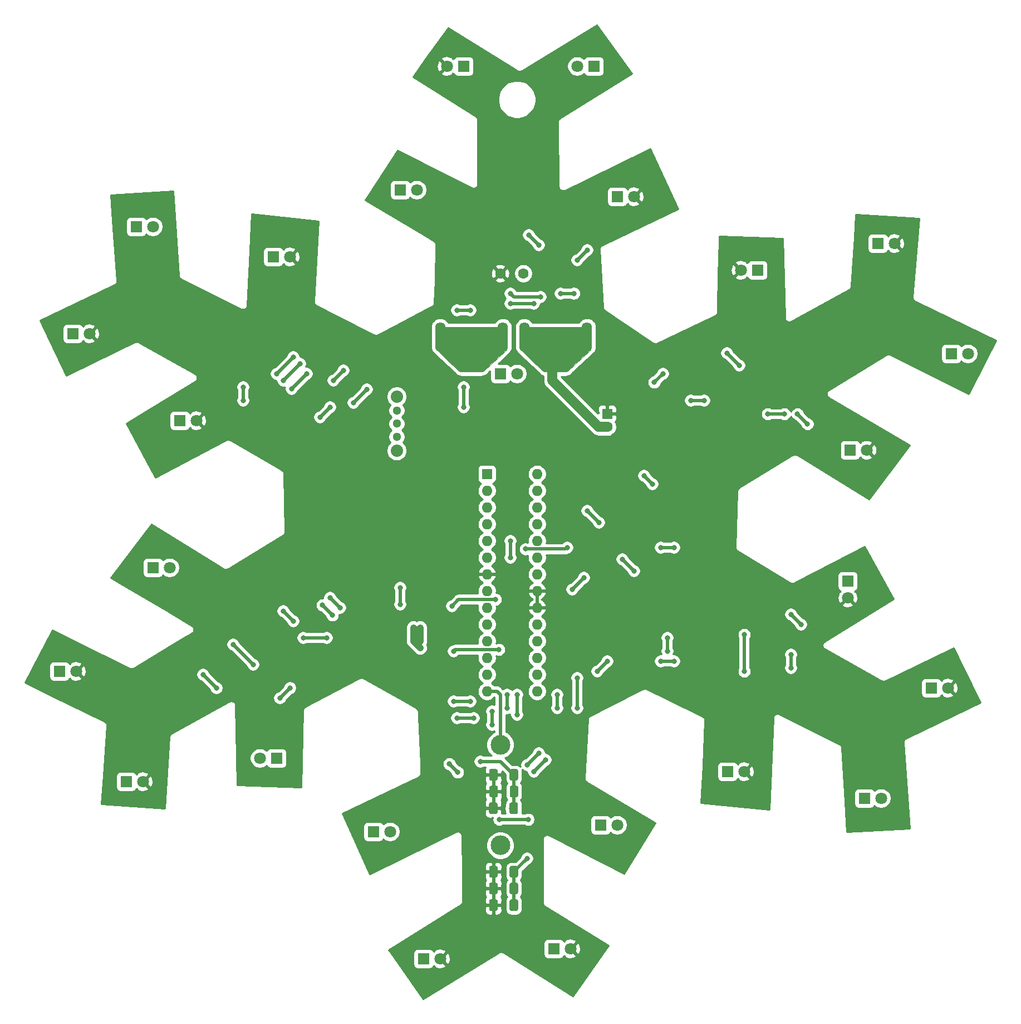
<source format=gbr>
%TF.GenerationSoftware,KiCad,Pcbnew,(5.1.9)-1*%
%TF.CreationDate,2021-12-13T22:42:43-05:00*%
%TF.ProjectId,Ornament,4f726e61-6d65-46e7-942e-6b696361645f,rev?*%
%TF.SameCoordinates,Original*%
%TF.FileFunction,Copper,L2,Bot*%
%TF.FilePolarity,Positive*%
%FSLAX46Y46*%
G04 Gerber Fmt 4.6, Leading zero omitted, Abs format (unit mm)*
G04 Created by KiCad (PCBNEW (5.1.9)-1) date 2021-12-13 22:42:43*
%MOMM*%
%LPD*%
G01*
G04 APERTURE LIST*
%TA.AperFunction,EtchedComponent*%
%ADD10C,0.100000*%
%TD*%
%TA.AperFunction,ComponentPad*%
%ADD11O,1.600000X4.500000*%
%TD*%
%TA.AperFunction,ComponentPad*%
%ADD12O,4.500000X1.600000*%
%TD*%
%TA.AperFunction,ComponentPad*%
%ADD13C,1.600000*%
%TD*%
%TA.AperFunction,ComponentPad*%
%ADD14O,1.600000X1.600000*%
%TD*%
%TA.AperFunction,ComponentPad*%
%ADD15R,1.600000X1.600000*%
%TD*%
%TA.AperFunction,ComponentPad*%
%ADD16C,1.875000*%
%TD*%
%TA.AperFunction,ComponentPad*%
%ADD17C,1.300000*%
%TD*%
%TA.AperFunction,ComponentPad*%
%ADD18C,1.800000*%
%TD*%
%TA.AperFunction,ComponentPad*%
%ADD19R,1.800000X1.800000*%
%TD*%
%TA.AperFunction,ComponentPad*%
%ADD20O,3.000000X3.000000*%
%TD*%
%TA.AperFunction,ComponentPad*%
%ADD21C,3.000000*%
%TD*%
%TA.AperFunction,ViaPad*%
%ADD22C,0.800000*%
%TD*%
%TA.AperFunction,Conductor*%
%ADD23C,1.000000*%
%TD*%
%TA.AperFunction,Conductor*%
%ADD24C,1.500000*%
%TD*%
%TA.AperFunction,Conductor*%
%ADD25C,0.500000*%
%TD*%
%TA.AperFunction,Conductor*%
%ADD26C,0.254000*%
%TD*%
%TA.AperFunction,Conductor*%
%ADD27C,0.100000*%
%TD*%
G04 APERTURE END LIST*
D10*
%TO.C,BT1*%
G36*
X152200000Y-76652000D02*
G01*
X155490000Y-73572000D01*
X155030000Y-70152000D01*
X144920000Y-70152000D01*
X144990000Y-73712000D01*
X148230000Y-76792000D01*
X152200000Y-76652000D01*
G37*
X152200000Y-76652000D02*
X155490000Y-73572000D01*
X155030000Y-70152000D01*
X144920000Y-70152000D01*
X144990000Y-73712000D01*
X148230000Y-76792000D01*
X152200000Y-76652000D01*
G36*
X139400000Y-76652000D02*
G01*
X142690000Y-73572000D01*
X142230000Y-70152000D01*
X132120000Y-70152000D01*
X132190000Y-73712000D01*
X135430000Y-76792000D01*
X139400000Y-76652000D01*
G37*
X139400000Y-76652000D02*
X142690000Y-73572000D01*
X142230000Y-70152000D01*
X132120000Y-70152000D01*
X132190000Y-73712000D01*
X135430000Y-76792000D01*
X139400000Y-76652000D01*
%TD*%
D11*
%TO.P,BT1,2*%
%TO.N,GND*%
X145388000Y-71628000D03*
D12*
X150153000Y-76203000D03*
D11*
X154918000Y-71628000D03*
D12*
%TO.P,BT1,1*%
%TO.N,Net-(BT1-Pad1)*%
X137353000Y-76203000D03*
D11*
X142118000Y-71628000D03*
X132588000Y-71628000D03*
%TD*%
D13*
%TO.P,C3,2*%
%TO.N,GND*%
X145232000Y-61976000D03*
%TO.P,C3,1*%
%TO.N,+5V*%
X141732000Y-61976000D03*
%TD*%
D14*
%TO.P,U1,28*%
%TO.N,Net-(U1-Pad28)*%
X147320000Y-92456000D03*
%TO.P,U1,14*%
%TO.N,/Power + Other/Buzzer*%
X139700000Y-125476000D03*
%TO.P,U1,27*%
%TO.N,Net-(U1-Pad27)*%
X147320000Y-94996000D03*
%TO.P,U1,13*%
%TO.N,Net-(U1-Pad13)*%
X139700000Y-122936000D03*
%TO.P,U1,26*%
%TO.N,Net-(U1-Pad26)*%
X147320000Y-97536000D03*
%TO.P,U1,12*%
%TO.N,/LED Schematic/Branch3On*%
X139700000Y-120396000D03*
%TO.P,U1,25*%
%TO.N,Net-(U1-Pad25)*%
X147320000Y-100076000D03*
%TO.P,U1,11*%
%TO.N,/LED Schematic/Branch2On*%
X139700000Y-117856000D03*
%TO.P,U1,24*%
%TO.N,Net-(U1-Pad24)*%
X147320000Y-102616000D03*
%TO.P,U1,10*%
%TO.N,Net-(U1-Pad10)*%
X139700000Y-115316000D03*
%TO.P,U1,23*%
%TO.N,Net-(R1-Pad2)*%
X147320000Y-105156000D03*
%TO.P,U1,9*%
%TO.N,Net-(U1-Pad9)*%
X139700000Y-112776000D03*
%TO.P,U1,22*%
%TO.N,GND*%
X147320000Y-107696000D03*
%TO.P,U1,8*%
X139700000Y-110236000D03*
%TO.P,U1,21*%
%TO.N,+5V*%
X147320000Y-110236000D03*
%TO.P,U1,7*%
X139700000Y-107696000D03*
%TO.P,U1,20*%
X147320000Y-112776000D03*
%TO.P,U1,6*%
%TO.N,Net-(U1-Pad6)*%
X139700000Y-105156000D03*
%TO.P,U1,19*%
%TO.N,Net-(U1-Pad19)*%
X147320000Y-115316000D03*
%TO.P,U1,5*%
%TO.N,/LED Schematic/Branch1On*%
X139700000Y-102616000D03*
%TO.P,U1,18*%
%TO.N,Net-(U1-Pad18)*%
X147320000Y-117856000D03*
%TO.P,U1,4*%
%TO.N,Net-(U1-Pad4)*%
X139700000Y-100076000D03*
%TO.P,U1,17*%
%TO.N,/LED Schematic/Branch6On*%
X147320000Y-120396000D03*
%TO.P,U1,3*%
%TO.N,Net-(U1-Pad3)*%
X139700000Y-97536000D03*
%TO.P,U1,16*%
%TO.N,/LED Schematic/Branch5On*%
X147320000Y-122936000D03*
%TO.P,U1,2*%
%TO.N,Net-(U1-Pad2)*%
X139700000Y-94996000D03*
%TO.P,U1,15*%
%TO.N,/LED Schematic/Branch4On*%
X147320000Y-125476000D03*
D15*
%TO.P,U1,1*%
%TO.N,Net-(R25-Pad2)*%
X139700000Y-92456000D03*
%TD*%
D16*
%TO.P,S1,MH2*%
%TO.N,GND*%
X125984000Y-88904000D03*
%TO.P,S1,MH1*%
X125984000Y-80704000D03*
D17*
%TO.P,S1,3*%
%TO.N,Net-(S1-Pad3)*%
X125984000Y-86804000D03*
%TO.P,S1,2*%
%TO.N,+9V*%
X125984000Y-84804000D03*
%TO.P,S1,1*%
%TO.N,Net-(BT1-Pad1)*%
X125984000Y-82804000D03*
%TD*%
%TO.P,R58,2*%
%TO.N,Net-(D44-Pad2)*%
%TA.AperFunction,SMDPad,CuDef*%
G36*
G01*
X143140000Y-158613000D02*
X143140000Y-157363000D01*
G75*
G02*
X143390000Y-157113000I250000J0D01*
G01*
X144190000Y-157113000D01*
G75*
G02*
X144440000Y-157363000I0J-250000D01*
G01*
X144440000Y-158613000D01*
G75*
G02*
X144190000Y-158863000I-250000J0D01*
G01*
X143390000Y-158863000D01*
G75*
G02*
X143140000Y-158613000I0J250000D01*
G01*
G37*
%TD.AperFunction*%
%TO.P,R58,1*%
%TO.N,+5V*%
%TA.AperFunction,SMDPad,CuDef*%
G36*
G01*
X140040000Y-158613000D02*
X140040000Y-157363000D01*
G75*
G02*
X140290000Y-157113000I250000J0D01*
G01*
X141090000Y-157113000D01*
G75*
G02*
X141340000Y-157363000I0J-250000D01*
G01*
X141340000Y-158613000D01*
G75*
G02*
X141090000Y-158863000I-250000J0D01*
G01*
X140290000Y-158863000D01*
G75*
G02*
X140040000Y-158613000I0J250000D01*
G01*
G37*
%TD.AperFunction*%
%TD*%
%TO.P,R57,2*%
%TO.N,Net-(D44-Pad2)*%
%TA.AperFunction,SMDPad,CuDef*%
G36*
G01*
X143140000Y-156073000D02*
X143140000Y-154823000D01*
G75*
G02*
X143390000Y-154573000I250000J0D01*
G01*
X144190000Y-154573000D01*
G75*
G02*
X144440000Y-154823000I0J-250000D01*
G01*
X144440000Y-156073000D01*
G75*
G02*
X144190000Y-156323000I-250000J0D01*
G01*
X143390000Y-156323000D01*
G75*
G02*
X143140000Y-156073000I0J250000D01*
G01*
G37*
%TD.AperFunction*%
%TO.P,R57,1*%
%TO.N,+5V*%
%TA.AperFunction,SMDPad,CuDef*%
G36*
G01*
X140040000Y-156073000D02*
X140040000Y-154823000D01*
G75*
G02*
X140290000Y-154573000I250000J0D01*
G01*
X141090000Y-154573000D01*
G75*
G02*
X141340000Y-154823000I0J-250000D01*
G01*
X141340000Y-156073000D01*
G75*
G02*
X141090000Y-156323000I-250000J0D01*
G01*
X140290000Y-156323000D01*
G75*
G02*
X140040000Y-156073000I0J250000D01*
G01*
G37*
%TD.AperFunction*%
%TD*%
%TO.P,R56,2*%
%TO.N,Net-(D44-Pad2)*%
%TA.AperFunction,SMDPad,CuDef*%
G36*
G01*
X143140000Y-153533000D02*
X143140000Y-152283000D01*
G75*
G02*
X143390000Y-152033000I250000J0D01*
G01*
X144190000Y-152033000D01*
G75*
G02*
X144440000Y-152283000I0J-250000D01*
G01*
X144440000Y-153533000D01*
G75*
G02*
X144190000Y-153783000I-250000J0D01*
G01*
X143390000Y-153783000D01*
G75*
G02*
X143140000Y-153533000I0J250000D01*
G01*
G37*
%TD.AperFunction*%
%TO.P,R56,1*%
%TO.N,+5V*%
%TA.AperFunction,SMDPad,CuDef*%
G36*
G01*
X140040000Y-153533000D02*
X140040000Y-152283000D01*
G75*
G02*
X140290000Y-152033000I250000J0D01*
G01*
X141090000Y-152033000D01*
G75*
G02*
X141340000Y-152283000I0J-250000D01*
G01*
X141340000Y-153533000D01*
G75*
G02*
X141090000Y-153783000I-250000J0D01*
G01*
X140290000Y-153783000D01*
G75*
G02*
X140040000Y-153533000I0J250000D01*
G01*
G37*
%TD.AperFunction*%
%TD*%
%TO.P,R34,2*%
%TO.N,Net-(D24-Pad2)*%
%TA.AperFunction,SMDPad,CuDef*%
G36*
G01*
X143114000Y-143881000D02*
X143114000Y-142631000D01*
G75*
G02*
X143364000Y-142381000I250000J0D01*
G01*
X144164000Y-142381000D01*
G75*
G02*
X144414000Y-142631000I0J-250000D01*
G01*
X144414000Y-143881000D01*
G75*
G02*
X144164000Y-144131000I-250000J0D01*
G01*
X143364000Y-144131000D01*
G75*
G02*
X143114000Y-143881000I0J250000D01*
G01*
G37*
%TD.AperFunction*%
%TO.P,R34,1*%
%TO.N,+5V*%
%TA.AperFunction,SMDPad,CuDef*%
G36*
G01*
X140014000Y-143881000D02*
X140014000Y-142631000D01*
G75*
G02*
X140264000Y-142381000I250000J0D01*
G01*
X141064000Y-142381000D01*
G75*
G02*
X141314000Y-142631000I0J-250000D01*
G01*
X141314000Y-143881000D01*
G75*
G02*
X141064000Y-144131000I-250000J0D01*
G01*
X140264000Y-144131000D01*
G75*
G02*
X140014000Y-143881000I0J250000D01*
G01*
G37*
%TD.AperFunction*%
%TD*%
%TO.P,R33,2*%
%TO.N,Net-(D24-Pad2)*%
%TA.AperFunction,SMDPad,CuDef*%
G36*
G01*
X143166000Y-141341000D02*
X143166000Y-140091000D01*
G75*
G02*
X143416000Y-139841000I250000J0D01*
G01*
X144216000Y-139841000D01*
G75*
G02*
X144466000Y-140091000I0J-250000D01*
G01*
X144466000Y-141341000D01*
G75*
G02*
X144216000Y-141591000I-250000J0D01*
G01*
X143416000Y-141591000D01*
G75*
G02*
X143166000Y-141341000I0J250000D01*
G01*
G37*
%TD.AperFunction*%
%TO.P,R33,1*%
%TO.N,+5V*%
%TA.AperFunction,SMDPad,CuDef*%
G36*
G01*
X140066000Y-141341000D02*
X140066000Y-140091000D01*
G75*
G02*
X140316000Y-139841000I250000J0D01*
G01*
X141116000Y-139841000D01*
G75*
G02*
X141366000Y-140091000I0J-250000D01*
G01*
X141366000Y-141341000D01*
G75*
G02*
X141116000Y-141591000I-250000J0D01*
G01*
X140316000Y-141591000D01*
G75*
G02*
X140066000Y-141341000I0J250000D01*
G01*
G37*
%TD.AperFunction*%
%TD*%
%TO.P,R32,2*%
%TO.N,Net-(D24-Pad2)*%
%TA.AperFunction,SMDPad,CuDef*%
G36*
G01*
X143140000Y-138801000D02*
X143140000Y-137551000D01*
G75*
G02*
X143390000Y-137301000I250000J0D01*
G01*
X144190000Y-137301000D01*
G75*
G02*
X144440000Y-137551000I0J-250000D01*
G01*
X144440000Y-138801000D01*
G75*
G02*
X144190000Y-139051000I-250000J0D01*
G01*
X143390000Y-139051000D01*
G75*
G02*
X143140000Y-138801000I0J250000D01*
G01*
G37*
%TD.AperFunction*%
%TO.P,R32,1*%
%TO.N,+5V*%
%TA.AperFunction,SMDPad,CuDef*%
G36*
G01*
X140040000Y-138801000D02*
X140040000Y-137551000D01*
G75*
G02*
X140290000Y-137301000I250000J0D01*
G01*
X141090000Y-137301000D01*
G75*
G02*
X141340000Y-137551000I0J-250000D01*
G01*
X141340000Y-138801000D01*
G75*
G02*
X141090000Y-139051000I-250000J0D01*
G01*
X140290000Y-139051000D01*
G75*
G02*
X140040000Y-138801000I0J250000D01*
G01*
G37*
%TD.AperFunction*%
%TD*%
D18*
%TO.P,D46,2*%
%TO.N,Net-(D46-Pad2)*%
X144272000Y-77216000D03*
D19*
%TO.P,D46,1*%
%TO.N,Net-(D46-Pad1)*%
X141732000Y-77216000D03*
%TD*%
D18*
%TO.P,D45,2*%
%TO.N,+5V*%
X132588000Y-166116000D03*
D19*
%TO.P,D45,1*%
%TO.N,Net-(D45-Pad1)*%
X130048000Y-166116000D03*
%TD*%
D18*
%TO.P,D44,2*%
%TO.N,Net-(D44-Pad2)*%
X159512000Y-145796000D03*
D19*
%TO.P,D44,1*%
%TO.N,Net-(D44-Pad1)*%
X156972000Y-145796000D03*
%TD*%
D18*
%TO.P,D43,2*%
%TO.N,+5V*%
X178816000Y-137668000D03*
D19*
%TO.P,D43,1*%
%TO.N,Net-(D43-Pad1)*%
X176276000Y-137668000D03*
%TD*%
D18*
%TO.P,D41,2*%
%TO.N,+5V*%
X133604000Y-30480000D03*
D19*
%TO.P,D41,1*%
%TO.N,Net-(D41-Pad1)*%
X136144000Y-30480000D03*
%TD*%
D18*
%TO.P,D36,2*%
%TO.N,Net-(D36-Pad2)*%
X199644000Y-141732000D03*
D19*
%TO.P,D36,1*%
%TO.N,Net-(D36-Pad1)*%
X197104000Y-141732000D03*
%TD*%
D18*
%TO.P,D35,2*%
%TO.N,+5V*%
X201676000Y-57404000D03*
D19*
%TO.P,D35,1*%
%TO.N,Net-(D35-Pad1)*%
X199136000Y-57404000D03*
%TD*%
D18*
%TO.P,D34,2*%
%TO.N,Net-(D34-Pad2)*%
X153416000Y-30480000D03*
D19*
%TO.P,D34,1*%
%TO.N,Net-(D34-Pad1)*%
X155956000Y-30480000D03*
%TD*%
D18*
%TO.P,D33,2*%
%TO.N,+5V*%
X79248000Y-71120000D03*
D19*
%TO.P,D33,1*%
%TO.N,Net-(D33-Pad1)*%
X76708000Y-71120000D03*
%TD*%
D18*
%TO.P,D31,2*%
%TO.N,+5V*%
X87376000Y-139192000D03*
D19*
%TO.P,D31,1*%
%TO.N,Net-(D31-Pad1)*%
X84836000Y-139192000D03*
%TD*%
D18*
%TO.P,D26,2*%
%TO.N,Net-(D26-Pad2)*%
X88900000Y-54864000D03*
D19*
%TO.P,D26,1*%
%TO.N,Net-(D26-Pad1)*%
X86360000Y-54864000D03*
%TD*%
D18*
%TO.P,D25,2*%
%TO.N,+5V*%
X77216000Y-122428000D03*
D19*
%TO.P,D25,1*%
%TO.N,Net-(D25-Pad1)*%
X74676000Y-122428000D03*
%TD*%
D18*
%TO.P,D24,2*%
%TO.N,Net-(D24-Pad2)*%
X124968000Y-146812000D03*
D19*
%TO.P,D24,1*%
%TO.N,Net-(D24-Pad1)*%
X122428000Y-146812000D03*
%TD*%
D18*
%TO.P,D23,2*%
%TO.N,+5V*%
X209804000Y-124968000D03*
D19*
%TO.P,D23,1*%
%TO.N,Net-(D23-Pad1)*%
X207264000Y-124968000D03*
%TD*%
D18*
%TO.P,D21,2*%
%TO.N,+5V*%
X197459600Y-88823800D03*
D19*
%TO.P,D21,1*%
%TO.N,Net-(D21-Pad1)*%
X194919600Y-88823800D03*
%TD*%
D18*
%TO.P,D16,2*%
%TO.N,Net-(D16-Pad2)*%
X212852000Y-74168000D03*
D19*
%TO.P,D16,1*%
%TO.N,Net-(D16-Pad1)*%
X210312000Y-74168000D03*
%TD*%
%TO.P,D15,1*%
%TO.N,Net-(D15-Pad1)*%
X149860000Y-164592000D03*
D18*
%TO.P,D15,2*%
%TO.N,+5V*%
X152400000Y-164592000D03*
%TD*%
%TO.P,D14,2*%
%TO.N,Net-(D14-Pad2)*%
X91440000Y-106680000D03*
D19*
%TO.P,D14,1*%
%TO.N,Net-(D14-Pad1)*%
X88900000Y-106680000D03*
%TD*%
D18*
%TO.P,D13,2*%
%TO.N,+5V*%
X109728000Y-59436000D03*
D19*
%TO.P,D13,1*%
%TO.N,Net-(D13-Pad1)*%
X107188000Y-59436000D03*
%TD*%
D18*
%TO.P,D11,2*%
%TO.N,+5V*%
X162052000Y-50292000D03*
D19*
%TO.P,D11,1*%
%TO.N,Net-(D11-Pad1)*%
X159512000Y-50292000D03*
%TD*%
D18*
%TO.P,D6,2*%
%TO.N,Net-(D6-Pad2)*%
X129032000Y-49276000D03*
D19*
%TO.P,D6,1*%
%TO.N,Net-(D10-Pad2)*%
X126492000Y-49276000D03*
%TD*%
D18*
%TO.P,D5,2*%
%TO.N,+5V*%
X95504000Y-84328000D03*
D19*
%TO.P,D5,1*%
%TO.N,Net-(D5-Pad1)*%
X92964000Y-84328000D03*
%TD*%
D18*
%TO.P,D4,2*%
%TO.N,Net-(D4-Pad2)*%
X105156000Y-135636000D03*
D19*
%TO.P,D4,1*%
%TO.N,Net-(D4-Pad1)*%
X107696000Y-135636000D03*
%TD*%
D18*
%TO.P,D3,2*%
%TO.N,+5V*%
X194564000Y-111252000D03*
D19*
%TO.P,D3,1*%
%TO.N,Net-(D3-Pad1)*%
X194564000Y-108712000D03*
%TD*%
D18*
%TO.P,D1,2*%
%TO.N,+5V*%
X178308000Y-61468000D03*
D19*
%TO.P,D1,1*%
%TO.N,Net-(D1-Pad1)*%
X180848000Y-61468000D03*
%TD*%
D13*
%TO.P,C2,2*%
%TO.N,GND*%
X157988000Y-85312000D03*
D15*
%TO.P,C2,1*%
%TO.N,+5V*%
X157988000Y-83312000D03*
%TD*%
D20*
%TO.P,BZ1,2*%
%TO.N,GND*%
X141732000Y-148904000D03*
D21*
%TO.P,BZ1,1*%
%TO.N,/Power + Other/Buzzer*%
X141732000Y-133604000D03*
%TD*%
D22*
%TO.N,Net-(D46-Pad2)*%
X136144000Y-79248000D03*
X136144000Y-82296000D03*
%TO.N,GND*%
X143256000Y-102616000D03*
X143256000Y-105156000D03*
X128524000Y-115824000D03*
X129540000Y-115824000D03*
X129032000Y-118364000D03*
X129540000Y-118872000D03*
%TO.N,Net-(D44-Pad1)*%
X137668000Y-129540000D03*
X135128000Y-129540000D03*
%TO.N,Net-(D24-Pad2)*%
X138684000Y-136144000D03*
%TO.N,Net-(D44-Pad2)*%
X145796000Y-150876000D03*
%TO.N,+5V*%
X176747500Y-125439500D03*
X100076000Y-108712000D03*
X118872000Y-114300000D03*
X118872000Y-114300000D03*
X196596000Y-72136000D03*
X175006000Y-74930000D03*
X182880000Y-86360000D03*
X139700000Y-89408000D03*
X140716000Y-89408000D03*
X141732000Y-89408000D03*
X142748000Y-89408000D03*
X143764000Y-89408000D03*
X144780000Y-89408000D03*
X145796000Y-89408000D03*
X139700000Y-90424000D03*
X140716000Y-90424000D03*
X141732000Y-90424000D03*
X142748000Y-90424000D03*
X143764000Y-90424000D03*
X144780000Y-90424000D03*
X145796000Y-90424000D03*
X138684000Y-89408000D03*
X138684000Y-90424000D03*
X141732000Y-91440000D03*
X142748000Y-91440000D03*
X141732000Y-92456000D03*
X142748000Y-92456000D03*
X141732000Y-93472000D03*
X142748000Y-93472000D03*
X141732000Y-94488000D03*
X142748000Y-94488000D03*
X141732000Y-95504000D03*
X142748000Y-95504000D03*
X143764000Y-94488000D03*
X143764000Y-95504000D03*
X144780000Y-94488000D03*
X144780000Y-95504000D03*
X131064000Y-52324000D03*
X141732000Y-44704000D03*
X182880000Y-111760000D03*
X151892000Y-124968000D03*
X197104000Y-127508000D03*
X198120000Y-137160000D03*
X87884000Y-62992000D03*
X95467500Y-67600500D03*
X110236000Y-82296000D03*
X106680000Y-129540000D03*
X116840000Y-97028000D03*
X159004000Y-112776000D03*
%TO.N,Net-(D10-Pad1)*%
X102616000Y-81280000D03*
X102616000Y-79248000D03*
X151892000Y-103632000D03*
X145561999Y-103866001D03*
X154940000Y-98044000D03*
X156718000Y-99822000D03*
X162052000Y-107188000D03*
X160274000Y-105410000D03*
X108712000Y-78232000D03*
X111252000Y-75692000D03*
%TO.N,Net-(D19-Pad1)*%
X96520000Y-122936000D03*
X98556483Y-124972483D03*
X115824000Y-82296000D03*
X114300000Y-83820000D03*
X185928000Y-121920000D03*
X185928000Y-119888000D03*
X187452000Y-115316000D03*
X185928000Y-113792000D03*
X168148000Y-103632000D03*
X166116000Y-103632000D03*
X117348000Y-112776000D03*
X115824000Y-111252000D03*
X134366000Y-112522000D03*
X140989999Y-111525999D03*
X152654000Y-109982000D03*
X154432000Y-108204000D03*
X145796000Y-136652000D03*
X147574000Y-134874000D03*
X144272000Y-125984000D03*
X144272000Y-129032000D03*
X154940000Y-58420000D03*
X153416000Y-59944000D03*
X166445314Y-77216000D03*
X165137657Y-78523657D03*
X163576000Y-92710000D03*
X164846000Y-93980000D03*
%TO.N,Net-(D29-Pad1)*%
X101092000Y-118364000D03*
X104140000Y-121412000D03*
X115316000Y-117348000D03*
X111760000Y-117348000D03*
X121412000Y-79586219D03*
X119380000Y-81618219D03*
X188442000Y-84862000D03*
X186918000Y-83338000D03*
X184938000Y-83338000D03*
X182398000Y-83338000D03*
X134620000Y-119380000D03*
X141497999Y-119145999D03*
X142748000Y-125984000D03*
X142748000Y-128016000D03*
X168148000Y-120904000D03*
X166116000Y-120904000D03*
X157988000Y-120904000D03*
X156464000Y-122428000D03*
X150368000Y-125984000D03*
X150368000Y-128016000D03*
X140462000Y-130556000D03*
X140462000Y-128524000D03*
X126492000Y-109728000D03*
X126492000Y-112268000D03*
%TO.N,Net-(D36-Pad1)*%
X134620000Y-127000000D03*
X137160000Y-127000000D03*
%TO.N,Net-(D39-Pad1)*%
X117856000Y-76708000D03*
X116332000Y-78232000D03*
X112268000Y-77216000D03*
X109982000Y-79502000D03*
X172720000Y-81280000D03*
X170688000Y-81280000D03*
X152925034Y-65024000D03*
X150876000Y-65024000D03*
X147828000Y-65532000D03*
X143256000Y-65024000D03*
X116210999Y-113913001D03*
X114686999Y-112389001D03*
X110236000Y-114808000D03*
X108712000Y-113284000D03*
%TO.N,Net-(D49-Pad1)*%
X178842000Y-122454000D03*
X178842000Y-116866000D03*
X167132000Y-119380000D03*
X167132000Y-117348000D03*
X107696000Y-77216000D03*
X110236000Y-74676000D03*
X135128000Y-67564000D03*
X137160000Y-67564000D03*
X146812000Y-66548000D03*
X143256000Y-66548000D03*
X147574000Y-57658000D03*
X146050000Y-56134000D03*
X176187999Y-74079999D03*
X178054000Y-75946000D03*
X135255000Y-137795000D03*
X133985000Y-136525000D03*
X109736966Y-124968000D03*
X108208483Y-126496483D03*
X153416000Y-123444000D03*
X153416000Y-128016000D03*
X148590000Y-135890000D03*
X146812000Y-137668000D03*
X145975005Y-144959005D03*
X141552995Y-144959005D03*
%TD*%
D23*
%TO.N,GND*%
X149645000Y-76203000D02*
X149645000Y-73445000D01*
X156954000Y-85312000D02*
X157988000Y-85312000D01*
X149645000Y-76203000D02*
X149645000Y-78003000D01*
D24*
X156677998Y-85312000D02*
X149645000Y-78279002D01*
X149645000Y-78279002D02*
X149645000Y-76203000D01*
X157988000Y-85312000D02*
X156677998Y-85312000D01*
D23*
X150153000Y-71843000D02*
X150368000Y-71628000D01*
X150153000Y-76203000D02*
X150153000Y-71843000D01*
X150368000Y-71628000D02*
X154918000Y-71628000D01*
X145388000Y-71628000D02*
X150368000Y-71628000D01*
D25*
X143256000Y-102616000D02*
X143256000Y-105156000D01*
X143256000Y-105156000D02*
X143256000Y-105156000D01*
D23*
X128524000Y-117856000D02*
X129540000Y-118872000D01*
X128524000Y-115824000D02*
X128524000Y-117856000D01*
X129540000Y-117856000D02*
X129032000Y-118364000D01*
X128524000Y-115824000D02*
X129540000Y-116840000D01*
X129540000Y-116840000D02*
X129540000Y-117856000D01*
X129540000Y-115824000D02*
X129540000Y-116840000D01*
X129032000Y-116332000D02*
X129540000Y-115824000D01*
X129032000Y-118364000D02*
X129032000Y-116332000D01*
D25*
%TO.N,Net-(BT1-Pad1)*%
X132270000Y-71628000D02*
X136845000Y-76203000D01*
X132080000Y-71628000D02*
X132270000Y-71628000D01*
X141420000Y-71628000D02*
X136845000Y-76203000D01*
X141610000Y-71628000D02*
X141420000Y-71628000D01*
%TO.N,/Power + Other/Buzzer*%
X139700000Y-125476000D02*
X141224000Y-125476000D01*
X141732000Y-125984000D02*
X141732000Y-133604000D01*
X141224000Y-125476000D02*
X141732000Y-125984000D01*
%TO.N,Net-(D44-Pad1)*%
X137668000Y-129540000D02*
X135128000Y-129540000D01*
X135128000Y-129540000D02*
X135128000Y-129540000D01*
%TO.N,Net-(D24-Pad2)*%
X143764000Y-140768000D02*
X143816000Y-140716000D01*
X143764000Y-143256000D02*
X143764000Y-140768000D01*
X143790000Y-140690000D02*
X143816000Y-140716000D01*
X143790000Y-138176000D02*
X143790000Y-140690000D01*
X143764000Y-143256000D02*
X143256000Y-143256000D01*
X143790000Y-138176000D02*
X141758000Y-136144000D01*
X141758000Y-136144000D02*
X138684000Y-136144000D01*
X138684000Y-136144000D02*
X138684000Y-136144000D01*
%TO.N,Net-(D44-Pad2)*%
X143790000Y-152908000D02*
X143790000Y-155448000D01*
X143790000Y-155448000D02*
X143790000Y-157988000D01*
X143790000Y-152908000D02*
X143790000Y-152882000D01*
X143790000Y-152882000D02*
X145796000Y-150876000D01*
X145796000Y-150876000D02*
X145796000Y-150876000D01*
%TO.N,Net-(D46-Pad2)*%
X136144000Y-79248000D02*
X136144000Y-82296000D01*
%TO.N,Net-(D10-Pad1)*%
X102616000Y-81280000D02*
X102616000Y-79248000D01*
X102616000Y-79248000D02*
X102616000Y-79248000D01*
X151657999Y-103866001D02*
X145561999Y-103866001D01*
X151892000Y-103632000D02*
X151657999Y-103866001D01*
X145561999Y-103866001D02*
X145561999Y-103866001D01*
X154940000Y-98044000D02*
X156718000Y-99822000D01*
X162052000Y-107188000D02*
X160528000Y-105664000D01*
X160528000Y-105664000D02*
X160274000Y-105410000D01*
X108712000Y-78232000D02*
X111252000Y-75692000D01*
X111252000Y-75692000D02*
X111252000Y-75692000D01*
%TO.N,Net-(D19-Pad1)*%
X96520000Y-122936000D02*
X98556483Y-124972483D01*
X115824000Y-82296000D02*
X114300000Y-83820000D01*
X114300000Y-83820000D02*
X114300000Y-83820000D01*
X185928000Y-121920000D02*
X185928000Y-119888000D01*
X185928000Y-119888000D02*
X185928000Y-119888000D01*
X187452000Y-115316000D02*
X185928000Y-113792000D01*
X185928000Y-113792000D02*
X185928000Y-113792000D01*
X168148000Y-103632000D02*
X166116000Y-103632000D01*
X166116000Y-103632000D02*
X166116000Y-103632000D01*
X135362001Y-111525999D02*
X140989999Y-111525999D01*
X134366000Y-112522000D02*
X135362001Y-111525999D01*
X140989999Y-111525999D02*
X140989999Y-111525999D01*
X152654000Y-109982000D02*
X153924000Y-108712000D01*
X153924000Y-108712000D02*
X154432000Y-108204000D01*
X154432000Y-108204000D02*
X154432000Y-108204000D01*
X145796000Y-136652000D02*
X147320000Y-135128000D01*
X147320000Y-135128000D02*
X147574000Y-134874000D01*
X144272000Y-125984000D02*
X144272000Y-125984000D01*
X144272000Y-125984000D02*
X144272000Y-129032000D01*
X144272000Y-129032000D02*
X144272000Y-129032000D01*
X154940000Y-58420000D02*
X153416000Y-59944000D01*
X153416000Y-59944000D02*
X153416000Y-59944000D01*
X166445314Y-77216000D02*
X165137657Y-78523657D01*
X163576000Y-92710000D02*
X164846000Y-93980000D01*
X115824000Y-111252000D02*
X117348000Y-112776000D01*
%TO.N,Net-(D29-Pad1)*%
X101092000Y-118364000D02*
X104140000Y-121412000D01*
X104140000Y-121412000D02*
X104140000Y-121412000D01*
X121412000Y-79586219D02*
X119380000Y-81618219D01*
X119380000Y-81618219D02*
X119380000Y-81618219D01*
X188442000Y-84862000D02*
X186918000Y-83338000D01*
X186918000Y-83338000D02*
X186892000Y-83312000D01*
X184938000Y-83338000D02*
X182398000Y-83338000D01*
X182398000Y-83338000D02*
X182398000Y-83338000D01*
X134854001Y-119145999D02*
X141497999Y-119145999D01*
X134620000Y-119380000D02*
X134854001Y-119145999D01*
X141497999Y-119145999D02*
X141497999Y-119145999D01*
X142748000Y-128016000D02*
X142748000Y-128016000D01*
X142748000Y-125984000D02*
X142748000Y-127508000D01*
X142748000Y-128016000D02*
X142748000Y-127508000D01*
X168148000Y-120904000D02*
X166624000Y-120904000D01*
X166624000Y-120904000D02*
X166116000Y-120904000D01*
X166116000Y-120904000D02*
X166116000Y-120904000D01*
X157988000Y-120904000D02*
X156464000Y-122428000D01*
X156464000Y-122428000D02*
X156464000Y-122428000D01*
X150368000Y-125984000D02*
X150368000Y-127508000D01*
X150368000Y-128016000D02*
X150368000Y-127508000D01*
X140462000Y-130556000D02*
X140462000Y-128524000D01*
X140462000Y-128524000D02*
X140462000Y-128524000D01*
X126492000Y-109728000D02*
X126492000Y-112268000D01*
X126492000Y-112268000D02*
X126492000Y-112268000D01*
X115316000Y-117348000D02*
X111760000Y-117348000D01*
%TO.N,Net-(D36-Pad1)*%
X134620000Y-127000000D02*
X137160000Y-127000000D01*
X137160000Y-127000000D02*
X137160000Y-127000000D01*
%TO.N,Net-(D39-Pad1)*%
X117856000Y-76708000D02*
X116332000Y-78232000D01*
X116332000Y-78232000D02*
X116332000Y-78232000D01*
X112268000Y-77216000D02*
X109982000Y-79502000D01*
X172720000Y-81280000D02*
X170688000Y-81280000D01*
X170688000Y-81280000D02*
X170688000Y-81280000D01*
X152925034Y-65024000D02*
X150876000Y-65024000D01*
X150876000Y-65024000D02*
X150876000Y-65024000D01*
X147828000Y-65532000D02*
X143764000Y-65532000D01*
X143764000Y-65532000D02*
X143256000Y-65024000D01*
X143256000Y-65024000D02*
X143256000Y-65024000D01*
X116210999Y-113913001D02*
X114907999Y-112610001D01*
X114907999Y-112610001D02*
X114686999Y-112389001D01*
X114686999Y-112389001D02*
X114686999Y-112389001D01*
X110236000Y-114808000D02*
X108712000Y-113284000D01*
%TO.N,Net-(D49-Pad1)*%
X178842000Y-122454000D02*
X178842000Y-116866000D01*
X178842000Y-116866000D02*
X178842000Y-116866000D01*
X167132000Y-119380000D02*
X167132000Y-119380000D01*
X167132000Y-117348000D02*
X167132000Y-119380000D01*
X135128000Y-67564000D02*
X137160000Y-67564000D01*
X137160000Y-67564000D02*
X137160000Y-67564000D01*
X146812000Y-66548000D02*
X146812000Y-66548000D01*
X146812000Y-66548000D02*
X143256000Y-66548000D01*
X143256000Y-66548000D02*
X143256000Y-66548000D01*
X147574000Y-57658000D02*
X146050000Y-56134000D01*
X176187999Y-74079999D02*
X177800000Y-75692000D01*
X177800000Y-75692000D02*
X178054000Y-75946000D01*
X135255000Y-137795000D02*
X133985000Y-136525000D01*
X109736966Y-124968000D02*
X108208483Y-126496483D01*
X107696000Y-77216000D02*
X110236000Y-74676000D01*
X153416000Y-123444000D02*
X153416000Y-128016000D01*
X148590000Y-135890000D02*
X146812000Y-137668000D01*
X146812000Y-137668000D02*
X146812000Y-137668000D01*
X145975005Y-144959005D02*
X141552995Y-144959005D01*
%TD*%
D26*
%TO.N,+5V*%
X161737199Y-31566146D02*
X150795224Y-38419911D01*
X150754421Y-38442407D01*
X150715429Y-38475263D01*
X150675070Y-38506442D01*
X150665797Y-38517085D01*
X150655002Y-38526182D01*
X150623159Y-38566027D01*
X150589669Y-38604467D01*
X150582653Y-38616710D01*
X150573837Y-38627742D01*
X150550383Y-38673027D01*
X150525032Y-38717268D01*
X150520537Y-38730653D01*
X150514046Y-38743186D01*
X150499876Y-38792181D01*
X150483645Y-38840513D01*
X150481849Y-38854508D01*
X150477925Y-38868075D01*
X150473585Y-38918894D01*
X150467095Y-38969465D01*
X150470295Y-39015954D01*
X150596835Y-48759587D01*
X150594988Y-48807549D01*
X150602784Y-48856526D01*
X150608286Y-48905819D01*
X150612984Y-48920612D01*
X150615424Y-48935941D01*
X150632626Y-48982459D01*
X150647638Y-49029728D01*
X150655132Y-49043322D01*
X150660516Y-49057880D01*
X150686460Y-49100145D01*
X150710407Y-49143580D01*
X150720410Y-49155450D01*
X150728530Y-49168679D01*
X150762226Y-49205075D01*
X150794182Y-49242998D01*
X150806307Y-49252688D01*
X150816853Y-49264079D01*
X150856993Y-49293195D01*
X150895742Y-49324163D01*
X150909529Y-49331304D01*
X150922090Y-49340415D01*
X150967136Y-49361140D01*
X151011186Y-49383954D01*
X151026101Y-49388268D01*
X151040199Y-49394754D01*
X151088421Y-49406292D01*
X151136074Y-49420075D01*
X151151542Y-49421396D01*
X151166638Y-49425008D01*
X151216192Y-49426917D01*
X151265612Y-49431137D01*
X151281042Y-49429415D01*
X151296549Y-49430012D01*
X151345514Y-49422218D01*
X151394818Y-49416715D01*
X151409616Y-49412015D01*
X151424941Y-49409576D01*
X151471457Y-49392375D01*
X151472637Y-49392000D01*
X157973928Y-49392000D01*
X157973928Y-51192000D01*
X157986188Y-51316482D01*
X158022498Y-51436180D01*
X158081463Y-51546494D01*
X158160815Y-51643185D01*
X158257506Y-51722537D01*
X158367820Y-51781502D01*
X158487518Y-51817812D01*
X158612000Y-51830072D01*
X160412000Y-51830072D01*
X160536482Y-51817812D01*
X160656180Y-51781502D01*
X160766494Y-51722537D01*
X160863185Y-51643185D01*
X160942537Y-51546494D01*
X161001502Y-51436180D01*
X161004813Y-51425265D01*
X161051578Y-51472030D01*
X161167526Y-51356082D01*
X161251208Y-51610261D01*
X161523775Y-51741158D01*
X161816642Y-51816365D01*
X162118553Y-51832991D01*
X162417907Y-51790397D01*
X162703199Y-51690222D01*
X162852792Y-51610261D01*
X162936475Y-51356080D01*
X162052000Y-50471605D01*
X162037858Y-50485748D01*
X161858253Y-50306143D01*
X161872395Y-50292000D01*
X162231605Y-50292000D01*
X163116080Y-51176475D01*
X163370261Y-51092792D01*
X163501158Y-50820225D01*
X163576365Y-50527358D01*
X163592991Y-50225447D01*
X163550397Y-49926093D01*
X163450222Y-49640801D01*
X163370261Y-49491208D01*
X163116080Y-49407525D01*
X162231605Y-50292000D01*
X161872395Y-50292000D01*
X161858253Y-50277858D01*
X162037858Y-50098253D01*
X162052000Y-50112395D01*
X162936475Y-49227920D01*
X162852792Y-48973739D01*
X162580225Y-48842842D01*
X162287358Y-48767635D01*
X161985447Y-48751009D01*
X161686093Y-48793603D01*
X161400801Y-48893778D01*
X161251208Y-48973739D01*
X161167526Y-49227918D01*
X161051578Y-49111970D01*
X161004813Y-49158735D01*
X161001502Y-49147820D01*
X160942537Y-49037506D01*
X160863185Y-48940815D01*
X160766494Y-48861463D01*
X160656180Y-48802498D01*
X160536482Y-48766188D01*
X160412000Y-48753928D01*
X158612000Y-48753928D01*
X158487518Y-48766188D01*
X158367820Y-48802498D01*
X158257506Y-48861463D01*
X158160815Y-48940815D01*
X158081463Y-49037506D01*
X158022498Y-49147820D01*
X157986188Y-49267518D01*
X157973928Y-49392000D01*
X151472637Y-49392000D01*
X151518728Y-49377362D01*
X151560762Y-49354188D01*
X164532673Y-43050083D01*
X168796456Y-52138675D01*
X157222915Y-57684331D01*
X157191173Y-57696005D01*
X157136770Y-57729269D01*
X157082248Y-57762323D01*
X157081323Y-57763170D01*
X157080255Y-57763823D01*
X157033379Y-57807069D01*
X156986362Y-57850118D01*
X156985622Y-57851127D01*
X156984699Y-57851978D01*
X156947115Y-57903600D01*
X156909445Y-57954931D01*
X156908916Y-57956065D01*
X156908176Y-57957081D01*
X156881351Y-58015116D01*
X156854454Y-58072738D01*
X156854156Y-58073952D01*
X156853629Y-58075093D01*
X156838655Y-58137191D01*
X156823502Y-58199008D01*
X156823447Y-58200259D01*
X156823153Y-58201478D01*
X156820586Y-58265191D01*
X156817780Y-58328889D01*
X156822911Y-58362319D01*
X157326064Y-67041704D01*
X157324810Y-67054062D01*
X157329819Y-67106489D01*
X157330983Y-67126561D01*
X157332903Y-67138763D01*
X157337176Y-67183481D01*
X157342987Y-67202840D01*
X157346129Y-67222809D01*
X157361636Y-67264971D01*
X157374551Y-67308001D01*
X157384028Y-67325855D01*
X157391005Y-67344827D01*
X157414446Y-67383165D01*
X157435502Y-67422836D01*
X157448275Y-67438493D01*
X157458823Y-67455745D01*
X157489289Y-67488769D01*
X157517683Y-67523575D01*
X157533271Y-67536444D01*
X157546977Y-67551301D01*
X157583296Y-67577744D01*
X157592819Y-67585606D01*
X157609500Y-67596823D01*
X157652080Y-67627824D01*
X157663355Y-67633035D01*
X164974288Y-72549008D01*
X165015511Y-72579306D01*
X165057536Y-72598961D01*
X165098417Y-72620966D01*
X165116323Y-72626455D01*
X165133277Y-72634384D01*
X165178345Y-72645467D01*
X165222717Y-72659068D01*
X165241338Y-72660957D01*
X165259524Y-72665429D01*
X165305903Y-72667507D01*
X165352061Y-72672189D01*
X165370692Y-72670409D01*
X165389401Y-72671247D01*
X165435297Y-72664236D01*
X165481480Y-72659824D01*
X165499404Y-72654444D01*
X165517919Y-72651616D01*
X165561555Y-72635790D01*
X165606001Y-72622449D01*
X165651209Y-72598454D01*
X174350314Y-68438014D01*
X174357975Y-68435863D01*
X174408822Y-68410032D01*
X174431006Y-68399422D01*
X174437795Y-68395313D01*
X174473884Y-68376979D01*
X174493258Y-68361743D01*
X174514360Y-68348971D01*
X174544261Y-68321634D01*
X174576078Y-68296613D01*
X174592107Y-68277891D01*
X174610312Y-68261247D01*
X174634302Y-68228606D01*
X174660630Y-68197855D01*
X174672700Y-68176363D01*
X174687306Y-68156490D01*
X174704467Y-68119796D01*
X174724290Y-68084499D01*
X174731935Y-68061065D01*
X174742384Y-68038724D01*
X174752055Y-67999396D01*
X174764613Y-67960903D01*
X174767541Y-67936420D01*
X174773428Y-67912477D01*
X174775240Y-67872028D01*
X174776181Y-67864158D01*
X174776693Y-67839598D01*
X174779246Y-67782599D01*
X174778044Y-67774730D01*
X174908047Y-61534553D01*
X176767009Y-61534553D01*
X176809603Y-61833907D01*
X176909778Y-62119199D01*
X176989739Y-62268792D01*
X177243920Y-62352475D01*
X178128395Y-61468000D01*
X177243920Y-60583525D01*
X176989739Y-60667208D01*
X176858842Y-60939775D01*
X176783635Y-61232642D01*
X176767009Y-61534553D01*
X174908047Y-61534553D01*
X174931602Y-60403920D01*
X177423525Y-60403920D01*
X178308000Y-61288395D01*
X178322143Y-61274253D01*
X178501748Y-61453858D01*
X178487605Y-61468000D01*
X178501748Y-61482143D01*
X178322143Y-61661748D01*
X178308000Y-61647605D01*
X177423525Y-62532080D01*
X177507208Y-62786261D01*
X177779775Y-62917158D01*
X178072642Y-62992365D01*
X178374553Y-63008991D01*
X178673907Y-62966397D01*
X178959199Y-62866222D01*
X179108792Y-62786261D01*
X179192474Y-62532082D01*
X179308422Y-62648030D01*
X179355187Y-62601265D01*
X179358498Y-62612180D01*
X179417463Y-62722494D01*
X179496815Y-62819185D01*
X179593506Y-62898537D01*
X179703820Y-62957502D01*
X179823518Y-62993812D01*
X179948000Y-63006072D01*
X181748000Y-63006072D01*
X181872482Y-62993812D01*
X181992180Y-62957502D01*
X182102494Y-62898537D01*
X182199185Y-62819185D01*
X182278537Y-62722494D01*
X182337502Y-62612180D01*
X182373812Y-62492482D01*
X182386072Y-62368000D01*
X182386072Y-60568000D01*
X182373812Y-60443518D01*
X182337502Y-60323820D01*
X182278537Y-60213506D01*
X182199185Y-60116815D01*
X182102494Y-60037463D01*
X181992180Y-59978498D01*
X181872482Y-59942188D01*
X181748000Y-59929928D01*
X179948000Y-59929928D01*
X179823518Y-59942188D01*
X179703820Y-59978498D01*
X179593506Y-60037463D01*
X179496815Y-60116815D01*
X179417463Y-60213506D01*
X179358498Y-60323820D01*
X179355187Y-60334735D01*
X179308422Y-60287970D01*
X179192474Y-60403918D01*
X179108792Y-60149739D01*
X178836225Y-60018842D01*
X178543358Y-59943635D01*
X178241447Y-59927009D01*
X177942093Y-59969603D01*
X177656801Y-60069778D01*
X177507208Y-60149739D01*
X177423525Y-60403920D01*
X174931602Y-60403920D01*
X175016915Y-56308933D01*
X184651844Y-56645035D01*
X185014126Y-68721095D01*
X185014867Y-68780265D01*
X185022820Y-68817787D01*
X185027723Y-68855829D01*
X185036267Y-68881228D01*
X185041825Y-68907448D01*
X185056947Y-68942700D01*
X185069176Y-68979052D01*
X185082512Y-69002298D01*
X185093078Y-69026928D01*
X185114786Y-69058552D01*
X185133872Y-69091819D01*
X185151485Y-69112014D01*
X185166655Y-69134113D01*
X185194119Y-69160897D01*
X185219326Y-69189799D01*
X185240543Y-69206172D01*
X185259730Y-69224884D01*
X185291882Y-69245789D01*
X185322251Y-69269225D01*
X185346260Y-69281147D01*
X185368724Y-69295753D01*
X185404332Y-69309983D01*
X185438694Y-69327045D01*
X185464569Y-69334054D01*
X185489450Y-69343997D01*
X185527148Y-69351006D01*
X185564179Y-69361037D01*
X185590927Y-69362864D01*
X185617268Y-69367761D01*
X185655607Y-69367281D01*
X185693886Y-69369895D01*
X185720475Y-69366469D01*
X185747265Y-69366133D01*
X185784778Y-69358182D01*
X185822829Y-69353278D01*
X185848234Y-69344731D01*
X185874448Y-69339175D01*
X185909698Y-69324054D01*
X185946051Y-69311824D01*
X185997414Y-69282356D01*
X194732735Y-64471601D01*
X194768372Y-64455471D01*
X194815876Y-64421458D01*
X194864113Y-64388346D01*
X194868723Y-64383619D01*
X194874079Y-64379784D01*
X194914033Y-64337159D01*
X194954884Y-64295271D01*
X194958480Y-64289740D01*
X194962989Y-64284930D01*
X194993871Y-64235311D01*
X195025753Y-64186278D01*
X195028201Y-64180152D01*
X195031685Y-64174554D01*
X195052308Y-64119824D01*
X195073996Y-64065551D01*
X195075200Y-64059073D01*
X195077528Y-64052896D01*
X195087081Y-63995174D01*
X195097761Y-63937733D01*
X195097271Y-63898622D01*
X195584828Y-56504000D01*
X197597928Y-56504000D01*
X197597928Y-58304000D01*
X197610188Y-58428482D01*
X197646498Y-58548180D01*
X197705463Y-58658494D01*
X197784815Y-58755185D01*
X197881506Y-58834537D01*
X197991820Y-58893502D01*
X198111518Y-58929812D01*
X198236000Y-58942072D01*
X200036000Y-58942072D01*
X200160482Y-58929812D01*
X200280180Y-58893502D01*
X200390494Y-58834537D01*
X200487185Y-58755185D01*
X200566537Y-58658494D01*
X200625502Y-58548180D01*
X200628813Y-58537265D01*
X200675578Y-58584030D01*
X200791526Y-58468082D01*
X200875208Y-58722261D01*
X201147775Y-58853158D01*
X201440642Y-58928365D01*
X201742553Y-58944991D01*
X202041907Y-58902397D01*
X202327199Y-58802222D01*
X202476792Y-58722261D01*
X202560475Y-58468080D01*
X201676000Y-57583605D01*
X201661858Y-57597748D01*
X201482253Y-57418143D01*
X201496395Y-57404000D01*
X201855605Y-57404000D01*
X202740080Y-58288475D01*
X202994261Y-58204792D01*
X203125158Y-57932225D01*
X203200365Y-57639358D01*
X203216991Y-57337447D01*
X203174397Y-57038093D01*
X203074222Y-56752801D01*
X202994261Y-56603208D01*
X202740080Y-56519525D01*
X201855605Y-57404000D01*
X201496395Y-57404000D01*
X201482253Y-57389858D01*
X201661858Y-57210253D01*
X201676000Y-57224395D01*
X202560475Y-56339920D01*
X202476792Y-56085739D01*
X202204225Y-55954842D01*
X201911358Y-55879635D01*
X201609447Y-55863009D01*
X201310093Y-55905603D01*
X201024801Y-56005778D01*
X200875208Y-56085739D01*
X200791526Y-56339918D01*
X200675578Y-56223970D01*
X200628813Y-56270735D01*
X200625502Y-56259820D01*
X200566537Y-56149506D01*
X200487185Y-56052815D01*
X200390494Y-55973463D01*
X200280180Y-55914498D01*
X200160482Y-55878188D01*
X200036000Y-55865928D01*
X198236000Y-55865928D01*
X198111518Y-55878188D01*
X197991820Y-55914498D01*
X197881506Y-55973463D01*
X197784815Y-56052815D01*
X197705463Y-56149506D01*
X197646498Y-56259820D01*
X197610188Y-56379518D01*
X197597928Y-56504000D01*
X195584828Y-56504000D01*
X195814483Y-53020898D01*
X205409312Y-53578737D01*
X204449036Y-65582197D01*
X204442816Y-65622451D01*
X204445261Y-65679224D01*
X204446304Y-65736100D01*
X204448056Y-65744133D01*
X204448409Y-65752338D01*
X204461884Y-65807550D01*
X204474003Y-65863124D01*
X204477287Y-65870659D01*
X204479235Y-65878639D01*
X204503228Y-65930174D01*
X204525950Y-65982303D01*
X204530639Y-65989050D01*
X204534108Y-65996500D01*
X204567700Y-66042371D01*
X204600150Y-66089058D01*
X204606067Y-66094762D01*
X204610921Y-66101390D01*
X204652806Y-66139817D01*
X204693750Y-66179286D01*
X204700666Y-66183726D01*
X204706720Y-66189280D01*
X204755330Y-66218817D01*
X204803155Y-66249519D01*
X204841058Y-66264411D01*
X217158877Y-72181794D01*
X212947386Y-80272291D01*
X201102674Y-74349935D01*
X201066452Y-74328559D01*
X201014051Y-74310213D01*
X200962166Y-74290358D01*
X200952749Y-74288750D01*
X200943746Y-74285598D01*
X200888784Y-74277828D01*
X200834012Y-74268476D01*
X200824467Y-74268736D01*
X200815017Y-74267400D01*
X200759588Y-74270503D01*
X200704054Y-74272015D01*
X200694741Y-74274133D01*
X200685212Y-74274666D01*
X200631427Y-74288529D01*
X200577281Y-74300841D01*
X200568568Y-74304731D01*
X200559319Y-74307115D01*
X200509253Y-74331214D01*
X200458567Y-74353844D01*
X200424257Y-74378146D01*
X191735961Y-79666675D01*
X191735520Y-79666837D01*
X191680559Y-79700398D01*
X191653143Y-79717086D01*
X191652768Y-79717368D01*
X191624563Y-79734591D01*
X191600949Y-79756350D01*
X191575282Y-79775659D01*
X191553254Y-79800300D01*
X191528955Y-79822690D01*
X191510038Y-79848640D01*
X191488634Y-79872583D01*
X191471838Y-79901044D01*
X191452372Y-79927748D01*
X191438882Y-79956890D01*
X191422559Y-79984549D01*
X191411638Y-80015740D01*
X191397756Y-80045729D01*
X191390210Y-80076945D01*
X191379598Y-80107254D01*
X191374972Y-80139975D01*
X191367207Y-80172097D01*
X191365895Y-80204184D01*
X191361400Y-80235983D01*
X191363247Y-80268975D01*
X191361897Y-80301996D01*
X191366871Y-80333728D01*
X191368666Y-80365787D01*
X191376913Y-80397784D01*
X191382032Y-80430436D01*
X191393100Y-80460584D01*
X191401115Y-80491680D01*
X191415447Y-80521455D01*
X191426837Y-80552480D01*
X191443574Y-80579889D01*
X191457502Y-80608825D01*
X191477370Y-80635236D01*
X191494591Y-80663437D01*
X191516349Y-80687050D01*
X191535659Y-80712718D01*
X191560300Y-80734746D01*
X191582690Y-80759045D01*
X191608640Y-80777962D01*
X191632583Y-80799366D01*
X191661043Y-80816161D01*
X191661424Y-80816439D01*
X191689294Y-80832833D01*
X191744549Y-80865441D01*
X191744990Y-80865595D01*
X204005662Y-88077756D01*
X197826202Y-96279584D01*
X186958101Y-89637967D01*
X186954151Y-89634440D01*
X186902698Y-89604110D01*
X186879494Y-89589930D01*
X186874754Y-89587638D01*
X186842153Y-89568421D01*
X186816366Y-89559407D01*
X186791776Y-89547517D01*
X186755152Y-89538008D01*
X186719427Y-89525520D01*
X186692376Y-89521710D01*
X186665940Y-89514846D01*
X186628162Y-89512664D01*
X186590689Y-89507386D01*
X186563421Y-89508926D01*
X186536149Y-89507351D01*
X186498668Y-89512582D01*
X186460887Y-89514716D01*
X186434436Y-89521548D01*
X186407389Y-89525323D01*
X186371658Y-89537762D01*
X186335010Y-89547228D01*
X186310402Y-89559088D01*
X186284608Y-89568068D01*
X186251987Y-89587242D01*
X186247239Y-89589530D01*
X186223982Y-89603702D01*
X186172527Y-89633946D01*
X186168577Y-89637465D01*
X178115862Y-94544587D01*
X178083168Y-94560828D01*
X178034894Y-94598091D01*
X177986040Y-94634882D01*
X177983393Y-94637846D01*
X177980254Y-94640269D01*
X177940155Y-94686260D01*
X177899440Y-94731849D01*
X177897423Y-94735271D01*
X177894815Y-94738262D01*
X177864447Y-94791213D01*
X177833421Y-94843847D01*
X177832110Y-94847597D01*
X177830136Y-94851039D01*
X177810680Y-94908900D01*
X177790520Y-94966573D01*
X177789966Y-94970506D01*
X177788701Y-94974268D01*
X177780906Y-95034827D01*
X177772386Y-95095311D01*
X177774445Y-95131772D01*
X177521510Y-103605069D01*
X177518518Y-103662693D01*
X177524258Y-103702145D01*
X177526980Y-103741917D01*
X177533595Y-103766324D01*
X177537236Y-103791347D01*
X177550562Y-103828921D01*
X177560991Y-103867398D01*
X177572240Y-103890045D01*
X177580693Y-103913878D01*
X177601091Y-103948126D01*
X177618827Y-103983832D01*
X177634281Y-104003852D01*
X177647219Y-104025575D01*
X177673910Y-104055191D01*
X177698269Y-104086746D01*
X177717324Y-104103360D01*
X177734258Y-104122149D01*
X177766218Y-104145991D01*
X177796261Y-104172185D01*
X177846299Y-104200882D01*
X185825447Y-109013702D01*
X185864000Y-109039979D01*
X185910839Y-109059888D01*
X185956836Y-109081800D01*
X185970599Y-109085288D01*
X185983649Y-109090835D01*
X186033483Y-109101226D01*
X186082860Y-109113740D01*
X186097031Y-109114476D01*
X186110921Y-109117372D01*
X186161829Y-109117841D01*
X186212693Y-109120482D01*
X186226739Y-109118438D01*
X186240922Y-109118569D01*
X186290951Y-109109096D01*
X186341347Y-109101764D01*
X186354717Y-109097022D01*
X186368661Y-109094382D01*
X186415901Y-109075323D01*
X186463878Y-109058307D01*
X186503968Y-109034430D01*
X197096920Y-103497205D01*
X201552484Y-111405832D01*
X191091974Y-117898563D01*
X191087375Y-117900368D01*
X191036797Y-117932811D01*
X191013397Y-117947335D01*
X191009498Y-117950321D01*
X190977945Y-117970561D01*
X190958019Y-117989754D01*
X190936048Y-118006584D01*
X190911307Y-118034749D01*
X190884310Y-118060753D01*
X190868508Y-118083470D01*
X190850247Y-118104258D01*
X190831479Y-118136703D01*
X190810070Y-118167481D01*
X190799002Y-118192849D01*
X190785150Y-118216795D01*
X190773073Y-118252275D01*
X190758079Y-118286641D01*
X190752173Y-118313677D01*
X190743258Y-118339869D01*
X190738334Y-118377031D01*
X190730334Y-118413654D01*
X190729816Y-118441318D01*
X190726181Y-118468752D01*
X190728602Y-118506162D01*
X190727900Y-118543639D01*
X190732789Y-118570872D01*
X190734576Y-118598487D01*
X190744250Y-118634713D01*
X190750873Y-118671602D01*
X190760978Y-118697351D01*
X190768120Y-118724094D01*
X190784676Y-118757737D01*
X190798368Y-118792625D01*
X190813305Y-118815912D01*
X190825525Y-118840743D01*
X190848326Y-118870509D01*
X190868561Y-118902055D01*
X190887753Y-118921980D01*
X190904584Y-118943952D01*
X190932749Y-118968693D01*
X190958753Y-118995690D01*
X190981471Y-119011493D01*
X191002258Y-119029753D01*
X191034699Y-119048519D01*
X191038738Y-119051328D01*
X191062846Y-119064800D01*
X191114795Y-119094850D01*
X191119462Y-119096439D01*
X199669586Y-123874449D01*
X199691197Y-123890061D01*
X199726176Y-123906072D01*
X199731338Y-123908957D01*
X199755693Y-123919584D01*
X199809410Y-123944172D01*
X199815191Y-123945543D01*
X199820640Y-123947921D01*
X199878384Y-123960535D01*
X199935908Y-123974181D01*
X199941851Y-123974398D01*
X199947654Y-123975666D01*
X200006744Y-123976772D01*
X200065828Y-123978934D01*
X200071694Y-123977989D01*
X200077639Y-123978100D01*
X200135816Y-123967656D01*
X200194181Y-123958251D01*
X200199754Y-123956178D01*
X200205602Y-123955128D01*
X200260631Y-123933532D01*
X200285500Y-123924281D01*
X200290803Y-123921691D01*
X200326625Y-123907633D01*
X200349074Y-123893233D01*
X210645944Y-118864530D01*
X214758637Y-127201071D01*
X203446237Y-132616582D01*
X203409639Y-132630713D01*
X203360371Y-132661933D01*
X203310440Y-132692180D01*
X203305490Y-132696709D01*
X203299823Y-132700300D01*
X203257582Y-132740542D01*
X203214521Y-132779940D01*
X203210548Y-132785350D01*
X203205692Y-132789976D01*
X203172117Y-132837680D01*
X203137566Y-132884726D01*
X203134725Y-132890806D01*
X203130864Y-132896292D01*
X203107233Y-132949647D01*
X203082533Y-133002512D01*
X203080933Y-133009027D01*
X203078216Y-133015163D01*
X203065445Y-133072115D01*
X203051536Y-133128772D01*
X203051238Y-133135473D01*
X203049770Y-133142021D01*
X203048356Y-133200373D01*
X203045767Y-133258650D01*
X203051706Y-133297434D01*
X204016268Y-146319033D01*
X194423589Y-146876747D01*
X194081434Y-140832000D01*
X195565928Y-140832000D01*
X195565928Y-142632000D01*
X195578188Y-142756482D01*
X195614498Y-142876180D01*
X195673463Y-142986494D01*
X195752815Y-143083185D01*
X195849506Y-143162537D01*
X195959820Y-143221502D01*
X196079518Y-143257812D01*
X196204000Y-143270072D01*
X198004000Y-143270072D01*
X198128482Y-143257812D01*
X198248180Y-143221502D01*
X198358494Y-143162537D01*
X198455185Y-143083185D01*
X198534537Y-142986494D01*
X198593502Y-142876180D01*
X198599056Y-142857873D01*
X198665495Y-142924312D01*
X198916905Y-143092299D01*
X199196257Y-143208011D01*
X199492816Y-143267000D01*
X199795184Y-143267000D01*
X200091743Y-143208011D01*
X200371095Y-143092299D01*
X200622505Y-142924312D01*
X200836312Y-142710505D01*
X201004299Y-142459095D01*
X201120011Y-142179743D01*
X201179000Y-141883184D01*
X201179000Y-141580816D01*
X201120011Y-141284257D01*
X201004299Y-141004905D01*
X200836312Y-140753495D01*
X200622505Y-140539688D01*
X200371095Y-140371701D01*
X200091743Y-140255989D01*
X199795184Y-140197000D01*
X199492816Y-140197000D01*
X199196257Y-140255989D01*
X198916905Y-140371701D01*
X198665495Y-140539688D01*
X198599056Y-140606127D01*
X198593502Y-140587820D01*
X198534537Y-140477506D01*
X198455185Y-140380815D01*
X198358494Y-140301463D01*
X198248180Y-140242498D01*
X198128482Y-140206188D01*
X198004000Y-140193928D01*
X196204000Y-140193928D01*
X196079518Y-140206188D01*
X195959820Y-140242498D01*
X195849506Y-140301463D01*
X195752815Y-140380815D01*
X195673463Y-140477506D01*
X195614498Y-140587820D01*
X195578188Y-140707518D01*
X195565928Y-140832000D01*
X194081434Y-140832000D01*
X193699490Y-134084337D01*
X193697985Y-134029053D01*
X193688613Y-133987835D01*
X193682098Y-133946065D01*
X193674230Y-133924582D01*
X193669159Y-133902280D01*
X193651926Y-133863683D01*
X193637388Y-133823987D01*
X193625483Y-133804456D01*
X193616156Y-133783566D01*
X193591722Y-133749069D01*
X193569721Y-133712976D01*
X193554232Y-133696141D01*
X193541011Y-133677475D01*
X193510313Y-133648404D01*
X193481696Y-133617300D01*
X193463228Y-133603815D01*
X193446613Y-133588081D01*
X193410830Y-133565556D01*
X193376698Y-133540634D01*
X193326537Y-133517366D01*
X184212016Y-128960106D01*
X184176167Y-128938893D01*
X184123421Y-128920354D01*
X184071166Y-128900358D01*
X184062146Y-128898818D01*
X184053514Y-128895784D01*
X183998133Y-128887888D01*
X183943012Y-128878476D01*
X183933869Y-128878725D01*
X183924807Y-128877433D01*
X183868946Y-128880493D01*
X183813054Y-128882015D01*
X183804134Y-128884043D01*
X183794992Y-128884544D01*
X183740789Y-128898447D01*
X183686281Y-128910841D01*
X183677928Y-128914570D01*
X183669060Y-128916845D01*
X183618614Y-128941053D01*
X183567567Y-128963844D01*
X183560104Y-128969130D01*
X183551850Y-128973091D01*
X183507087Y-129006682D01*
X183461476Y-129038989D01*
X183455188Y-129045629D01*
X183447864Y-129051125D01*
X183410516Y-129092801D01*
X183372082Y-129133387D01*
X183367210Y-129141127D01*
X183361099Y-129147946D01*
X183332595Y-129196117D01*
X183302823Y-129243412D01*
X183299555Y-129251952D01*
X183294892Y-129259832D01*
X183276341Y-129312614D01*
X183256358Y-129364834D01*
X183254818Y-129373854D01*
X183251784Y-129382486D01*
X183243891Y-129437850D01*
X183234476Y-129492988D01*
X183235610Y-129534642D01*
X182631885Y-143420305D01*
X172266693Y-142406320D01*
X172540397Y-136768000D01*
X174737928Y-136768000D01*
X174737928Y-138568000D01*
X174750188Y-138692482D01*
X174786498Y-138812180D01*
X174845463Y-138922494D01*
X174924815Y-139019185D01*
X175021506Y-139098537D01*
X175131820Y-139157502D01*
X175251518Y-139193812D01*
X175376000Y-139206072D01*
X177176000Y-139206072D01*
X177300482Y-139193812D01*
X177420180Y-139157502D01*
X177530494Y-139098537D01*
X177627185Y-139019185D01*
X177706537Y-138922494D01*
X177765502Y-138812180D01*
X177768813Y-138801265D01*
X177815578Y-138848030D01*
X177931526Y-138732082D01*
X178015208Y-138986261D01*
X178287775Y-139117158D01*
X178580642Y-139192365D01*
X178882553Y-139208991D01*
X179181907Y-139166397D01*
X179467199Y-139066222D01*
X179616792Y-138986261D01*
X179700475Y-138732080D01*
X178816000Y-137847605D01*
X178801858Y-137861748D01*
X178622253Y-137682143D01*
X178636395Y-137668000D01*
X178995605Y-137668000D01*
X179880080Y-138552475D01*
X180134261Y-138468792D01*
X180265158Y-138196225D01*
X180340365Y-137903358D01*
X180356991Y-137601447D01*
X180314397Y-137302093D01*
X180214222Y-137016801D01*
X180134261Y-136867208D01*
X179880080Y-136783525D01*
X178995605Y-137668000D01*
X178636395Y-137668000D01*
X178622253Y-137653858D01*
X178801858Y-137474253D01*
X178816000Y-137488395D01*
X179700475Y-136603920D01*
X179616792Y-136349739D01*
X179344225Y-136218842D01*
X179051358Y-136143635D01*
X178749447Y-136127009D01*
X178450093Y-136169603D01*
X178164801Y-136269778D01*
X178015208Y-136349739D01*
X177931526Y-136603918D01*
X177815578Y-136487970D01*
X177768813Y-136534735D01*
X177765502Y-136523820D01*
X177706537Y-136413506D01*
X177627185Y-136316815D01*
X177530494Y-136237463D01*
X177420180Y-136178498D01*
X177300482Y-136142188D01*
X177176000Y-136129928D01*
X175376000Y-136129928D01*
X175251518Y-136142188D01*
X175131820Y-136178498D01*
X175021506Y-136237463D01*
X174924815Y-136316815D01*
X174845463Y-136413506D01*
X174786498Y-136523820D01*
X174750188Y-136643518D01*
X174737928Y-136768000D01*
X172540397Y-136768000D01*
X172869387Y-129990818D01*
X172873793Y-129964050D01*
X172872531Y-129926061D01*
X172872795Y-129920620D01*
X172871453Y-129893625D01*
X172869476Y-129834114D01*
X172868230Y-129828783D01*
X172867958Y-129823307D01*
X172853445Y-129765514D01*
X172839892Y-129707516D01*
X172837628Y-129702525D01*
X172836294Y-129697214D01*
X172810798Y-129643387D01*
X172786179Y-129589122D01*
X172782986Y-129584671D01*
X172780641Y-129579720D01*
X172745124Y-129531889D01*
X172710400Y-129483482D01*
X172706400Y-129479739D01*
X172703134Y-129475341D01*
X172658992Y-129435380D01*
X172615469Y-129394656D01*
X172610811Y-129391763D01*
X172606753Y-129388089D01*
X172555677Y-129357516D01*
X172532703Y-129343245D01*
X172527813Y-129340836D01*
X172495202Y-129321316D01*
X172469657Y-129312192D01*
X164039784Y-125160166D01*
X164027780Y-125151777D01*
X163981596Y-125131506D01*
X163965538Y-125123597D01*
X163951892Y-125118469D01*
X163908734Y-125099526D01*
X163891173Y-125095650D01*
X163874333Y-125089321D01*
X163827821Y-125081666D01*
X163781781Y-125071503D01*
X163763792Y-125071127D01*
X163746050Y-125068207D01*
X163698944Y-125069772D01*
X163651801Y-125068787D01*
X163634089Y-125071927D01*
X163616115Y-125072524D01*
X163570218Y-125083249D01*
X163523789Y-125091480D01*
X163507027Y-125098016D01*
X163489517Y-125102108D01*
X163446595Y-125121581D01*
X163433013Y-125126877D01*
X163417057Y-125134982D01*
X163371123Y-125155821D01*
X163359221Y-125164359D01*
X155413744Y-129200157D01*
X155365608Y-129222454D01*
X155329621Y-129248700D01*
X155292079Y-129272666D01*
X155277211Y-129286925D01*
X155260569Y-129299063D01*
X155230395Y-129331825D01*
X155198249Y-129362655D01*
X155186449Y-129379540D01*
X155172494Y-129394692D01*
X155149292Y-129432709D01*
X155123777Y-129469220D01*
X155115498Y-129488083D01*
X155104767Y-129505666D01*
X155089426Y-129547485D01*
X155071526Y-129588267D01*
X155067086Y-129608379D01*
X155059991Y-129627721D01*
X155053104Y-129671726D01*
X155043503Y-129715220D01*
X155042395Y-129768264D01*
X154538609Y-138584520D01*
X154537866Y-138587500D01*
X154534904Y-138649349D01*
X154533226Y-138678714D01*
X154533352Y-138681766D01*
X154531647Y-138717358D01*
X154536016Y-138746562D01*
X154537229Y-138776064D01*
X154545610Y-138810693D01*
X154550882Y-138845936D01*
X154560866Y-138873730D01*
X154567810Y-138902424D01*
X154582785Y-138934752D01*
X154594832Y-138968291D01*
X154610044Y-138993599D01*
X154622454Y-139020391D01*
X154643450Y-139049179D01*
X154661807Y-139079720D01*
X154681667Y-139101578D01*
X154699063Y-139125430D01*
X154725265Y-139149562D01*
X154749233Y-139175942D01*
X154772978Y-139193507D01*
X154794692Y-139213506D01*
X154825105Y-139232067D01*
X154827564Y-139233886D01*
X154852840Y-139248993D01*
X154905666Y-139281233D01*
X154908548Y-139282290D01*
X165327254Y-145509563D01*
X160542402Y-153187583D01*
X149149656Y-147370012D01*
X149097792Y-147342290D01*
X149060678Y-147331031D01*
X149024580Y-147316866D01*
X148998624Y-147312207D01*
X148973382Y-147304550D01*
X148934782Y-147300748D01*
X148896617Y-147293898D01*
X148870251Y-147294393D01*
X148844000Y-147291807D01*
X148805398Y-147295609D01*
X148766632Y-147296336D01*
X148740872Y-147301964D01*
X148714617Y-147304550D01*
X148677496Y-147315811D01*
X148639620Y-147324086D01*
X148615451Y-147334632D01*
X148590207Y-147342290D01*
X148556003Y-147360572D01*
X148520461Y-147376081D01*
X148498813Y-147391141D01*
X148475550Y-147403575D01*
X148445563Y-147428185D01*
X148413737Y-147450325D01*
X148395446Y-147469315D01*
X148375052Y-147486052D01*
X148350444Y-147516037D01*
X148323547Y-147543962D01*
X148309309Y-147566161D01*
X148292575Y-147586551D01*
X148274295Y-147620750D01*
X148253357Y-147653395D01*
X148243721Y-147677951D01*
X148231290Y-147701208D01*
X148220032Y-147738319D01*
X148205866Y-147774420D01*
X148201207Y-147800376D01*
X148193550Y-147825618D01*
X148189748Y-147864217D01*
X148182898Y-147902383D01*
X148184000Y-147961138D01*
X148184001Y-157586487D01*
X148181238Y-157630880D01*
X148188344Y-157683516D01*
X148193551Y-157736383D01*
X148197029Y-157747850D01*
X148198632Y-157759720D01*
X148215871Y-157809961D01*
X148231291Y-157860793D01*
X148236938Y-157871358D01*
X148240827Y-157882692D01*
X148267539Y-157928609D01*
X148292576Y-157975450D01*
X148300177Y-157984711D01*
X148306201Y-157995067D01*
X148341362Y-158034896D01*
X148375053Y-158075948D01*
X148384310Y-158083545D01*
X148392242Y-158092530D01*
X148434502Y-158124737D01*
X148475551Y-158158425D01*
X148514771Y-158179388D01*
X158185277Y-164148837D01*
X152732016Y-171827920D01*
X142257631Y-165206182D01*
X142249701Y-165199112D01*
X142202789Y-165171512D01*
X142184274Y-165159807D01*
X142174827Y-165155061D01*
X142137648Y-165133187D01*
X142116873Y-165125944D01*
X142097211Y-165116066D01*
X142055622Y-165104591D01*
X142014886Y-165090389D01*
X141993096Y-165087338D01*
X141971886Y-165081486D01*
X141928859Y-165078345D01*
X141886133Y-165072363D01*
X141864167Y-165073622D01*
X141842224Y-165072020D01*
X141799411Y-165077333D01*
X141756338Y-165079802D01*
X141735038Y-165085322D01*
X141713205Y-165088032D01*
X141672263Y-165101592D01*
X141630487Y-165112419D01*
X141610666Y-165121993D01*
X141589789Y-165128907D01*
X141552280Y-165150193D01*
X141542752Y-165154795D01*
X141524048Y-165166215D01*
X141476719Y-165193073D01*
X141468680Y-165200018D01*
X129978660Y-172214978D01*
X125068929Y-165216000D01*
X128509928Y-165216000D01*
X128509928Y-167016000D01*
X128522188Y-167140482D01*
X128558498Y-167260180D01*
X128617463Y-167370494D01*
X128696815Y-167467185D01*
X128793506Y-167546537D01*
X128903820Y-167605502D01*
X129023518Y-167641812D01*
X129148000Y-167654072D01*
X130948000Y-167654072D01*
X131072482Y-167641812D01*
X131192180Y-167605502D01*
X131302494Y-167546537D01*
X131399185Y-167467185D01*
X131478537Y-167370494D01*
X131537502Y-167260180D01*
X131540813Y-167249265D01*
X131587578Y-167296030D01*
X131703526Y-167180082D01*
X131787208Y-167434261D01*
X132059775Y-167565158D01*
X132352642Y-167640365D01*
X132654553Y-167656991D01*
X132953907Y-167614397D01*
X133239199Y-167514222D01*
X133388792Y-167434261D01*
X133472475Y-167180080D01*
X132588000Y-166295605D01*
X132573858Y-166309748D01*
X132394253Y-166130143D01*
X132408395Y-166116000D01*
X132767605Y-166116000D01*
X133652080Y-167000475D01*
X133906261Y-166916792D01*
X134037158Y-166644225D01*
X134112365Y-166351358D01*
X134128991Y-166049447D01*
X134086397Y-165750093D01*
X133986222Y-165464801D01*
X133906261Y-165315208D01*
X133652080Y-165231525D01*
X132767605Y-166116000D01*
X132408395Y-166116000D01*
X132394253Y-166101858D01*
X132573858Y-165922253D01*
X132588000Y-165936395D01*
X133472475Y-165051920D01*
X133388792Y-164797739D01*
X133116225Y-164666842D01*
X132823358Y-164591635D01*
X132521447Y-164575009D01*
X132222093Y-164617603D01*
X131936801Y-164717778D01*
X131787208Y-164797739D01*
X131703526Y-165051918D01*
X131587578Y-164935970D01*
X131540813Y-164982735D01*
X131537502Y-164971820D01*
X131478537Y-164861506D01*
X131399185Y-164764815D01*
X131302494Y-164685463D01*
X131192180Y-164626498D01*
X131072482Y-164590188D01*
X130948000Y-164577928D01*
X129148000Y-164577928D01*
X129023518Y-164590188D01*
X128903820Y-164626498D01*
X128793506Y-164685463D01*
X128696815Y-164764815D01*
X128617463Y-164861506D01*
X128558498Y-164971820D01*
X128522188Y-165091518D01*
X128509928Y-165216000D01*
X125068929Y-165216000D01*
X124764636Y-164782221D01*
X126505164Y-163692000D01*
X148321928Y-163692000D01*
X148321928Y-165492000D01*
X148334188Y-165616482D01*
X148370498Y-165736180D01*
X148429463Y-165846494D01*
X148508815Y-165943185D01*
X148605506Y-166022537D01*
X148715820Y-166081502D01*
X148835518Y-166117812D01*
X148960000Y-166130072D01*
X150760000Y-166130072D01*
X150884482Y-166117812D01*
X151004180Y-166081502D01*
X151114494Y-166022537D01*
X151211185Y-165943185D01*
X151290537Y-165846494D01*
X151349502Y-165736180D01*
X151352813Y-165725265D01*
X151399578Y-165772030D01*
X151515526Y-165656082D01*
X151599208Y-165910261D01*
X151871775Y-166041158D01*
X152164642Y-166116365D01*
X152466553Y-166132991D01*
X152765907Y-166090397D01*
X153051199Y-165990222D01*
X153200792Y-165910261D01*
X153284475Y-165656080D01*
X152400000Y-164771605D01*
X152385858Y-164785748D01*
X152206253Y-164606143D01*
X152220395Y-164592000D01*
X152579605Y-164592000D01*
X153464080Y-165476475D01*
X153718261Y-165392792D01*
X153849158Y-165120225D01*
X153924365Y-164827358D01*
X153940991Y-164525447D01*
X153898397Y-164226093D01*
X153798222Y-163940801D01*
X153718261Y-163791208D01*
X153464080Y-163707525D01*
X152579605Y-164592000D01*
X152220395Y-164592000D01*
X152206253Y-164577858D01*
X152385858Y-164398253D01*
X152400000Y-164412395D01*
X153284475Y-163527920D01*
X153200792Y-163273739D01*
X152928225Y-163142842D01*
X152635358Y-163067635D01*
X152333447Y-163051009D01*
X152034093Y-163093603D01*
X151748801Y-163193778D01*
X151599208Y-163273739D01*
X151515526Y-163527918D01*
X151399578Y-163411970D01*
X151352813Y-163458735D01*
X151349502Y-163447820D01*
X151290537Y-163337506D01*
X151211185Y-163240815D01*
X151114494Y-163161463D01*
X151004180Y-163102498D01*
X150884482Y-163066188D01*
X150760000Y-163053928D01*
X148960000Y-163053928D01*
X148835518Y-163066188D01*
X148715820Y-163102498D01*
X148605506Y-163161463D01*
X148508815Y-163240815D01*
X148429463Y-163337506D01*
X148370498Y-163447820D01*
X148334188Y-163567518D01*
X148321928Y-163692000D01*
X126505164Y-163692000D01*
X134214621Y-158863000D01*
X139401928Y-158863000D01*
X139414188Y-158987482D01*
X139450498Y-159107180D01*
X139509463Y-159217494D01*
X139588815Y-159314185D01*
X139685506Y-159393537D01*
X139795820Y-159452502D01*
X139915518Y-159488812D01*
X140040000Y-159501072D01*
X140404250Y-159498000D01*
X140563000Y-159339250D01*
X140563000Y-158115000D01*
X140817000Y-158115000D01*
X140817000Y-159339250D01*
X140975750Y-159498000D01*
X141340000Y-159501072D01*
X141464482Y-159488812D01*
X141584180Y-159452502D01*
X141694494Y-159393537D01*
X141791185Y-159314185D01*
X141870537Y-159217494D01*
X141929502Y-159107180D01*
X141965812Y-158987482D01*
X141978072Y-158863000D01*
X141975000Y-158273750D01*
X141816250Y-158115000D01*
X140817000Y-158115000D01*
X140563000Y-158115000D01*
X139563750Y-158115000D01*
X139405000Y-158273750D01*
X139401928Y-158863000D01*
X134214621Y-158863000D01*
X135716738Y-157922114D01*
X135757488Y-157899656D01*
X135796517Y-157866779D01*
X135836930Y-157835559D01*
X135846170Y-157824953D01*
X135856921Y-157815897D01*
X135888788Y-157776036D01*
X135922331Y-157737535D01*
X135929323Y-157725332D01*
X135938103Y-157714350D01*
X135961588Y-157669025D01*
X135986967Y-157624733D01*
X135991443Y-157611403D01*
X135997913Y-157598917D01*
X136012108Y-157549870D01*
X136028355Y-157501488D01*
X136030144Y-157487546D01*
X136034055Y-157474033D01*
X136038409Y-157423150D01*
X136044904Y-157372537D01*
X136041709Y-157326114D01*
X136028849Y-156323000D01*
X139401928Y-156323000D01*
X139414188Y-156447482D01*
X139450498Y-156567180D01*
X139509463Y-156677494D01*
X139542705Y-156718000D01*
X139509463Y-156758506D01*
X139450498Y-156868820D01*
X139414188Y-156988518D01*
X139401928Y-157113000D01*
X139405000Y-157702250D01*
X139563750Y-157861000D01*
X140563000Y-157861000D01*
X140563000Y-155575000D01*
X140817000Y-155575000D01*
X140817000Y-157861000D01*
X141816250Y-157861000D01*
X141975000Y-157702250D01*
X141978072Y-157113000D01*
X141965812Y-156988518D01*
X141929502Y-156868820D01*
X141870537Y-156758506D01*
X141837295Y-156718000D01*
X141870537Y-156677494D01*
X141929502Y-156567180D01*
X141965812Y-156447482D01*
X141978072Y-156323000D01*
X141975000Y-155733750D01*
X141816250Y-155575000D01*
X140817000Y-155575000D01*
X140563000Y-155575000D01*
X139563750Y-155575000D01*
X139405000Y-155733750D01*
X139401928Y-156323000D01*
X136028849Y-156323000D01*
X135996285Y-153783000D01*
X139401928Y-153783000D01*
X139414188Y-153907482D01*
X139450498Y-154027180D01*
X139509463Y-154137494D01*
X139542705Y-154178000D01*
X139509463Y-154218506D01*
X139450498Y-154328820D01*
X139414188Y-154448518D01*
X139401928Y-154573000D01*
X139405000Y-155162250D01*
X139563750Y-155321000D01*
X140563000Y-155321000D01*
X140563000Y-153035000D01*
X140817000Y-153035000D01*
X140817000Y-155321000D01*
X141816250Y-155321000D01*
X141975000Y-155162250D01*
X141978072Y-154573000D01*
X141965812Y-154448518D01*
X141929502Y-154328820D01*
X141870537Y-154218506D01*
X141837295Y-154178000D01*
X141870537Y-154137494D01*
X141929502Y-154027180D01*
X141965812Y-153907482D01*
X141978072Y-153783000D01*
X141975000Y-153193750D01*
X141816250Y-153035000D01*
X140817000Y-153035000D01*
X140563000Y-153035000D01*
X139563750Y-153035000D01*
X139405000Y-153193750D01*
X139401928Y-153783000D01*
X135996285Y-153783000D01*
X135973849Y-152033000D01*
X139401928Y-152033000D01*
X139405000Y-152622250D01*
X139563750Y-152781000D01*
X140563000Y-152781000D01*
X140563000Y-151556750D01*
X140817000Y-151556750D01*
X140817000Y-152781000D01*
X141816250Y-152781000D01*
X141975000Y-152622250D01*
X141976768Y-152283000D01*
X142501928Y-152283000D01*
X142501928Y-153533000D01*
X142518992Y-153706254D01*
X142569528Y-153872850D01*
X142651595Y-154026386D01*
X142762038Y-154160962D01*
X142782799Y-154178000D01*
X142762038Y-154195038D01*
X142651595Y-154329614D01*
X142569528Y-154483150D01*
X142518992Y-154649746D01*
X142501928Y-154823000D01*
X142501928Y-156073000D01*
X142518992Y-156246254D01*
X142569528Y-156412850D01*
X142651595Y-156566386D01*
X142762038Y-156700962D01*
X142782799Y-156718000D01*
X142762038Y-156735038D01*
X142651595Y-156869614D01*
X142569528Y-157023150D01*
X142518992Y-157189746D01*
X142501928Y-157363000D01*
X142501928Y-158613000D01*
X142518992Y-158786254D01*
X142569528Y-158952850D01*
X142651595Y-159106386D01*
X142762038Y-159240962D01*
X142896614Y-159351405D01*
X143050150Y-159433472D01*
X143216746Y-159484008D01*
X143390000Y-159501072D01*
X144190000Y-159501072D01*
X144363254Y-159484008D01*
X144529850Y-159433472D01*
X144683386Y-159351405D01*
X144817962Y-159240962D01*
X144928405Y-159106386D01*
X145010472Y-158952850D01*
X145061008Y-158786254D01*
X145078072Y-158613000D01*
X145078072Y-157363000D01*
X145061008Y-157189746D01*
X145010472Y-157023150D01*
X144928405Y-156869614D01*
X144817962Y-156735038D01*
X144797201Y-156718000D01*
X144817962Y-156700962D01*
X144928405Y-156566386D01*
X145010472Y-156412850D01*
X145061008Y-156246254D01*
X145078072Y-156073000D01*
X145078072Y-154823000D01*
X145061008Y-154649746D01*
X145010472Y-154483150D01*
X144928405Y-154329614D01*
X144817962Y-154195038D01*
X144797201Y-154178000D01*
X144817962Y-154160962D01*
X144928405Y-154026386D01*
X145010472Y-153872850D01*
X145061008Y-153706254D01*
X145078072Y-153533000D01*
X145078072Y-152845506D01*
X146041044Y-151882535D01*
X146097898Y-151871226D01*
X146286256Y-151793205D01*
X146455774Y-151679937D01*
X146599937Y-151535774D01*
X146713205Y-151366256D01*
X146791226Y-151177898D01*
X146831000Y-150977939D01*
X146831000Y-150774061D01*
X146791226Y-150574102D01*
X146713205Y-150385744D01*
X146599937Y-150216226D01*
X146455774Y-150072063D01*
X146286256Y-149958795D01*
X146097898Y-149880774D01*
X145897939Y-149841000D01*
X145694061Y-149841000D01*
X145494102Y-149880774D01*
X145305744Y-149958795D01*
X145136226Y-150072063D01*
X144992063Y-150216226D01*
X144878795Y-150385744D01*
X144800774Y-150574102D01*
X144789465Y-150630956D01*
X144025494Y-151394928D01*
X143390000Y-151394928D01*
X143216746Y-151411992D01*
X143050150Y-151462528D01*
X142896614Y-151544595D01*
X142762038Y-151655038D01*
X142651595Y-151789614D01*
X142569528Y-151943150D01*
X142518992Y-152109746D01*
X142501928Y-152283000D01*
X141976768Y-152283000D01*
X141978072Y-152033000D01*
X141965812Y-151908518D01*
X141929502Y-151788820D01*
X141870537Y-151678506D01*
X141791185Y-151581815D01*
X141694494Y-151502463D01*
X141584180Y-151443498D01*
X141464482Y-151407188D01*
X141340000Y-151394928D01*
X140975750Y-151398000D01*
X140817000Y-151556750D01*
X140563000Y-151556750D01*
X140404250Y-151398000D01*
X140040000Y-151394928D01*
X139915518Y-151407188D01*
X139795820Y-151443498D01*
X139685506Y-151502463D01*
X139588815Y-151581815D01*
X139509463Y-151678506D01*
X139450498Y-151788820D01*
X139414188Y-151908518D01*
X139401928Y-152033000D01*
X135973849Y-152033000D01*
X135931038Y-148693721D01*
X139597000Y-148693721D01*
X139597000Y-149114279D01*
X139679047Y-149526756D01*
X139839988Y-149915302D01*
X140073637Y-150264983D01*
X140371017Y-150562363D01*
X140720698Y-150796012D01*
X141109244Y-150956953D01*
X141521721Y-151039000D01*
X141942279Y-151039000D01*
X142354756Y-150956953D01*
X142743302Y-150796012D01*
X143092983Y-150562363D01*
X143390363Y-150264983D01*
X143624012Y-149915302D01*
X143784953Y-149526756D01*
X143867000Y-149114279D01*
X143867000Y-148693721D01*
X143784953Y-148281244D01*
X143624012Y-147892698D01*
X143390363Y-147543017D01*
X143092983Y-147245637D01*
X142743302Y-147011988D01*
X142354756Y-146851047D01*
X141942279Y-146769000D01*
X141521721Y-146769000D01*
X141109244Y-146851047D01*
X140720698Y-147011988D01*
X140371017Y-147245637D01*
X140073637Y-147543017D01*
X139839988Y-147892698D01*
X139679047Y-148281244D01*
X139597000Y-148693721D01*
X135931038Y-148693721D01*
X135915146Y-147454190D01*
X135916855Y-147404907D01*
X135909085Y-147357269D01*
X135903737Y-147309290D01*
X135898639Y-147293229D01*
X135895926Y-147276595D01*
X135879009Y-147231382D01*
X135864406Y-147185374D01*
X135856272Y-147170615D01*
X135850366Y-147154830D01*
X135824955Y-147113789D01*
X135801656Y-147071512D01*
X135790798Y-147058622D01*
X135781926Y-147044293D01*
X135748995Y-147008996D01*
X135717897Y-146972079D01*
X135704734Y-146961556D01*
X135693237Y-146949233D01*
X135654060Y-146921044D01*
X135616350Y-146890897D01*
X135601382Y-146883142D01*
X135587707Y-146873302D01*
X135543785Y-146853299D01*
X135500917Y-146831087D01*
X135484727Y-146826402D01*
X135469391Y-146819417D01*
X135422408Y-146808366D01*
X135376033Y-146794945D01*
X135359239Y-146793508D01*
X135342836Y-146789650D01*
X135294600Y-146787978D01*
X135246499Y-146783862D01*
X135229748Y-146785729D01*
X135212906Y-146785145D01*
X135165260Y-146792917D01*
X135117290Y-146798263D01*
X135101231Y-146803360D01*
X135084593Y-146806074D01*
X135039370Y-146822995D01*
X134993374Y-146837594D01*
X134950190Y-146861393D01*
X121860217Y-153285177D01*
X118533296Y-145912000D01*
X120889928Y-145912000D01*
X120889928Y-147712000D01*
X120902188Y-147836482D01*
X120938498Y-147956180D01*
X120997463Y-148066494D01*
X121076815Y-148163185D01*
X121173506Y-148242537D01*
X121283820Y-148301502D01*
X121403518Y-148337812D01*
X121528000Y-148350072D01*
X123328000Y-148350072D01*
X123452482Y-148337812D01*
X123572180Y-148301502D01*
X123682494Y-148242537D01*
X123779185Y-148163185D01*
X123858537Y-148066494D01*
X123917502Y-147956180D01*
X123923056Y-147937873D01*
X123989495Y-148004312D01*
X124240905Y-148172299D01*
X124520257Y-148288011D01*
X124816816Y-148347000D01*
X125119184Y-148347000D01*
X125415743Y-148288011D01*
X125695095Y-148172299D01*
X125946505Y-148004312D01*
X126160312Y-147790505D01*
X126328299Y-147539095D01*
X126444011Y-147259743D01*
X126503000Y-146963184D01*
X126503000Y-146660816D01*
X126444011Y-146364257D01*
X126328299Y-146084905D01*
X126160312Y-145833495D01*
X125946505Y-145619688D01*
X125695095Y-145451701D01*
X125415743Y-145335989D01*
X125119184Y-145277000D01*
X124816816Y-145277000D01*
X124520257Y-145335989D01*
X124240905Y-145451701D01*
X123989495Y-145619688D01*
X123923056Y-145686127D01*
X123917502Y-145667820D01*
X123858537Y-145557506D01*
X123779185Y-145460815D01*
X123682494Y-145381463D01*
X123572180Y-145322498D01*
X123452482Y-145286188D01*
X123328000Y-145273928D01*
X121528000Y-145273928D01*
X121403518Y-145286188D01*
X121283820Y-145322498D01*
X121173506Y-145381463D01*
X121076815Y-145460815D01*
X120997463Y-145557506D01*
X120938498Y-145667820D01*
X120902188Y-145787518D01*
X120889928Y-145912000D01*
X118533296Y-145912000D01*
X117706877Y-144080477D01*
X121253612Y-142381000D01*
X139375928Y-142381000D01*
X139379000Y-142970250D01*
X139537750Y-143129000D01*
X140537000Y-143129000D01*
X140537000Y-142119250D01*
X140589000Y-142067250D01*
X140589000Y-141904750D01*
X140791000Y-141904750D01*
X140791000Y-143129000D01*
X141790250Y-143129000D01*
X141949000Y-142970250D01*
X141952072Y-142381000D01*
X141939812Y-142256518D01*
X141903502Y-142136820D01*
X141844537Y-142026506D01*
X141837295Y-142017681D01*
X141896537Y-141945494D01*
X141955502Y-141835180D01*
X141991812Y-141715482D01*
X142004072Y-141591000D01*
X142001000Y-141001750D01*
X141842250Y-140843000D01*
X140843000Y-140843000D01*
X140843000Y-141852750D01*
X140791000Y-141904750D01*
X140589000Y-141904750D01*
X140589000Y-140843000D01*
X139589750Y-140843000D01*
X139431000Y-141001750D01*
X139427928Y-141591000D01*
X139440188Y-141715482D01*
X139476498Y-141835180D01*
X139535463Y-141945494D01*
X139542705Y-141954319D01*
X139483463Y-142026506D01*
X139424498Y-142136820D01*
X139388188Y-142256518D01*
X139375928Y-142381000D01*
X121253612Y-142381000D01*
X128203178Y-139051000D01*
X139401928Y-139051000D01*
X139414188Y-139175482D01*
X139450498Y-139295180D01*
X139509463Y-139405494D01*
X139555705Y-139461841D01*
X139535463Y-139486506D01*
X139476498Y-139596820D01*
X139440188Y-139716518D01*
X139427928Y-139841000D01*
X139431000Y-140430250D01*
X139589750Y-140589000D01*
X140589000Y-140589000D01*
X140589000Y-139364750D01*
X140563000Y-139338750D01*
X140563000Y-138303000D01*
X140817000Y-138303000D01*
X140817000Y-139527250D01*
X140843000Y-139553250D01*
X140843000Y-140589000D01*
X141842250Y-140589000D01*
X142001000Y-140430250D01*
X142004072Y-139841000D01*
X141991812Y-139716518D01*
X141955502Y-139596820D01*
X141896537Y-139486506D01*
X141850295Y-139430159D01*
X141870537Y-139405494D01*
X141929502Y-139295180D01*
X141965812Y-139175482D01*
X141978072Y-139051000D01*
X141975000Y-138461750D01*
X141816250Y-138303000D01*
X140817000Y-138303000D01*
X140563000Y-138303000D01*
X139563750Y-138303000D01*
X139405000Y-138461750D01*
X139401928Y-139051000D01*
X128203178Y-139051000D01*
X129284076Y-138533070D01*
X129310737Y-138523771D01*
X129342519Y-138505066D01*
X129346435Y-138503190D01*
X129370583Y-138488550D01*
X129422781Y-138457830D01*
X129426022Y-138454939D01*
X129429752Y-138452678D01*
X129474573Y-138411639D01*
X129519808Y-138371296D01*
X129522427Y-138367823D01*
X129525638Y-138364883D01*
X129561573Y-138315916D01*
X129598088Y-138267496D01*
X129599978Y-138263582D01*
X129602555Y-138260070D01*
X129628242Y-138205041D01*
X129654614Y-138150419D01*
X129655705Y-138146207D01*
X129657546Y-138142263D01*
X129671990Y-138083337D01*
X129687214Y-138024565D01*
X129687463Y-138020217D01*
X129688498Y-138015993D01*
X129691168Y-137955389D01*
X129692774Y-137927290D01*
X129692596Y-137922966D01*
X129694220Y-137886111D01*
X129689934Y-137858191D01*
X129630957Y-136423061D01*
X132950000Y-136423061D01*
X132950000Y-136626939D01*
X132989774Y-136826898D01*
X133067795Y-137015256D01*
X133181063Y-137184774D01*
X133325226Y-137328937D01*
X133494744Y-137442205D01*
X133683102Y-137520226D01*
X133739957Y-137531535D01*
X134248465Y-138040044D01*
X134259774Y-138096898D01*
X134337795Y-138285256D01*
X134451063Y-138454774D01*
X134595226Y-138598937D01*
X134764744Y-138712205D01*
X134953102Y-138790226D01*
X135153061Y-138830000D01*
X135356939Y-138830000D01*
X135556898Y-138790226D01*
X135745256Y-138712205D01*
X135914774Y-138598937D01*
X136058937Y-138454774D01*
X136172205Y-138285256D01*
X136250226Y-138096898D01*
X136290000Y-137896939D01*
X136290000Y-137693061D01*
X136250226Y-137493102D01*
X136172205Y-137304744D01*
X136058937Y-137135226D01*
X135914774Y-136991063D01*
X135745256Y-136877795D01*
X135556898Y-136799774D01*
X135500044Y-136788465D01*
X134991535Y-136279957D01*
X134980226Y-136223102D01*
X134902205Y-136034744D01*
X134788937Y-135865226D01*
X134644774Y-135721063D01*
X134475256Y-135607795D01*
X134286898Y-135529774D01*
X134086939Y-135490000D01*
X133883061Y-135490000D01*
X133683102Y-135529774D01*
X133494744Y-135607795D01*
X133325226Y-135721063D01*
X133181063Y-135865226D01*
X133067795Y-136034744D01*
X132989774Y-136223102D01*
X132950000Y-136423061D01*
X129630957Y-136423061D01*
X129343903Y-129438061D01*
X134093000Y-129438061D01*
X134093000Y-129641939D01*
X134132774Y-129841898D01*
X134210795Y-130030256D01*
X134324063Y-130199774D01*
X134468226Y-130343937D01*
X134637744Y-130457205D01*
X134826102Y-130535226D01*
X135026061Y-130575000D01*
X135229939Y-130575000D01*
X135429898Y-130535226D01*
X135618256Y-130457205D01*
X135666454Y-130425000D01*
X137129546Y-130425000D01*
X137177744Y-130457205D01*
X137366102Y-130535226D01*
X137566061Y-130575000D01*
X137769939Y-130575000D01*
X137969898Y-130535226D01*
X138158256Y-130457205D01*
X138327774Y-130343937D01*
X138471937Y-130199774D01*
X138585205Y-130030256D01*
X138663226Y-129841898D01*
X138703000Y-129641939D01*
X138703000Y-129438061D01*
X138663226Y-129238102D01*
X138585205Y-129049744D01*
X138471937Y-128880226D01*
X138327774Y-128736063D01*
X138158256Y-128622795D01*
X137969898Y-128544774D01*
X137769939Y-128505000D01*
X137566061Y-128505000D01*
X137366102Y-128544774D01*
X137177744Y-128622795D01*
X137129546Y-128655000D01*
X135666454Y-128655000D01*
X135618256Y-128622795D01*
X135429898Y-128544774D01*
X135229939Y-128505000D01*
X135026061Y-128505000D01*
X134826102Y-128544774D01*
X134637744Y-128622795D01*
X134468226Y-128736063D01*
X134324063Y-128880226D01*
X134210795Y-129049744D01*
X134132774Y-129238102D01*
X134093000Y-129438061D01*
X129343903Y-129438061D01*
X129311383Y-128646765D01*
X129312573Y-128604679D01*
X129303290Y-128549971D01*
X129295588Y-128495018D01*
X129292429Y-128485961D01*
X129290824Y-128476502D01*
X129271043Y-128424648D01*
X129252772Y-128372263D01*
X129247907Y-128363997D01*
X129244487Y-128355031D01*
X129214965Y-128308023D01*
X129186830Y-128260219D01*
X129180447Y-128253062D01*
X129175343Y-128244935D01*
X129137211Y-128204583D01*
X129100296Y-128163192D01*
X129092642Y-128157420D01*
X129086049Y-128150443D01*
X129040779Y-128118308D01*
X128996497Y-128084912D01*
X128958588Y-128066609D01*
X126913629Y-126898061D01*
X133585000Y-126898061D01*
X133585000Y-127101939D01*
X133624774Y-127301898D01*
X133702795Y-127490256D01*
X133816063Y-127659774D01*
X133960226Y-127803937D01*
X134129744Y-127917205D01*
X134318102Y-127995226D01*
X134518061Y-128035000D01*
X134721939Y-128035000D01*
X134921898Y-127995226D01*
X135110256Y-127917205D01*
X135158454Y-127885000D01*
X136621546Y-127885000D01*
X136669744Y-127917205D01*
X136858102Y-127995226D01*
X137058061Y-128035000D01*
X137261939Y-128035000D01*
X137461898Y-127995226D01*
X137650256Y-127917205D01*
X137819774Y-127803937D01*
X137963937Y-127659774D01*
X138077205Y-127490256D01*
X138155226Y-127301898D01*
X138195000Y-127101939D01*
X138195000Y-126898061D01*
X138155226Y-126698102D01*
X138077205Y-126509744D01*
X137963937Y-126340226D01*
X137819774Y-126196063D01*
X137650256Y-126082795D01*
X137461898Y-126004774D01*
X137261939Y-125965000D01*
X137058061Y-125965000D01*
X136858102Y-126004774D01*
X136669744Y-126082795D01*
X136621546Y-126115000D01*
X135158454Y-126115000D01*
X135110256Y-126082795D01*
X134921898Y-126004774D01*
X134721939Y-125965000D01*
X134518061Y-125965000D01*
X134318102Y-126004774D01*
X134129744Y-126082795D01*
X133960226Y-126196063D01*
X133816063Y-126340226D01*
X133702795Y-126509744D01*
X133624774Y-126698102D01*
X133585000Y-126898061D01*
X126913629Y-126898061D01*
X121000041Y-123518869D01*
X120967840Y-123496934D01*
X120913900Y-123474024D01*
X120860377Y-123450060D01*
X120854101Y-123448626D01*
X120848177Y-123446110D01*
X120790769Y-123434157D01*
X120733635Y-123421103D01*
X120727204Y-123420921D01*
X120720898Y-123419608D01*
X120662275Y-123419084D01*
X120603680Y-123417427D01*
X120597330Y-123418504D01*
X120590895Y-123418447D01*
X120533293Y-123429370D01*
X120475503Y-123439176D01*
X120469492Y-123441469D01*
X120463164Y-123442669D01*
X120408783Y-123464627D01*
X120354032Y-123485513D01*
X120321037Y-123506235D01*
X112092475Y-127810407D01*
X112037996Y-127838098D01*
X112009358Y-127860629D01*
X111978872Y-127880607D01*
X111958385Y-127900732D01*
X111935819Y-127918485D01*
X111912124Y-127946173D01*
X111886125Y-127971712D01*
X111869958Y-127995446D01*
X111851288Y-128017262D01*
X111833453Y-128049035D01*
X111812933Y-128079159D01*
X111801706Y-128105594D01*
X111787652Y-128130631D01*
X111776357Y-128165279D01*
X111762110Y-128198823D01*
X111756256Y-128226935D01*
X111747356Y-128254237D01*
X111743037Y-128290423D01*
X111735608Y-128326102D01*
X111735062Y-128387191D01*
X111494935Y-140033330D01*
X101739370Y-139696931D01*
X101655128Y-135484816D01*
X103621000Y-135484816D01*
X103621000Y-135787184D01*
X103679989Y-136083743D01*
X103795701Y-136363095D01*
X103963688Y-136614505D01*
X104177495Y-136828312D01*
X104428905Y-136996299D01*
X104708257Y-137112011D01*
X105004816Y-137171000D01*
X105307184Y-137171000D01*
X105603743Y-137112011D01*
X105883095Y-136996299D01*
X106134505Y-136828312D01*
X106200944Y-136761873D01*
X106206498Y-136780180D01*
X106265463Y-136890494D01*
X106344815Y-136987185D01*
X106441506Y-137066537D01*
X106551820Y-137125502D01*
X106671518Y-137161812D01*
X106796000Y-137174072D01*
X108596000Y-137174072D01*
X108720482Y-137161812D01*
X108840180Y-137125502D01*
X108950494Y-137066537D01*
X109047185Y-136987185D01*
X109126537Y-136890494D01*
X109185502Y-136780180D01*
X109221812Y-136660482D01*
X109234072Y-136536000D01*
X109234072Y-134736000D01*
X109221812Y-134611518D01*
X109185502Y-134491820D01*
X109126537Y-134381506D01*
X109047185Y-134284815D01*
X108950494Y-134205463D01*
X108840180Y-134146498D01*
X108720482Y-134110188D01*
X108596000Y-134097928D01*
X106796000Y-134097928D01*
X106671518Y-134110188D01*
X106551820Y-134146498D01*
X106441506Y-134205463D01*
X106344815Y-134284815D01*
X106265463Y-134381506D01*
X106206498Y-134491820D01*
X106200944Y-134510127D01*
X106134505Y-134443688D01*
X105883095Y-134275701D01*
X105603743Y-134159989D01*
X105307184Y-134101000D01*
X105004816Y-134101000D01*
X104708257Y-134159989D01*
X104428905Y-134275701D01*
X104177495Y-134443688D01*
X103963688Y-134657495D01*
X103795701Y-134908905D01*
X103679989Y-135188257D01*
X103621000Y-135484816D01*
X101655128Y-135484816D01*
X101497914Y-127624142D01*
X101497132Y-127561735D01*
X101489865Y-127527453D01*
X101485732Y-127492637D01*
X101476416Y-127464001D01*
X101470174Y-127434552D01*
X101456356Y-127402339D01*
X101445512Y-127369006D01*
X101430792Y-127342744D01*
X101418922Y-127315072D01*
X101399085Y-127286174D01*
X101381947Y-127255598D01*
X101362382Y-127232707D01*
X101345344Y-127207887D01*
X101320254Y-127183418D01*
X101297477Y-127156769D01*
X101273822Y-127138134D01*
X101252270Y-127117116D01*
X101222891Y-127098013D01*
X101195350Y-127076318D01*
X101168513Y-127062656D01*
X101143276Y-127046247D01*
X101110730Y-127033241D01*
X101079490Y-127017338D01*
X101050507Y-127009175D01*
X101022550Y-126998003D01*
X100988096Y-126991597D01*
X100954350Y-126982093D01*
X100924324Y-126979741D01*
X100894731Y-126974239D01*
X100859693Y-126974678D01*
X100824739Y-126971940D01*
X100794832Y-126975491D01*
X100764734Y-126975868D01*
X100730449Y-126983135D01*
X100695637Y-126987268D01*
X100667010Y-126996581D01*
X100637551Y-127002825D01*
X100605330Y-127016647D01*
X100572006Y-127027488D01*
X100517548Y-127058012D01*
X91779277Y-131870393D01*
X91743627Y-131886529D01*
X91696065Y-131920584D01*
X91647887Y-131953655D01*
X91643285Y-131958373D01*
X91637920Y-131962215D01*
X91597893Y-132004918D01*
X91557116Y-132046730D01*
X91553526Y-132052251D01*
X91549010Y-132057069D01*
X91518075Y-132106773D01*
X91486247Y-132155724D01*
X91483803Y-132161840D01*
X91480314Y-132167446D01*
X91459674Y-132222221D01*
X91438003Y-132276450D01*
X91436799Y-132282926D01*
X91434471Y-132289104D01*
X91424911Y-132346867D01*
X91414239Y-132404268D01*
X91414729Y-132443368D01*
X90698019Y-143313489D01*
X81095949Y-142643579D01*
X81403636Y-138292000D01*
X83297928Y-138292000D01*
X83297928Y-140092000D01*
X83310188Y-140216482D01*
X83346498Y-140336180D01*
X83405463Y-140446494D01*
X83484815Y-140543185D01*
X83581506Y-140622537D01*
X83691820Y-140681502D01*
X83811518Y-140717812D01*
X83936000Y-140730072D01*
X85736000Y-140730072D01*
X85860482Y-140717812D01*
X85980180Y-140681502D01*
X86090494Y-140622537D01*
X86187185Y-140543185D01*
X86266537Y-140446494D01*
X86325502Y-140336180D01*
X86328813Y-140325265D01*
X86375578Y-140372030D01*
X86491526Y-140256082D01*
X86575208Y-140510261D01*
X86847775Y-140641158D01*
X87140642Y-140716365D01*
X87442553Y-140732991D01*
X87741907Y-140690397D01*
X88027199Y-140590222D01*
X88176792Y-140510261D01*
X88260475Y-140256080D01*
X87376000Y-139371605D01*
X87361858Y-139385748D01*
X87182253Y-139206143D01*
X87196395Y-139192000D01*
X87555605Y-139192000D01*
X88440080Y-140076475D01*
X88694261Y-139992792D01*
X88825158Y-139720225D01*
X88900365Y-139427358D01*
X88916991Y-139125447D01*
X88874397Y-138826093D01*
X88774222Y-138540801D01*
X88694261Y-138391208D01*
X88440080Y-138307525D01*
X87555605Y-139192000D01*
X87196395Y-139192000D01*
X87182253Y-139177858D01*
X87361858Y-138998253D01*
X87376000Y-139012395D01*
X88260475Y-138127920D01*
X88176792Y-137873739D01*
X87904225Y-137742842D01*
X87611358Y-137667635D01*
X87309447Y-137651009D01*
X87010093Y-137693603D01*
X86724801Y-137793778D01*
X86575208Y-137873739D01*
X86491526Y-138127918D01*
X86375578Y-138011970D01*
X86328813Y-138058735D01*
X86325502Y-138047820D01*
X86266537Y-137937506D01*
X86187185Y-137840815D01*
X86090494Y-137761463D01*
X85980180Y-137702498D01*
X85860482Y-137666188D01*
X85736000Y-137653928D01*
X83936000Y-137653928D01*
X83811518Y-137666188D01*
X83691820Y-137702498D01*
X83581506Y-137761463D01*
X83484815Y-137840815D01*
X83405463Y-137937506D01*
X83346498Y-138047820D01*
X83310188Y-138167518D01*
X83297928Y-138292000D01*
X81403636Y-138292000D01*
X81936248Y-130759359D01*
X81941880Y-130724698D01*
X81939676Y-130662213D01*
X81937955Y-130599817D01*
X81937388Y-130597328D01*
X81937298Y-130594771D01*
X81922938Y-130533882D01*
X81909084Y-130473055D01*
X81908043Y-130470725D01*
X81907455Y-130468233D01*
X81881470Y-130411268D01*
X81856038Y-130354361D01*
X81854564Y-130352281D01*
X81853500Y-130349949D01*
X81816901Y-130299148D01*
X81780855Y-130248296D01*
X81779001Y-130246542D01*
X81777505Y-130244465D01*
X81731701Y-130201782D01*
X81686424Y-130158936D01*
X81684267Y-130157579D01*
X81682392Y-130155832D01*
X81629082Y-130122869D01*
X81576375Y-130089717D01*
X81543592Y-130077185D01*
X74027998Y-126394544D01*
X107173483Y-126394544D01*
X107173483Y-126598422D01*
X107213257Y-126798381D01*
X107291278Y-126986739D01*
X107404546Y-127156257D01*
X107548709Y-127300420D01*
X107718227Y-127413688D01*
X107906585Y-127491709D01*
X108106544Y-127531483D01*
X108310422Y-127531483D01*
X108510381Y-127491709D01*
X108698739Y-127413688D01*
X108868257Y-127300420D01*
X109012420Y-127156257D01*
X109125688Y-126986739D01*
X109203709Y-126798381D01*
X109215018Y-126741526D01*
X109982010Y-125974535D01*
X110038864Y-125963226D01*
X110227222Y-125885205D01*
X110396740Y-125771937D01*
X110540903Y-125627774D01*
X110654171Y-125458256D01*
X110732192Y-125269898D01*
X110771966Y-125069939D01*
X110771966Y-124866061D01*
X110732192Y-124666102D01*
X110654171Y-124477744D01*
X110540903Y-124308226D01*
X110396740Y-124164063D01*
X110227222Y-124050795D01*
X110038864Y-123972774D01*
X109838905Y-123933000D01*
X109635027Y-123933000D01*
X109435068Y-123972774D01*
X109246710Y-124050795D01*
X109077192Y-124164063D01*
X108933029Y-124308226D01*
X108819761Y-124477744D01*
X108741740Y-124666102D01*
X108730431Y-124722956D01*
X107963440Y-125489948D01*
X107906585Y-125501257D01*
X107718227Y-125579278D01*
X107548709Y-125692546D01*
X107404546Y-125836709D01*
X107291278Y-126006227D01*
X107213257Y-126194585D01*
X107173483Y-126394544D01*
X74027998Y-126394544D01*
X69474501Y-124163331D01*
X70828768Y-121528000D01*
X73137928Y-121528000D01*
X73137928Y-123328000D01*
X73150188Y-123452482D01*
X73186498Y-123572180D01*
X73245463Y-123682494D01*
X73324815Y-123779185D01*
X73421506Y-123858537D01*
X73531820Y-123917502D01*
X73651518Y-123953812D01*
X73776000Y-123966072D01*
X75576000Y-123966072D01*
X75700482Y-123953812D01*
X75820180Y-123917502D01*
X75930494Y-123858537D01*
X76027185Y-123779185D01*
X76106537Y-123682494D01*
X76165502Y-123572180D01*
X76168813Y-123561265D01*
X76215578Y-123608030D01*
X76331526Y-123492082D01*
X76415208Y-123746261D01*
X76687775Y-123877158D01*
X76980642Y-123952365D01*
X77282553Y-123968991D01*
X77581907Y-123926397D01*
X77867199Y-123826222D01*
X78016792Y-123746261D01*
X78100475Y-123492080D01*
X77216000Y-122607605D01*
X77201858Y-122621748D01*
X77022253Y-122442143D01*
X77036395Y-122428000D01*
X77395605Y-122428000D01*
X78280080Y-123312475D01*
X78534261Y-123228792D01*
X78665158Y-122956225D01*
X78696529Y-122834061D01*
X95485000Y-122834061D01*
X95485000Y-123037939D01*
X95524774Y-123237898D01*
X95602795Y-123426256D01*
X95716063Y-123595774D01*
X95860226Y-123739937D01*
X96029744Y-123853205D01*
X96218102Y-123931226D01*
X96274957Y-123942535D01*
X97549948Y-125217527D01*
X97561257Y-125274381D01*
X97639278Y-125462739D01*
X97752546Y-125632257D01*
X97896709Y-125776420D01*
X98066227Y-125889688D01*
X98254585Y-125967709D01*
X98454544Y-126007483D01*
X98658422Y-126007483D01*
X98858381Y-125967709D01*
X99046739Y-125889688D01*
X99216257Y-125776420D01*
X99360420Y-125632257D01*
X99473688Y-125462739D01*
X99551709Y-125274381D01*
X99591483Y-125074422D01*
X99591483Y-124870544D01*
X99551709Y-124670585D01*
X99473688Y-124482227D01*
X99360420Y-124312709D01*
X99216257Y-124168546D01*
X99046739Y-124055278D01*
X98858381Y-123977257D01*
X98801527Y-123965948D01*
X97526535Y-122690957D01*
X97515226Y-122634102D01*
X97437205Y-122445744D01*
X97323937Y-122276226D01*
X97179774Y-122132063D01*
X97010256Y-122018795D01*
X96821898Y-121940774D01*
X96621939Y-121901000D01*
X96418061Y-121901000D01*
X96218102Y-121940774D01*
X96029744Y-122018795D01*
X95860226Y-122132063D01*
X95716063Y-122276226D01*
X95602795Y-122445744D01*
X95524774Y-122634102D01*
X95485000Y-122834061D01*
X78696529Y-122834061D01*
X78740365Y-122663358D01*
X78756991Y-122361447D01*
X78714397Y-122062093D01*
X78614222Y-121776801D01*
X78534261Y-121627208D01*
X78280080Y-121543525D01*
X77395605Y-122428000D01*
X77036395Y-122428000D01*
X77022253Y-122413858D01*
X77201858Y-122234253D01*
X77216000Y-122248395D01*
X78100475Y-121363920D01*
X78016792Y-121109739D01*
X77744225Y-120978842D01*
X77451358Y-120903635D01*
X77149447Y-120887009D01*
X76850093Y-120929603D01*
X76564801Y-121029778D01*
X76415208Y-121109739D01*
X76331526Y-121363918D01*
X76215578Y-121247970D01*
X76168813Y-121294735D01*
X76165502Y-121283820D01*
X76106537Y-121173506D01*
X76027185Y-121076815D01*
X75930494Y-120997463D01*
X75820180Y-120938498D01*
X75700482Y-120902188D01*
X75576000Y-120889928D01*
X73776000Y-120889928D01*
X73651518Y-120902188D01*
X73531820Y-120938498D01*
X73421506Y-120997463D01*
X73324815Y-121076815D01*
X73245463Y-121173506D01*
X73186498Y-121283820D01*
X73150188Y-121403518D01*
X73137928Y-121528000D01*
X70828768Y-121528000D01*
X73570110Y-116193499D01*
X85411666Y-121993446D01*
X85445549Y-122013441D01*
X85500475Y-122032672D01*
X85555081Y-122053056D01*
X85561823Y-122054150D01*
X85568254Y-122056402D01*
X85625878Y-122064548D01*
X85683410Y-122073887D01*
X85690230Y-122073645D01*
X85696983Y-122074600D01*
X85755109Y-122071346D01*
X85813336Y-122069283D01*
X85819979Y-122067715D01*
X85826787Y-122067334D01*
X85883183Y-122052798D01*
X85939869Y-122039419D01*
X85946072Y-122036588D01*
X85952680Y-122034885D01*
X86005193Y-122009608D01*
X86058144Y-121985444D01*
X86090059Y-121962443D01*
X92169258Y-118262061D01*
X100057000Y-118262061D01*
X100057000Y-118465939D01*
X100096774Y-118665898D01*
X100174795Y-118854256D01*
X100288063Y-119023774D01*
X100432226Y-119167937D01*
X100601744Y-119281205D01*
X100790102Y-119359226D01*
X100846957Y-119370535D01*
X103133465Y-121657044D01*
X103144774Y-121713898D01*
X103222795Y-121902256D01*
X103336063Y-122071774D01*
X103480226Y-122215937D01*
X103649744Y-122329205D01*
X103838102Y-122407226D01*
X104038061Y-122447000D01*
X104241939Y-122447000D01*
X104441898Y-122407226D01*
X104630256Y-122329205D01*
X104799774Y-122215937D01*
X104943937Y-122071774D01*
X105057205Y-121902256D01*
X105135226Y-121713898D01*
X105175000Y-121513939D01*
X105175000Y-121310061D01*
X105135226Y-121110102D01*
X105057205Y-120921744D01*
X104943937Y-120752226D01*
X104799774Y-120608063D01*
X104630256Y-120494795D01*
X104441898Y-120416774D01*
X104385044Y-120405465D01*
X102098535Y-118118957D01*
X102087226Y-118062102D01*
X102009205Y-117873744D01*
X101895937Y-117704226D01*
X101751774Y-117560063D01*
X101582256Y-117446795D01*
X101393898Y-117368774D01*
X101193939Y-117329000D01*
X100990061Y-117329000D01*
X100790102Y-117368774D01*
X100601744Y-117446795D01*
X100432226Y-117560063D01*
X100288063Y-117704226D01*
X100174795Y-117873744D01*
X100096774Y-118062102D01*
X100057000Y-118262061D01*
X92169258Y-118262061D01*
X93838401Y-117246061D01*
X110725000Y-117246061D01*
X110725000Y-117449939D01*
X110764774Y-117649898D01*
X110842795Y-117838256D01*
X110956063Y-118007774D01*
X111100226Y-118151937D01*
X111269744Y-118265205D01*
X111458102Y-118343226D01*
X111658061Y-118383000D01*
X111861939Y-118383000D01*
X112061898Y-118343226D01*
X112250256Y-118265205D01*
X112298454Y-118233000D01*
X114777546Y-118233000D01*
X114825744Y-118265205D01*
X115014102Y-118343226D01*
X115214061Y-118383000D01*
X115417939Y-118383000D01*
X115617898Y-118343226D01*
X115806256Y-118265205D01*
X115975774Y-118151937D01*
X116119937Y-118007774D01*
X116233205Y-117838256D01*
X116311226Y-117649898D01*
X116351000Y-117449939D01*
X116351000Y-117246061D01*
X116311226Y-117046102D01*
X116233205Y-116857744D01*
X116119937Y-116688226D01*
X115975774Y-116544063D01*
X115806256Y-116430795D01*
X115617898Y-116352774D01*
X115417939Y-116313000D01*
X115214061Y-116313000D01*
X115014102Y-116352774D01*
X114825744Y-116430795D01*
X114777546Y-116463000D01*
X112298454Y-116463000D01*
X112250256Y-116430795D01*
X112061898Y-116352774D01*
X111861939Y-116313000D01*
X111658061Y-116313000D01*
X111458102Y-116352774D01*
X111269744Y-116430795D01*
X111100226Y-116544063D01*
X110956063Y-116688226D01*
X110842795Y-116857744D01*
X110764774Y-117046102D01*
X110725000Y-117246061D01*
X93838401Y-117246061D01*
X94776043Y-116675323D01*
X94776480Y-116675163D01*
X94830927Y-116641916D01*
X94858857Y-116624915D01*
X94859239Y-116624628D01*
X94887437Y-116607409D01*
X94911045Y-116585655D01*
X94936718Y-116566342D01*
X94958751Y-116541696D01*
X94983045Y-116519310D01*
X95001958Y-116493365D01*
X95023366Y-116469418D01*
X95040165Y-116440952D01*
X95059628Y-116414252D01*
X95073116Y-116385115D01*
X95089441Y-116357452D01*
X95100363Y-116326257D01*
X95114244Y-116296271D01*
X95121790Y-116265058D01*
X95132402Y-116234747D01*
X95137028Y-116202023D01*
X95144793Y-116169903D01*
X95146105Y-116137818D01*
X95150600Y-116106018D01*
X95148753Y-116073025D01*
X95150103Y-116040003D01*
X95145128Y-116008271D01*
X95143334Y-115976213D01*
X95135087Y-115944217D01*
X95129968Y-115911563D01*
X95118899Y-115881413D01*
X95110885Y-115850320D01*
X95096554Y-115820548D01*
X95085163Y-115789519D01*
X95068424Y-115762106D01*
X95054498Y-115733175D01*
X95034633Y-115706768D01*
X95017409Y-115678562D01*
X94995647Y-115654945D01*
X94976341Y-115629282D01*
X94951706Y-115607259D01*
X94929310Y-115582954D01*
X94903354Y-115564033D01*
X94879417Y-115542634D01*
X94850963Y-115525842D01*
X94850576Y-115525560D01*
X94822339Y-115508950D01*
X94767452Y-115476559D01*
X94767013Y-115476405D01*
X90866628Y-113182061D01*
X107677000Y-113182061D01*
X107677000Y-113385939D01*
X107716774Y-113585898D01*
X107794795Y-113774256D01*
X107908063Y-113943774D01*
X108052226Y-114087937D01*
X108221744Y-114201205D01*
X108410102Y-114279226D01*
X108466957Y-114290535D01*
X109229465Y-115053044D01*
X109240774Y-115109898D01*
X109318795Y-115298256D01*
X109432063Y-115467774D01*
X109576226Y-115611937D01*
X109745744Y-115725205D01*
X109934102Y-115803226D01*
X110134061Y-115843000D01*
X110337939Y-115843000D01*
X110433459Y-115824000D01*
X127383509Y-115824000D01*
X127389000Y-115879752D01*
X127389001Y-117800239D01*
X127383509Y-117856000D01*
X127405423Y-118078498D01*
X127470324Y-118292446D01*
X127518055Y-118381744D01*
X127575717Y-118489623D01*
X127717552Y-118662449D01*
X127760860Y-118697991D01*
X128190006Y-119127138D01*
X128225551Y-119170449D01*
X128268862Y-119205993D01*
X128776856Y-119713988D01*
X128906377Y-119820283D01*
X129103553Y-119925676D01*
X129317501Y-119990577D01*
X129540000Y-120012491D01*
X129762498Y-119990577D01*
X129976446Y-119925676D01*
X130173622Y-119820283D01*
X130346448Y-119678448D01*
X130488283Y-119505622D01*
X130593676Y-119308446D01*
X130658577Y-119094498D01*
X130680491Y-118872000D01*
X130658577Y-118649501D01*
X130593676Y-118435553D01*
X130555430Y-118364000D01*
X130593676Y-118292447D01*
X130658577Y-118078499D01*
X130675000Y-117911752D01*
X130675000Y-117911743D01*
X130680490Y-117856001D01*
X130675000Y-117800259D01*
X130675000Y-116895751D01*
X130680491Y-116840000D01*
X130675000Y-116784248D01*
X130675000Y-115879743D01*
X130680490Y-115824001D01*
X130675000Y-115768259D01*
X130675000Y-115768248D01*
X130658577Y-115601501D01*
X130593676Y-115387553D01*
X130488284Y-115190377D01*
X130346449Y-115017551D01*
X130173623Y-114875716D01*
X129976446Y-114770324D01*
X129762498Y-114705423D01*
X129540000Y-114683509D01*
X129317501Y-114705423D01*
X129103553Y-114770324D01*
X129032000Y-114808570D01*
X128960446Y-114770324D01*
X128746498Y-114705423D01*
X128524000Y-114683509D01*
X128301501Y-114705423D01*
X128087553Y-114770324D01*
X127890377Y-114875716D01*
X127717551Y-115017551D01*
X127575716Y-115190377D01*
X127499086Y-115333744D01*
X127470324Y-115387554D01*
X127405423Y-115601502D01*
X127383509Y-115824000D01*
X110433459Y-115824000D01*
X110537898Y-115803226D01*
X110726256Y-115725205D01*
X110895774Y-115611937D01*
X111039937Y-115467774D01*
X111153205Y-115298256D01*
X111231226Y-115109898D01*
X111271000Y-114909939D01*
X111271000Y-114706061D01*
X111231226Y-114506102D01*
X111153205Y-114317744D01*
X111039937Y-114148226D01*
X110895774Y-114004063D01*
X110726256Y-113890795D01*
X110537898Y-113812774D01*
X110481044Y-113801465D01*
X109718535Y-113038957D01*
X109707226Y-112982102D01*
X109629205Y-112793744D01*
X109515937Y-112624226D01*
X109371774Y-112480063D01*
X109202256Y-112366795D01*
X109013898Y-112288774D01*
X109005292Y-112287062D01*
X113651999Y-112287062D01*
X113651999Y-112490940D01*
X113691773Y-112690899D01*
X113769794Y-112879257D01*
X113883062Y-113048775D01*
X114027225Y-113192938D01*
X114196743Y-113306206D01*
X114385101Y-113384227D01*
X114441956Y-113395536D01*
X115204464Y-114158045D01*
X115215773Y-114214899D01*
X115293794Y-114403257D01*
X115407062Y-114572775D01*
X115551225Y-114716938D01*
X115720743Y-114830206D01*
X115909101Y-114908227D01*
X116109060Y-114948001D01*
X116312938Y-114948001D01*
X116512897Y-114908227D01*
X116701255Y-114830206D01*
X116870773Y-114716938D01*
X117014936Y-114572775D01*
X117128204Y-114403257D01*
X117206225Y-114214899D01*
X117245999Y-114014940D01*
X117245999Y-113811062D01*
X117245984Y-113810985D01*
X117246061Y-113811000D01*
X117449939Y-113811000D01*
X117649898Y-113771226D01*
X117838256Y-113693205D01*
X118007774Y-113579937D01*
X118151937Y-113435774D01*
X118265205Y-113266256D01*
X118343226Y-113077898D01*
X118383000Y-112877939D01*
X118383000Y-112674061D01*
X118343226Y-112474102D01*
X118265205Y-112285744D01*
X118151937Y-112116226D01*
X118007774Y-111972063D01*
X117838256Y-111858795D01*
X117649898Y-111780774D01*
X117593044Y-111769465D01*
X116830535Y-111006957D01*
X116819226Y-110950102D01*
X116741205Y-110761744D01*
X116627937Y-110592226D01*
X116483774Y-110448063D01*
X116314256Y-110334795D01*
X116125898Y-110256774D01*
X115925939Y-110217000D01*
X115722061Y-110217000D01*
X115522102Y-110256774D01*
X115333744Y-110334795D01*
X115164226Y-110448063D01*
X115020063Y-110592226D01*
X114906795Y-110761744D01*
X114828774Y-110950102D01*
X114789000Y-111150061D01*
X114789000Y-111353939D01*
X114789015Y-111354016D01*
X114788938Y-111354001D01*
X114585060Y-111354001D01*
X114385101Y-111393775D01*
X114196743Y-111471796D01*
X114027225Y-111585064D01*
X113883062Y-111729227D01*
X113769794Y-111898745D01*
X113691773Y-112087103D01*
X113651999Y-112287062D01*
X109005292Y-112287062D01*
X108813939Y-112249000D01*
X108610061Y-112249000D01*
X108410102Y-112288774D01*
X108221744Y-112366795D01*
X108052226Y-112480063D01*
X107908063Y-112624226D01*
X107794795Y-112793744D01*
X107716774Y-112982102D01*
X107677000Y-113182061D01*
X90866628Y-113182061D01*
X84821428Y-109626061D01*
X125457000Y-109626061D01*
X125457000Y-109829939D01*
X125496774Y-110029898D01*
X125574795Y-110218256D01*
X125607000Y-110266455D01*
X125607001Y-111729545D01*
X125574795Y-111777744D01*
X125496774Y-111966102D01*
X125457000Y-112166061D01*
X125457000Y-112369939D01*
X125496774Y-112569898D01*
X125574795Y-112758256D01*
X125688063Y-112927774D01*
X125832226Y-113071937D01*
X126001744Y-113185205D01*
X126190102Y-113263226D01*
X126390061Y-113303000D01*
X126593939Y-113303000D01*
X126793898Y-113263226D01*
X126982256Y-113185205D01*
X127151774Y-113071937D01*
X127295937Y-112927774D01*
X127409205Y-112758256D01*
X127487226Y-112569898D01*
X127517030Y-112420061D01*
X133331000Y-112420061D01*
X133331000Y-112623939D01*
X133370774Y-112823898D01*
X133448795Y-113012256D01*
X133562063Y-113181774D01*
X133706226Y-113325937D01*
X133875744Y-113439205D01*
X134064102Y-113517226D01*
X134264061Y-113557000D01*
X134467939Y-113557000D01*
X134667898Y-113517226D01*
X134856256Y-113439205D01*
X135025774Y-113325937D01*
X135169937Y-113181774D01*
X135283205Y-113012256D01*
X135361226Y-112823898D01*
X135372535Y-112767043D01*
X135728580Y-112410999D01*
X138309491Y-112410999D01*
X138265000Y-112634665D01*
X138265000Y-112917335D01*
X138320147Y-113194574D01*
X138428320Y-113455727D01*
X138585363Y-113690759D01*
X138785241Y-113890637D01*
X139017759Y-114046000D01*
X138785241Y-114201363D01*
X138585363Y-114401241D01*
X138428320Y-114636273D01*
X138320147Y-114897426D01*
X138265000Y-115174665D01*
X138265000Y-115457335D01*
X138320147Y-115734574D01*
X138428320Y-115995727D01*
X138585363Y-116230759D01*
X138785241Y-116430637D01*
X139017759Y-116586000D01*
X138785241Y-116741363D01*
X138585363Y-116941241D01*
X138428320Y-117176273D01*
X138320147Y-117437426D01*
X138265000Y-117714665D01*
X138265000Y-117997335D01*
X138317447Y-118260999D01*
X134897466Y-118260999D01*
X134854000Y-118256718D01*
X134810534Y-118260999D01*
X134810524Y-118260999D01*
X134680511Y-118273804D01*
X134513688Y-118324410D01*
X134449742Y-118358589D01*
X134318102Y-118384774D01*
X134129744Y-118462795D01*
X133960226Y-118576063D01*
X133816063Y-118720226D01*
X133702795Y-118889744D01*
X133624774Y-119078102D01*
X133585000Y-119278061D01*
X133585000Y-119481939D01*
X133624774Y-119681898D01*
X133702795Y-119870256D01*
X133816063Y-120039774D01*
X133960226Y-120183937D01*
X134129744Y-120297205D01*
X134318102Y-120375226D01*
X134518061Y-120415000D01*
X134721939Y-120415000D01*
X134921898Y-120375226D01*
X135110256Y-120297205D01*
X135279774Y-120183937D01*
X135423937Y-120039774D01*
X135429800Y-120030999D01*
X138309491Y-120030999D01*
X138265000Y-120254665D01*
X138265000Y-120537335D01*
X138320147Y-120814574D01*
X138428320Y-121075727D01*
X138585363Y-121310759D01*
X138785241Y-121510637D01*
X139017759Y-121666000D01*
X138785241Y-121821363D01*
X138585363Y-122021241D01*
X138428320Y-122256273D01*
X138320147Y-122517426D01*
X138265000Y-122794665D01*
X138265000Y-123077335D01*
X138320147Y-123354574D01*
X138428320Y-123615727D01*
X138585363Y-123850759D01*
X138785241Y-124050637D01*
X139017759Y-124206000D01*
X138785241Y-124361363D01*
X138585363Y-124561241D01*
X138428320Y-124796273D01*
X138320147Y-125057426D01*
X138265000Y-125334665D01*
X138265000Y-125617335D01*
X138320147Y-125894574D01*
X138428320Y-126155727D01*
X138585363Y-126390759D01*
X138785241Y-126590637D01*
X139020273Y-126747680D01*
X139281426Y-126855853D01*
X139558665Y-126911000D01*
X139841335Y-126911000D01*
X140118574Y-126855853D01*
X140379727Y-126747680D01*
X140614759Y-126590637D01*
X140814637Y-126390759D01*
X140834521Y-126361000D01*
X140847000Y-126361000D01*
X140847000Y-127563196D01*
X140763898Y-127528774D01*
X140563939Y-127489000D01*
X140360061Y-127489000D01*
X140160102Y-127528774D01*
X139971744Y-127606795D01*
X139802226Y-127720063D01*
X139658063Y-127864226D01*
X139544795Y-128033744D01*
X139466774Y-128222102D01*
X139427000Y-128422061D01*
X139427000Y-128625939D01*
X139466774Y-128825898D01*
X139544795Y-129014256D01*
X139577001Y-129062455D01*
X139577000Y-130017545D01*
X139544795Y-130065744D01*
X139466774Y-130254102D01*
X139427000Y-130454061D01*
X139427000Y-130657939D01*
X139466774Y-130857898D01*
X139544795Y-131046256D01*
X139658063Y-131215774D01*
X139802226Y-131359937D01*
X139971744Y-131473205D01*
X140160102Y-131551226D01*
X140360061Y-131591000D01*
X140563939Y-131591000D01*
X140763898Y-131551226D01*
X140847001Y-131516803D01*
X140847001Y-131659672D01*
X140720698Y-131711988D01*
X140371017Y-131945637D01*
X140073637Y-132243017D01*
X139839988Y-132592698D01*
X139679047Y-132981244D01*
X139597000Y-133393721D01*
X139597000Y-133814279D01*
X139679047Y-134226756D01*
X139839988Y-134615302D01*
X140073637Y-134964983D01*
X140367654Y-135259000D01*
X139222454Y-135259000D01*
X139174256Y-135226795D01*
X138985898Y-135148774D01*
X138785939Y-135109000D01*
X138582061Y-135109000D01*
X138382102Y-135148774D01*
X138193744Y-135226795D01*
X138024226Y-135340063D01*
X137880063Y-135484226D01*
X137766795Y-135653744D01*
X137688774Y-135842102D01*
X137649000Y-136042061D01*
X137649000Y-136245939D01*
X137688774Y-136445898D01*
X137766795Y-136634256D01*
X137880063Y-136803774D01*
X138024226Y-136947937D01*
X138193744Y-137061205D01*
X138382102Y-137139226D01*
X138582061Y-137179000D01*
X138785939Y-137179000D01*
X138985898Y-137139226D01*
X139174256Y-137061205D01*
X139222454Y-137029000D01*
X139465368Y-137029000D01*
X139450498Y-137056820D01*
X139414188Y-137176518D01*
X139401928Y-137301000D01*
X139405000Y-137890250D01*
X139563750Y-138049000D01*
X140563000Y-138049000D01*
X140563000Y-138029000D01*
X140817000Y-138029000D01*
X140817000Y-138049000D01*
X141816250Y-138049000D01*
X141975000Y-137890250D01*
X141976440Y-137614019D01*
X142501928Y-138139507D01*
X142501928Y-138801000D01*
X142518992Y-138974254D01*
X142569528Y-139140850D01*
X142651595Y-139294386D01*
X142762038Y-139428962D01*
X142795799Y-139456669D01*
X142788038Y-139463038D01*
X142677595Y-139597614D01*
X142595528Y-139751150D01*
X142544992Y-139917746D01*
X142527928Y-140091000D01*
X142527928Y-141341000D01*
X142544992Y-141514254D01*
X142595528Y-141680850D01*
X142677595Y-141834386D01*
X142783821Y-141963824D01*
X142736038Y-142003038D01*
X142625595Y-142137614D01*
X142543528Y-142291150D01*
X142492992Y-142457746D01*
X142475928Y-142631000D01*
X142475928Y-142838013D01*
X142434411Y-142915687D01*
X142383805Y-143082510D01*
X142366718Y-143256000D01*
X142383805Y-143429490D01*
X142434411Y-143596313D01*
X142475928Y-143673987D01*
X142475928Y-143881000D01*
X142492992Y-144054254D01*
X142498983Y-144074005D01*
X142091449Y-144074005D01*
X142043251Y-144041800D01*
X141951409Y-144003757D01*
X141949000Y-143541750D01*
X141790250Y-143383000D01*
X140791000Y-143383000D01*
X140791000Y-143403000D01*
X140537000Y-143403000D01*
X140537000Y-143383000D01*
X139537750Y-143383000D01*
X139379000Y-143541750D01*
X139375928Y-144131000D01*
X139388188Y-144255482D01*
X139424498Y-144375180D01*
X139483463Y-144485494D01*
X139562815Y-144582185D01*
X139659506Y-144661537D01*
X139769820Y-144720502D01*
X139889518Y-144756812D01*
X140014000Y-144769072D01*
X140378250Y-144766000D01*
X140536998Y-144607252D01*
X140536998Y-144761531D01*
X140517995Y-144857066D01*
X140517995Y-145060944D01*
X140557769Y-145260903D01*
X140635790Y-145449261D01*
X140749058Y-145618779D01*
X140893221Y-145762942D01*
X141062739Y-145876210D01*
X141251097Y-145954231D01*
X141451056Y-145994005D01*
X141654934Y-145994005D01*
X141854893Y-145954231D01*
X142043251Y-145876210D01*
X142091449Y-145844005D01*
X145436551Y-145844005D01*
X145484749Y-145876210D01*
X145673107Y-145954231D01*
X145873066Y-145994005D01*
X146076944Y-145994005D01*
X146276903Y-145954231D01*
X146465261Y-145876210D01*
X146634779Y-145762942D01*
X146778942Y-145618779D01*
X146892210Y-145449261D01*
X146970231Y-145260903D01*
X147010005Y-145060944D01*
X147010005Y-144896000D01*
X155433928Y-144896000D01*
X155433928Y-146696000D01*
X155446188Y-146820482D01*
X155482498Y-146940180D01*
X155541463Y-147050494D01*
X155620815Y-147147185D01*
X155717506Y-147226537D01*
X155827820Y-147285502D01*
X155947518Y-147321812D01*
X156072000Y-147334072D01*
X157872000Y-147334072D01*
X157996482Y-147321812D01*
X158116180Y-147285502D01*
X158226494Y-147226537D01*
X158323185Y-147147185D01*
X158402537Y-147050494D01*
X158461502Y-146940180D01*
X158467056Y-146921873D01*
X158533495Y-146988312D01*
X158784905Y-147156299D01*
X159064257Y-147272011D01*
X159360816Y-147331000D01*
X159663184Y-147331000D01*
X159959743Y-147272011D01*
X160239095Y-147156299D01*
X160490505Y-146988312D01*
X160704312Y-146774505D01*
X160872299Y-146523095D01*
X160988011Y-146243743D01*
X161047000Y-145947184D01*
X161047000Y-145644816D01*
X160988011Y-145348257D01*
X160872299Y-145068905D01*
X160704312Y-144817495D01*
X160490505Y-144603688D01*
X160239095Y-144435701D01*
X159959743Y-144319989D01*
X159663184Y-144261000D01*
X159360816Y-144261000D01*
X159064257Y-144319989D01*
X158784905Y-144435701D01*
X158533495Y-144603688D01*
X158467056Y-144670127D01*
X158461502Y-144651820D01*
X158402537Y-144541506D01*
X158323185Y-144444815D01*
X158226494Y-144365463D01*
X158116180Y-144306498D01*
X157996482Y-144270188D01*
X157872000Y-144257928D01*
X156072000Y-144257928D01*
X155947518Y-144270188D01*
X155827820Y-144306498D01*
X155717506Y-144365463D01*
X155620815Y-144444815D01*
X155541463Y-144541506D01*
X155482498Y-144651820D01*
X155446188Y-144771518D01*
X155433928Y-144896000D01*
X147010005Y-144896000D01*
X147010005Y-144857066D01*
X146970231Y-144657107D01*
X146892210Y-144468749D01*
X146778942Y-144299231D01*
X146634779Y-144155068D01*
X146465261Y-144041800D01*
X146276903Y-143963779D01*
X146076944Y-143924005D01*
X145873066Y-143924005D01*
X145673107Y-143963779D01*
X145484749Y-144041800D01*
X145436551Y-144074005D01*
X145029017Y-144074005D01*
X145035008Y-144054254D01*
X145052072Y-143881000D01*
X145052072Y-142631000D01*
X145035008Y-142457746D01*
X144984472Y-142291150D01*
X144902405Y-142137614D01*
X144796179Y-142008176D01*
X144843962Y-141968962D01*
X144954405Y-141834386D01*
X145036472Y-141680850D01*
X145087008Y-141514254D01*
X145104072Y-141341000D01*
X145104072Y-140091000D01*
X145087008Y-139917746D01*
X145036472Y-139751150D01*
X144954405Y-139597614D01*
X144843962Y-139463038D01*
X144810201Y-139435331D01*
X144817962Y-139428962D01*
X144928405Y-139294386D01*
X145010472Y-139140850D01*
X145061008Y-138974254D01*
X145078072Y-138801000D01*
X145078072Y-137551000D01*
X145061333Y-137381044D01*
X145136226Y-137455937D01*
X145305744Y-137569205D01*
X145494102Y-137647226D01*
X145694061Y-137687000D01*
X145777000Y-137687000D01*
X145777000Y-137769939D01*
X145816774Y-137969898D01*
X145894795Y-138158256D01*
X146008063Y-138327774D01*
X146152226Y-138471937D01*
X146321744Y-138585205D01*
X146510102Y-138663226D01*
X146710061Y-138703000D01*
X146913939Y-138703000D01*
X147113898Y-138663226D01*
X147302256Y-138585205D01*
X147471774Y-138471937D01*
X147615937Y-138327774D01*
X147729205Y-138158256D01*
X147807226Y-137969898D01*
X147818535Y-137913043D01*
X148835044Y-136896535D01*
X148891898Y-136885226D01*
X149080256Y-136807205D01*
X149249774Y-136693937D01*
X149393937Y-136549774D01*
X149507205Y-136380256D01*
X149585226Y-136191898D01*
X149625000Y-135991939D01*
X149625000Y-135788061D01*
X149585226Y-135588102D01*
X149507205Y-135399744D01*
X149393937Y-135230226D01*
X149249774Y-135086063D01*
X149080256Y-134972795D01*
X148891898Y-134894774D01*
X148691939Y-134855000D01*
X148609000Y-134855000D01*
X148609000Y-134772061D01*
X148569226Y-134572102D01*
X148491205Y-134383744D01*
X148377937Y-134214226D01*
X148233774Y-134070063D01*
X148064256Y-133956795D01*
X147875898Y-133878774D01*
X147675939Y-133839000D01*
X147472061Y-133839000D01*
X147272102Y-133878774D01*
X147083744Y-133956795D01*
X146914226Y-134070063D01*
X146770063Y-134214226D01*
X146656795Y-134383744D01*
X146578774Y-134572102D01*
X146567465Y-134628956D01*
X145550957Y-135645465D01*
X145494102Y-135656774D01*
X145305744Y-135734795D01*
X145136226Y-135848063D01*
X144992063Y-135992226D01*
X144878795Y-136161744D01*
X144800774Y-136350102D01*
X144761000Y-136550061D01*
X144761000Y-136753939D01*
X144790085Y-136900160D01*
X144683386Y-136812595D01*
X144529850Y-136730528D01*
X144363254Y-136679992D01*
X144190000Y-136662928D01*
X143528507Y-136662928D01*
X142473391Y-135607813D01*
X142743302Y-135496012D01*
X143092983Y-135262363D01*
X143390363Y-134964983D01*
X143624012Y-134615302D01*
X143784953Y-134226756D01*
X143867000Y-133814279D01*
X143867000Y-133393721D01*
X143784953Y-132981244D01*
X143624012Y-132592698D01*
X143390363Y-132243017D01*
X143092983Y-131945637D01*
X142743302Y-131711988D01*
X142617000Y-131659672D01*
X142617000Y-129045219D01*
X142646061Y-129051000D01*
X142849939Y-129051000D01*
X143049898Y-129011226D01*
X143237000Y-128933725D01*
X143237000Y-129133939D01*
X143276774Y-129333898D01*
X143354795Y-129522256D01*
X143468063Y-129691774D01*
X143612226Y-129835937D01*
X143781744Y-129949205D01*
X143970102Y-130027226D01*
X144170061Y-130067000D01*
X144373939Y-130067000D01*
X144573898Y-130027226D01*
X144762256Y-129949205D01*
X144931774Y-129835937D01*
X145075937Y-129691774D01*
X145189205Y-129522256D01*
X145267226Y-129333898D01*
X145307000Y-129133939D01*
X145307000Y-128930061D01*
X145267226Y-128730102D01*
X145189205Y-128541744D01*
X145157000Y-128493546D01*
X145157000Y-126522454D01*
X145189205Y-126474256D01*
X145267226Y-126285898D01*
X145307000Y-126085939D01*
X145307000Y-125882061D01*
X145267226Y-125682102D01*
X145189205Y-125493744D01*
X145075937Y-125324226D01*
X144931774Y-125180063D01*
X144762256Y-125066795D01*
X144573898Y-124988774D01*
X144373939Y-124949000D01*
X144170061Y-124949000D01*
X143970102Y-124988774D01*
X143781744Y-125066795D01*
X143612226Y-125180063D01*
X143510000Y-125282289D01*
X143407774Y-125180063D01*
X143238256Y-125066795D01*
X143049898Y-124988774D01*
X142849939Y-124949000D01*
X142646061Y-124949000D01*
X142446102Y-124988774D01*
X142257744Y-125066795D01*
X142143025Y-125143447D01*
X141880534Y-124880956D01*
X141852817Y-124847183D01*
X141718059Y-124736589D01*
X141564313Y-124654411D01*
X141397490Y-124603805D01*
X141267477Y-124591000D01*
X141267469Y-124591000D01*
X141224000Y-124586719D01*
X141180531Y-124591000D01*
X140834521Y-124591000D01*
X140814637Y-124561241D01*
X140614759Y-124361363D01*
X140382241Y-124206000D01*
X140614759Y-124050637D01*
X140814637Y-123850759D01*
X140971680Y-123615727D01*
X141079853Y-123354574D01*
X141135000Y-123077335D01*
X141135000Y-122794665D01*
X141079853Y-122517426D01*
X140971680Y-122256273D01*
X140814637Y-122021241D01*
X140614759Y-121821363D01*
X140382241Y-121666000D01*
X140614759Y-121510637D01*
X140814637Y-121310759D01*
X140971680Y-121075727D01*
X141079853Y-120814574D01*
X141135000Y-120537335D01*
X141135000Y-120254665D01*
X141104923Y-120103457D01*
X141196101Y-120141225D01*
X141396060Y-120180999D01*
X141599938Y-120180999D01*
X141799897Y-120141225D01*
X141988255Y-120063204D01*
X142157773Y-119949936D01*
X142301936Y-119805773D01*
X142415204Y-119636255D01*
X142493225Y-119447897D01*
X142532999Y-119247938D01*
X142532999Y-119044060D01*
X142493225Y-118844101D01*
X142415204Y-118655743D01*
X142301936Y-118486225D01*
X142157773Y-118342062D01*
X141988255Y-118228794D01*
X141799897Y-118150773D01*
X141599938Y-118110999D01*
X141396060Y-118110999D01*
X141196101Y-118150773D01*
X141096252Y-118192132D01*
X141135000Y-117997335D01*
X141135000Y-117714665D01*
X141079853Y-117437426D01*
X140971680Y-117176273D01*
X140814637Y-116941241D01*
X140614759Y-116741363D01*
X140382241Y-116586000D01*
X140614759Y-116430637D01*
X140814637Y-116230759D01*
X140971680Y-115995727D01*
X141079853Y-115734574D01*
X141135000Y-115457335D01*
X141135000Y-115174665D01*
X145885000Y-115174665D01*
X145885000Y-115457335D01*
X145940147Y-115734574D01*
X146048320Y-115995727D01*
X146205363Y-116230759D01*
X146405241Y-116430637D01*
X146637759Y-116586000D01*
X146405241Y-116741363D01*
X146205363Y-116941241D01*
X146048320Y-117176273D01*
X145940147Y-117437426D01*
X145885000Y-117714665D01*
X145885000Y-117997335D01*
X145940147Y-118274574D01*
X146048320Y-118535727D01*
X146205363Y-118770759D01*
X146405241Y-118970637D01*
X146637759Y-119126000D01*
X146405241Y-119281363D01*
X146205363Y-119481241D01*
X146048320Y-119716273D01*
X145940147Y-119977426D01*
X145885000Y-120254665D01*
X145885000Y-120537335D01*
X145940147Y-120814574D01*
X146048320Y-121075727D01*
X146205363Y-121310759D01*
X146405241Y-121510637D01*
X146637759Y-121666000D01*
X146405241Y-121821363D01*
X146205363Y-122021241D01*
X146048320Y-122256273D01*
X145940147Y-122517426D01*
X145885000Y-122794665D01*
X145885000Y-123077335D01*
X145940147Y-123354574D01*
X146048320Y-123615727D01*
X146205363Y-123850759D01*
X146405241Y-124050637D01*
X146637759Y-124206000D01*
X146405241Y-124361363D01*
X146205363Y-124561241D01*
X146048320Y-124796273D01*
X145940147Y-125057426D01*
X145885000Y-125334665D01*
X145885000Y-125617335D01*
X145940147Y-125894574D01*
X146048320Y-126155727D01*
X146205363Y-126390759D01*
X146405241Y-126590637D01*
X146640273Y-126747680D01*
X146901426Y-126855853D01*
X147178665Y-126911000D01*
X147461335Y-126911000D01*
X147738574Y-126855853D01*
X147999727Y-126747680D01*
X148234759Y-126590637D01*
X148434637Y-126390759D01*
X148591680Y-126155727D01*
X148699853Y-125894574D01*
X148702342Y-125882061D01*
X149333000Y-125882061D01*
X149333000Y-126085939D01*
X149372774Y-126285898D01*
X149450795Y-126474256D01*
X149483000Y-126522455D01*
X149483001Y-127464513D01*
X149483000Y-127464523D01*
X149483000Y-127477546D01*
X149450795Y-127525744D01*
X149372774Y-127714102D01*
X149333000Y-127914061D01*
X149333000Y-128117939D01*
X149372774Y-128317898D01*
X149450795Y-128506256D01*
X149564063Y-128675774D01*
X149708226Y-128819937D01*
X149877744Y-128933205D01*
X150066102Y-129011226D01*
X150266061Y-129051000D01*
X150469939Y-129051000D01*
X150669898Y-129011226D01*
X150858256Y-128933205D01*
X151027774Y-128819937D01*
X151171937Y-128675774D01*
X151285205Y-128506256D01*
X151363226Y-128317898D01*
X151403000Y-128117939D01*
X151403000Y-127914061D01*
X151363226Y-127714102D01*
X151285205Y-127525744D01*
X151253000Y-127477546D01*
X151253000Y-126522454D01*
X151285205Y-126474256D01*
X151363226Y-126285898D01*
X151403000Y-126085939D01*
X151403000Y-125882061D01*
X151363226Y-125682102D01*
X151285205Y-125493744D01*
X151171937Y-125324226D01*
X151027774Y-125180063D01*
X150858256Y-125066795D01*
X150669898Y-124988774D01*
X150469939Y-124949000D01*
X150266061Y-124949000D01*
X150066102Y-124988774D01*
X149877744Y-125066795D01*
X149708226Y-125180063D01*
X149564063Y-125324226D01*
X149450795Y-125493744D01*
X149372774Y-125682102D01*
X149333000Y-125882061D01*
X148702342Y-125882061D01*
X148755000Y-125617335D01*
X148755000Y-125334665D01*
X148699853Y-125057426D01*
X148591680Y-124796273D01*
X148434637Y-124561241D01*
X148234759Y-124361363D01*
X148002241Y-124206000D01*
X148234759Y-124050637D01*
X148434637Y-123850759D01*
X148591680Y-123615727D01*
X148699853Y-123354574D01*
X148702342Y-123342061D01*
X152381000Y-123342061D01*
X152381000Y-123545939D01*
X152420774Y-123745898D01*
X152498795Y-123934256D01*
X152531000Y-123982455D01*
X152531001Y-127477544D01*
X152498795Y-127525744D01*
X152420774Y-127714102D01*
X152381000Y-127914061D01*
X152381000Y-128117939D01*
X152420774Y-128317898D01*
X152498795Y-128506256D01*
X152612063Y-128675774D01*
X152756226Y-128819937D01*
X152925744Y-128933205D01*
X153114102Y-129011226D01*
X153314061Y-129051000D01*
X153517939Y-129051000D01*
X153717898Y-129011226D01*
X153906256Y-128933205D01*
X154075774Y-128819937D01*
X154219937Y-128675774D01*
X154333205Y-128506256D01*
X154411226Y-128317898D01*
X154451000Y-128117939D01*
X154451000Y-127914061D01*
X154411226Y-127714102D01*
X154333205Y-127525744D01*
X154301000Y-127477546D01*
X154301000Y-124068000D01*
X205725928Y-124068000D01*
X205725928Y-125868000D01*
X205738188Y-125992482D01*
X205774498Y-126112180D01*
X205833463Y-126222494D01*
X205912815Y-126319185D01*
X206009506Y-126398537D01*
X206119820Y-126457502D01*
X206239518Y-126493812D01*
X206364000Y-126506072D01*
X208164000Y-126506072D01*
X208288482Y-126493812D01*
X208408180Y-126457502D01*
X208518494Y-126398537D01*
X208615185Y-126319185D01*
X208694537Y-126222494D01*
X208753502Y-126112180D01*
X208756813Y-126101265D01*
X208803578Y-126148030D01*
X208919526Y-126032082D01*
X209003208Y-126286261D01*
X209275775Y-126417158D01*
X209568642Y-126492365D01*
X209870553Y-126508991D01*
X210169907Y-126466397D01*
X210455199Y-126366222D01*
X210604792Y-126286261D01*
X210688475Y-126032080D01*
X209804000Y-125147605D01*
X209789858Y-125161748D01*
X209610253Y-124982143D01*
X209624395Y-124968000D01*
X209983605Y-124968000D01*
X210868080Y-125852475D01*
X211122261Y-125768792D01*
X211253158Y-125496225D01*
X211328365Y-125203358D01*
X211344991Y-124901447D01*
X211302397Y-124602093D01*
X211202222Y-124316801D01*
X211122261Y-124167208D01*
X210868080Y-124083525D01*
X209983605Y-124968000D01*
X209624395Y-124968000D01*
X209610253Y-124953858D01*
X209789858Y-124774253D01*
X209804000Y-124788395D01*
X210688475Y-123903920D01*
X210604792Y-123649739D01*
X210332225Y-123518842D01*
X210039358Y-123443635D01*
X209737447Y-123427009D01*
X209438093Y-123469603D01*
X209152801Y-123569778D01*
X209003208Y-123649739D01*
X208919526Y-123903918D01*
X208803578Y-123787970D01*
X208756813Y-123834735D01*
X208753502Y-123823820D01*
X208694537Y-123713506D01*
X208615185Y-123616815D01*
X208518494Y-123537463D01*
X208408180Y-123478498D01*
X208288482Y-123442188D01*
X208164000Y-123429928D01*
X206364000Y-123429928D01*
X206239518Y-123442188D01*
X206119820Y-123478498D01*
X206009506Y-123537463D01*
X205912815Y-123616815D01*
X205833463Y-123713506D01*
X205774498Y-123823820D01*
X205738188Y-123943518D01*
X205725928Y-124068000D01*
X154301000Y-124068000D01*
X154301000Y-123982454D01*
X154333205Y-123934256D01*
X154411226Y-123745898D01*
X154451000Y-123545939D01*
X154451000Y-123342061D01*
X154411226Y-123142102D01*
X154333205Y-122953744D01*
X154219937Y-122784226D01*
X154075774Y-122640063D01*
X153906256Y-122526795D01*
X153717898Y-122448774D01*
X153517939Y-122409000D01*
X153314061Y-122409000D01*
X153114102Y-122448774D01*
X152925744Y-122526795D01*
X152756226Y-122640063D01*
X152612063Y-122784226D01*
X152498795Y-122953744D01*
X152420774Y-123142102D01*
X152381000Y-123342061D01*
X148702342Y-123342061D01*
X148755000Y-123077335D01*
X148755000Y-122794665D01*
X148699853Y-122517426D01*
X148620588Y-122326061D01*
X155429000Y-122326061D01*
X155429000Y-122529939D01*
X155468774Y-122729898D01*
X155546795Y-122918256D01*
X155660063Y-123087774D01*
X155804226Y-123231937D01*
X155973744Y-123345205D01*
X156162102Y-123423226D01*
X156362061Y-123463000D01*
X156565939Y-123463000D01*
X156765898Y-123423226D01*
X156954256Y-123345205D01*
X157123774Y-123231937D01*
X157267937Y-123087774D01*
X157381205Y-122918256D01*
X157459226Y-122729898D01*
X157470535Y-122673043D01*
X158233044Y-121910535D01*
X158289898Y-121899226D01*
X158478256Y-121821205D01*
X158647774Y-121707937D01*
X158791937Y-121563774D01*
X158905205Y-121394256D01*
X158983226Y-121205898D01*
X159023000Y-121005939D01*
X159023000Y-120802061D01*
X165081000Y-120802061D01*
X165081000Y-121005939D01*
X165120774Y-121205898D01*
X165198795Y-121394256D01*
X165312063Y-121563774D01*
X165456226Y-121707937D01*
X165625744Y-121821205D01*
X165814102Y-121899226D01*
X166014061Y-121939000D01*
X166217939Y-121939000D01*
X166417898Y-121899226D01*
X166606256Y-121821205D01*
X166654454Y-121789000D01*
X167609546Y-121789000D01*
X167657744Y-121821205D01*
X167846102Y-121899226D01*
X168046061Y-121939000D01*
X168249939Y-121939000D01*
X168449898Y-121899226D01*
X168638256Y-121821205D01*
X168807774Y-121707937D01*
X168951937Y-121563774D01*
X169065205Y-121394256D01*
X169143226Y-121205898D01*
X169183000Y-121005939D01*
X169183000Y-120802061D01*
X169143226Y-120602102D01*
X169065205Y-120413744D01*
X168951937Y-120244226D01*
X168807774Y-120100063D01*
X168638256Y-119986795D01*
X168449898Y-119908774D01*
X168249939Y-119869000D01*
X168049725Y-119869000D01*
X168127226Y-119681898D01*
X168167000Y-119481939D01*
X168167000Y-119278061D01*
X168127226Y-119078102D01*
X168049205Y-118889744D01*
X168017000Y-118841546D01*
X168017000Y-117886454D01*
X168049205Y-117838256D01*
X168127226Y-117649898D01*
X168167000Y-117449939D01*
X168167000Y-117246061D01*
X168127226Y-117046102D01*
X168049205Y-116857744D01*
X167986609Y-116764061D01*
X177807000Y-116764061D01*
X177807000Y-116967939D01*
X177846774Y-117167898D01*
X177924795Y-117356256D01*
X177957001Y-117404456D01*
X177957000Y-121915546D01*
X177924795Y-121963744D01*
X177846774Y-122152102D01*
X177807000Y-122352061D01*
X177807000Y-122555939D01*
X177846774Y-122755898D01*
X177924795Y-122944256D01*
X178038063Y-123113774D01*
X178182226Y-123257937D01*
X178351744Y-123371205D01*
X178540102Y-123449226D01*
X178740061Y-123489000D01*
X178943939Y-123489000D01*
X179143898Y-123449226D01*
X179332256Y-123371205D01*
X179501774Y-123257937D01*
X179645937Y-123113774D01*
X179759205Y-122944256D01*
X179837226Y-122755898D01*
X179877000Y-122555939D01*
X179877000Y-122352061D01*
X179837226Y-122152102D01*
X179759205Y-121963744D01*
X179727000Y-121915546D01*
X179727000Y-119786061D01*
X184893000Y-119786061D01*
X184893000Y-119989939D01*
X184932774Y-120189898D01*
X185010795Y-120378256D01*
X185043001Y-120426455D01*
X185043000Y-121381545D01*
X185010795Y-121429744D01*
X184932774Y-121618102D01*
X184893000Y-121818061D01*
X184893000Y-122021939D01*
X184932774Y-122221898D01*
X185010795Y-122410256D01*
X185124063Y-122579774D01*
X185268226Y-122723937D01*
X185437744Y-122837205D01*
X185626102Y-122915226D01*
X185826061Y-122955000D01*
X186029939Y-122955000D01*
X186229898Y-122915226D01*
X186418256Y-122837205D01*
X186587774Y-122723937D01*
X186731937Y-122579774D01*
X186845205Y-122410256D01*
X186923226Y-122221898D01*
X186963000Y-122021939D01*
X186963000Y-121818061D01*
X186923226Y-121618102D01*
X186845205Y-121429744D01*
X186813000Y-121381546D01*
X186813000Y-120426454D01*
X186845205Y-120378256D01*
X186923226Y-120189898D01*
X186963000Y-119989939D01*
X186963000Y-119786061D01*
X186923226Y-119586102D01*
X186845205Y-119397744D01*
X186731937Y-119228226D01*
X186587774Y-119084063D01*
X186418256Y-118970795D01*
X186229898Y-118892774D01*
X186029939Y-118853000D01*
X185826061Y-118853000D01*
X185626102Y-118892774D01*
X185437744Y-118970795D01*
X185268226Y-119084063D01*
X185124063Y-119228226D01*
X185010795Y-119397744D01*
X184932774Y-119586102D01*
X184893000Y-119786061D01*
X179727000Y-119786061D01*
X179727000Y-117404454D01*
X179759205Y-117356256D01*
X179837226Y-117167898D01*
X179877000Y-116967939D01*
X179877000Y-116764061D01*
X179837226Y-116564102D01*
X179759205Y-116375744D01*
X179645937Y-116206226D01*
X179501774Y-116062063D01*
X179332256Y-115948795D01*
X179143898Y-115870774D01*
X178943939Y-115831000D01*
X178740061Y-115831000D01*
X178540102Y-115870774D01*
X178351744Y-115948795D01*
X178182226Y-116062063D01*
X178038063Y-116206226D01*
X177924795Y-116375744D01*
X177846774Y-116564102D01*
X177807000Y-116764061D01*
X167986609Y-116764061D01*
X167935937Y-116688226D01*
X167791774Y-116544063D01*
X167622256Y-116430795D01*
X167433898Y-116352774D01*
X167233939Y-116313000D01*
X167030061Y-116313000D01*
X166830102Y-116352774D01*
X166641744Y-116430795D01*
X166472226Y-116544063D01*
X166328063Y-116688226D01*
X166214795Y-116857744D01*
X166136774Y-117046102D01*
X166097000Y-117246061D01*
X166097000Y-117449939D01*
X166136774Y-117649898D01*
X166214795Y-117838256D01*
X166247000Y-117886455D01*
X166247001Y-118841545D01*
X166214795Y-118889744D01*
X166136774Y-119078102D01*
X166097000Y-119278061D01*
X166097000Y-119481939D01*
X166136774Y-119681898D01*
X166214275Y-119869000D01*
X166014061Y-119869000D01*
X165814102Y-119908774D01*
X165625744Y-119986795D01*
X165456226Y-120100063D01*
X165312063Y-120244226D01*
X165198795Y-120413744D01*
X165120774Y-120602102D01*
X165081000Y-120802061D01*
X159023000Y-120802061D01*
X158983226Y-120602102D01*
X158905205Y-120413744D01*
X158791937Y-120244226D01*
X158647774Y-120100063D01*
X158478256Y-119986795D01*
X158289898Y-119908774D01*
X158089939Y-119869000D01*
X157886061Y-119869000D01*
X157686102Y-119908774D01*
X157497744Y-119986795D01*
X157328226Y-120100063D01*
X157184063Y-120244226D01*
X157070795Y-120413744D01*
X156992774Y-120602102D01*
X156981465Y-120658956D01*
X156218957Y-121421465D01*
X156162102Y-121432774D01*
X155973744Y-121510795D01*
X155804226Y-121624063D01*
X155660063Y-121768226D01*
X155546795Y-121937744D01*
X155468774Y-122126102D01*
X155429000Y-122326061D01*
X148620588Y-122326061D01*
X148591680Y-122256273D01*
X148434637Y-122021241D01*
X148234759Y-121821363D01*
X148002241Y-121666000D01*
X148234759Y-121510637D01*
X148434637Y-121310759D01*
X148591680Y-121075727D01*
X148699853Y-120814574D01*
X148755000Y-120537335D01*
X148755000Y-120254665D01*
X148699853Y-119977426D01*
X148591680Y-119716273D01*
X148434637Y-119481241D01*
X148234759Y-119281363D01*
X148002241Y-119126000D01*
X148234759Y-118970637D01*
X148434637Y-118770759D01*
X148591680Y-118535727D01*
X148699853Y-118274574D01*
X148755000Y-117997335D01*
X148755000Y-117714665D01*
X148699853Y-117437426D01*
X148591680Y-117176273D01*
X148434637Y-116941241D01*
X148234759Y-116741363D01*
X148002241Y-116586000D01*
X148234759Y-116430637D01*
X148434637Y-116230759D01*
X148591680Y-115995727D01*
X148699853Y-115734574D01*
X148755000Y-115457335D01*
X148755000Y-115174665D01*
X148699853Y-114897426D01*
X148591680Y-114636273D01*
X148434637Y-114401241D01*
X148234759Y-114201363D01*
X147999727Y-114044320D01*
X147989135Y-114039933D01*
X148175131Y-113928385D01*
X148383519Y-113739414D01*
X148420101Y-113690061D01*
X184893000Y-113690061D01*
X184893000Y-113893939D01*
X184932774Y-114093898D01*
X185010795Y-114282256D01*
X185124063Y-114451774D01*
X185268226Y-114595937D01*
X185437744Y-114709205D01*
X185626102Y-114787226D01*
X185682957Y-114798535D01*
X186445465Y-115561044D01*
X186456774Y-115617898D01*
X186534795Y-115806256D01*
X186648063Y-115975774D01*
X186792226Y-116119937D01*
X186961744Y-116233205D01*
X187150102Y-116311226D01*
X187350061Y-116351000D01*
X187553939Y-116351000D01*
X187753898Y-116311226D01*
X187942256Y-116233205D01*
X188111774Y-116119937D01*
X188255937Y-115975774D01*
X188369205Y-115806256D01*
X188447226Y-115617898D01*
X188487000Y-115417939D01*
X188487000Y-115214061D01*
X188447226Y-115014102D01*
X188369205Y-114825744D01*
X188255937Y-114656226D01*
X188111774Y-114512063D01*
X187942256Y-114398795D01*
X187753898Y-114320774D01*
X187697044Y-114309465D01*
X186934535Y-113546957D01*
X186923226Y-113490102D01*
X186845205Y-113301744D01*
X186731937Y-113132226D01*
X186587774Y-112988063D01*
X186418256Y-112874795D01*
X186229898Y-112796774D01*
X186029939Y-112757000D01*
X185826061Y-112757000D01*
X185626102Y-112796774D01*
X185437744Y-112874795D01*
X185268226Y-112988063D01*
X185124063Y-113132226D01*
X185010795Y-113301744D01*
X184932774Y-113490102D01*
X184893000Y-113690061D01*
X148420101Y-113690061D01*
X148551037Y-113513420D01*
X148671246Y-113259087D01*
X148711904Y-113125039D01*
X148589915Y-112903000D01*
X147447000Y-112903000D01*
X147447000Y-112923000D01*
X147193000Y-112923000D01*
X147193000Y-112903000D01*
X146050085Y-112903000D01*
X145928096Y-113125039D01*
X145968754Y-113259087D01*
X146088963Y-113513420D01*
X146256481Y-113739414D01*
X146464869Y-113928385D01*
X146650865Y-114039933D01*
X146640273Y-114044320D01*
X146405241Y-114201363D01*
X146205363Y-114401241D01*
X146048320Y-114636273D01*
X145940147Y-114897426D01*
X145885000Y-115174665D01*
X141135000Y-115174665D01*
X141079853Y-114897426D01*
X140971680Y-114636273D01*
X140814637Y-114401241D01*
X140614759Y-114201363D01*
X140382241Y-114046000D01*
X140614759Y-113890637D01*
X140814637Y-113690759D01*
X140971680Y-113455727D01*
X141079853Y-113194574D01*
X141135000Y-112917335D01*
X141135000Y-112634665D01*
X141119265Y-112555563D01*
X141291897Y-112521225D01*
X141480255Y-112443204D01*
X141649773Y-112329936D01*
X141793936Y-112185773D01*
X141907204Y-112016255D01*
X141985225Y-111827897D01*
X142024999Y-111627938D01*
X142024999Y-111424060D01*
X141985225Y-111224101D01*
X141907204Y-111035743D01*
X141793936Y-110866225D01*
X141649773Y-110722062D01*
X141480255Y-110608794D01*
X141422906Y-110585039D01*
X145928096Y-110585039D01*
X145968754Y-110719087D01*
X146088963Y-110973420D01*
X146256481Y-111199414D01*
X146464869Y-111388385D01*
X146660982Y-111506000D01*
X146464869Y-111623615D01*
X146256481Y-111812586D01*
X146088963Y-112038580D01*
X145968754Y-112292913D01*
X145928096Y-112426961D01*
X146050085Y-112649000D01*
X147193000Y-112649000D01*
X147193000Y-110363000D01*
X147447000Y-110363000D01*
X147447000Y-112649000D01*
X148589915Y-112649000D01*
X148711904Y-112426961D01*
X148678273Y-112316080D01*
X193679525Y-112316080D01*
X193763208Y-112570261D01*
X194035775Y-112701158D01*
X194328642Y-112776365D01*
X194630553Y-112792991D01*
X194929907Y-112750397D01*
X195215199Y-112650222D01*
X195364792Y-112570261D01*
X195448475Y-112316080D01*
X194564000Y-111431605D01*
X193679525Y-112316080D01*
X148678273Y-112316080D01*
X148671246Y-112292913D01*
X148551037Y-112038580D01*
X148383519Y-111812586D01*
X148175131Y-111623615D01*
X147979018Y-111506000D01*
X148175131Y-111388385D01*
X148252138Y-111318553D01*
X193023009Y-111318553D01*
X193065603Y-111617907D01*
X193165778Y-111903199D01*
X193245739Y-112052792D01*
X193499920Y-112136475D01*
X194384395Y-111252000D01*
X194370253Y-111237858D01*
X194549858Y-111058253D01*
X194564000Y-111072395D01*
X194578143Y-111058253D01*
X194757748Y-111237858D01*
X194743605Y-111252000D01*
X195628080Y-112136475D01*
X195882261Y-112052792D01*
X196013158Y-111780225D01*
X196088365Y-111487358D01*
X196104991Y-111185447D01*
X196062397Y-110886093D01*
X195962222Y-110600801D01*
X195882261Y-110451208D01*
X195628082Y-110367526D01*
X195744030Y-110251578D01*
X195697265Y-110204813D01*
X195708180Y-110201502D01*
X195818494Y-110142537D01*
X195915185Y-110063185D01*
X195994537Y-109966494D01*
X196053502Y-109856180D01*
X196089812Y-109736482D01*
X196102072Y-109612000D01*
X196102072Y-107812000D01*
X196089812Y-107687518D01*
X196053502Y-107567820D01*
X195994537Y-107457506D01*
X195915185Y-107360815D01*
X195818494Y-107281463D01*
X195708180Y-107222498D01*
X195588482Y-107186188D01*
X195464000Y-107173928D01*
X193664000Y-107173928D01*
X193539518Y-107186188D01*
X193419820Y-107222498D01*
X193309506Y-107281463D01*
X193212815Y-107360815D01*
X193133463Y-107457506D01*
X193074498Y-107567820D01*
X193038188Y-107687518D01*
X193025928Y-107812000D01*
X193025928Y-109612000D01*
X193038188Y-109736482D01*
X193074498Y-109856180D01*
X193133463Y-109966494D01*
X193212815Y-110063185D01*
X193309506Y-110142537D01*
X193419820Y-110201502D01*
X193430735Y-110204813D01*
X193383970Y-110251578D01*
X193499918Y-110367526D01*
X193245739Y-110451208D01*
X193114842Y-110723775D01*
X193039635Y-111016642D01*
X193023009Y-111318553D01*
X148252138Y-111318553D01*
X148383519Y-111199414D01*
X148551037Y-110973420D01*
X148671246Y-110719087D01*
X148711904Y-110585039D01*
X148589915Y-110363000D01*
X147447000Y-110363000D01*
X147193000Y-110363000D01*
X146050085Y-110363000D01*
X145928096Y-110585039D01*
X141422906Y-110585039D01*
X141291897Y-110530773D01*
X141111612Y-110494912D01*
X141135000Y-110377335D01*
X141135000Y-110094665D01*
X141079853Y-109817426D01*
X140971680Y-109556273D01*
X140814637Y-109321241D01*
X140614759Y-109121363D01*
X140379727Y-108964320D01*
X140369135Y-108959933D01*
X140555131Y-108848385D01*
X140763519Y-108659414D01*
X140931037Y-108433420D01*
X141051246Y-108179087D01*
X141091904Y-108045039D01*
X140969915Y-107823000D01*
X139827000Y-107823000D01*
X139827000Y-107843000D01*
X139573000Y-107843000D01*
X139573000Y-107823000D01*
X138430085Y-107823000D01*
X138308096Y-108045039D01*
X138348754Y-108179087D01*
X138468963Y-108433420D01*
X138636481Y-108659414D01*
X138844869Y-108848385D01*
X139030865Y-108959933D01*
X139020273Y-108964320D01*
X138785241Y-109121363D01*
X138585363Y-109321241D01*
X138428320Y-109556273D01*
X138320147Y-109817426D01*
X138265000Y-110094665D01*
X138265000Y-110377335D01*
X138317447Y-110640999D01*
X135405466Y-110640999D01*
X135362000Y-110636718D01*
X135318534Y-110640999D01*
X135318524Y-110640999D01*
X135188511Y-110653804D01*
X135021688Y-110704410D01*
X134867942Y-110786588D01*
X134867940Y-110786589D01*
X134867941Y-110786589D01*
X134766954Y-110869467D01*
X134766952Y-110869469D01*
X134733184Y-110897182D01*
X134705471Y-110930950D01*
X134120957Y-111515465D01*
X134064102Y-111526774D01*
X133875744Y-111604795D01*
X133706226Y-111718063D01*
X133562063Y-111862226D01*
X133448795Y-112031744D01*
X133370774Y-112220102D01*
X133331000Y-112420061D01*
X127517030Y-112420061D01*
X127527000Y-112369939D01*
X127527000Y-112166061D01*
X127487226Y-111966102D01*
X127409205Y-111777744D01*
X127377000Y-111729546D01*
X127377000Y-110266454D01*
X127409205Y-110218256D01*
X127487226Y-110029898D01*
X127527000Y-109829939D01*
X127527000Y-109626061D01*
X127487226Y-109426102D01*
X127409205Y-109237744D01*
X127295937Y-109068226D01*
X127151774Y-108924063D01*
X126982256Y-108810795D01*
X126793898Y-108732774D01*
X126593939Y-108693000D01*
X126390061Y-108693000D01*
X126190102Y-108732774D01*
X126001744Y-108810795D01*
X125832226Y-108924063D01*
X125688063Y-109068226D01*
X125574795Y-109237744D01*
X125496774Y-109426102D01*
X125457000Y-109626061D01*
X84821428Y-109626061D01*
X82506338Y-108264244D01*
X84378028Y-105780000D01*
X87361928Y-105780000D01*
X87361928Y-107580000D01*
X87374188Y-107704482D01*
X87410498Y-107824180D01*
X87469463Y-107934494D01*
X87548815Y-108031185D01*
X87645506Y-108110537D01*
X87755820Y-108169502D01*
X87875518Y-108205812D01*
X88000000Y-108218072D01*
X89800000Y-108218072D01*
X89924482Y-108205812D01*
X90044180Y-108169502D01*
X90154494Y-108110537D01*
X90251185Y-108031185D01*
X90330537Y-107934494D01*
X90389502Y-107824180D01*
X90395056Y-107805873D01*
X90461495Y-107872312D01*
X90712905Y-108040299D01*
X90992257Y-108156011D01*
X91288816Y-108215000D01*
X91591184Y-108215000D01*
X91887743Y-108156011D01*
X92167095Y-108040299D01*
X92418505Y-107872312D01*
X92632312Y-107658505D01*
X92800299Y-107407095D01*
X92916011Y-107127743D01*
X92975000Y-106831184D01*
X92975000Y-106528816D01*
X92916011Y-106232257D01*
X92800299Y-105952905D01*
X92632312Y-105701495D01*
X92418505Y-105487688D01*
X92167095Y-105319701D01*
X91887743Y-105203989D01*
X91591184Y-105145000D01*
X91288816Y-105145000D01*
X90992257Y-105203989D01*
X90712905Y-105319701D01*
X90461495Y-105487688D01*
X90395056Y-105554127D01*
X90389502Y-105535820D01*
X90330537Y-105425506D01*
X90251185Y-105328815D01*
X90154494Y-105249463D01*
X90044180Y-105190498D01*
X89924482Y-105154188D01*
X89800000Y-105141928D01*
X88000000Y-105141928D01*
X87875518Y-105154188D01*
X87755820Y-105190498D01*
X87645506Y-105249463D01*
X87548815Y-105328815D01*
X87469463Y-105425506D01*
X87410498Y-105535820D01*
X87374188Y-105655518D01*
X87361928Y-105780000D01*
X84378028Y-105780000D01*
X88682873Y-100066298D01*
X99551226Y-106828829D01*
X99556554Y-106833611D01*
X99606306Y-106863101D01*
X99627846Y-106876504D01*
X99634243Y-106879661D01*
X99668391Y-106899902D01*
X99692391Y-106908357D01*
X99715219Y-106919622D01*
X99753578Y-106929911D01*
X99791014Y-106943099D01*
X99816203Y-106946709D01*
X99840788Y-106953304D01*
X99880405Y-106955912D01*
X99919707Y-106961545D01*
X99945122Y-106960171D01*
X99970516Y-106961843D01*
X100009881Y-106956672D01*
X100049525Y-106954529D01*
X100074182Y-106948224D01*
X100099417Y-106944909D01*
X100137015Y-106932158D01*
X100175481Y-106922322D01*
X100198436Y-106911327D01*
X100222538Y-106903153D01*
X100256924Y-106883313D01*
X100263354Y-106880233D01*
X100285027Y-106867098D01*
X100335146Y-106838180D01*
X100340535Y-106833457D01*
X108661957Y-101790171D01*
X108707402Y-101765027D01*
X108742245Y-101735577D01*
X108778777Y-101708204D01*
X108791807Y-101693685D01*
X108806694Y-101681102D01*
X108835126Y-101645416D01*
X108865611Y-101611447D01*
X108875554Y-101594673D01*
X108887706Y-101579420D01*
X108908629Y-101538874D01*
X108931902Y-101499610D01*
X108938383Y-101481211D01*
X108947323Y-101463887D01*
X108959936Y-101420031D01*
X108975099Y-101376987D01*
X108977865Y-101357687D01*
X108983256Y-101338943D01*
X108987071Y-101293462D01*
X108993545Y-101248294D01*
X108990742Y-101196422D01*
X108864167Y-92462836D01*
X108865878Y-92414258D01*
X108858014Y-92365883D01*
X108852506Y-92317205D01*
X108847603Y-92301847D01*
X108845016Y-92285934D01*
X108827866Y-92240024D01*
X108812967Y-92193355D01*
X108805165Y-92179254D01*
X108799521Y-92164145D01*
X108773740Y-92122456D01*
X108750027Y-92079598D01*
X108739624Y-92067290D01*
X108731141Y-92053573D01*
X108697719Y-92017711D01*
X108666103Y-91980306D01*
X108653501Y-91970266D01*
X108642503Y-91958465D01*
X108602726Y-91929813D01*
X108564420Y-91899294D01*
X108521248Y-91877016D01*
X108140610Y-91656000D01*
X138261928Y-91656000D01*
X138261928Y-93256000D01*
X138274188Y-93380482D01*
X138310498Y-93500180D01*
X138369463Y-93610494D01*
X138448815Y-93707185D01*
X138545506Y-93786537D01*
X138655820Y-93845502D01*
X138775518Y-93881812D01*
X138783961Y-93882643D01*
X138585363Y-94081241D01*
X138428320Y-94316273D01*
X138320147Y-94577426D01*
X138265000Y-94854665D01*
X138265000Y-95137335D01*
X138320147Y-95414574D01*
X138428320Y-95675727D01*
X138585363Y-95910759D01*
X138785241Y-96110637D01*
X139017759Y-96266000D01*
X138785241Y-96421363D01*
X138585363Y-96621241D01*
X138428320Y-96856273D01*
X138320147Y-97117426D01*
X138265000Y-97394665D01*
X138265000Y-97677335D01*
X138320147Y-97954574D01*
X138428320Y-98215727D01*
X138585363Y-98450759D01*
X138785241Y-98650637D01*
X139017759Y-98806000D01*
X138785241Y-98961363D01*
X138585363Y-99161241D01*
X138428320Y-99396273D01*
X138320147Y-99657426D01*
X138265000Y-99934665D01*
X138265000Y-100217335D01*
X138320147Y-100494574D01*
X138428320Y-100755727D01*
X138585363Y-100990759D01*
X138785241Y-101190637D01*
X139017759Y-101346000D01*
X138785241Y-101501363D01*
X138585363Y-101701241D01*
X138428320Y-101936273D01*
X138320147Y-102197426D01*
X138265000Y-102474665D01*
X138265000Y-102757335D01*
X138320147Y-103034574D01*
X138428320Y-103295727D01*
X138585363Y-103530759D01*
X138785241Y-103730637D01*
X139017759Y-103886000D01*
X138785241Y-104041363D01*
X138585363Y-104241241D01*
X138428320Y-104476273D01*
X138320147Y-104737426D01*
X138265000Y-105014665D01*
X138265000Y-105297335D01*
X138320147Y-105574574D01*
X138428320Y-105835727D01*
X138585363Y-106070759D01*
X138785241Y-106270637D01*
X139020273Y-106427680D01*
X139030865Y-106432067D01*
X138844869Y-106543615D01*
X138636481Y-106732586D01*
X138468963Y-106958580D01*
X138348754Y-107212913D01*
X138308096Y-107346961D01*
X138430085Y-107569000D01*
X139573000Y-107569000D01*
X139573000Y-107549000D01*
X139827000Y-107549000D01*
X139827000Y-107569000D01*
X140969915Y-107569000D01*
X141091904Y-107346961D01*
X141051246Y-107212913D01*
X140931037Y-106958580D01*
X140763519Y-106732586D01*
X140555131Y-106543615D01*
X140369135Y-106432067D01*
X140379727Y-106427680D01*
X140614759Y-106270637D01*
X140814637Y-106070759D01*
X140971680Y-105835727D01*
X141079853Y-105574574D01*
X141135000Y-105297335D01*
X141135000Y-105014665D01*
X141079853Y-104737426D01*
X140971680Y-104476273D01*
X140814637Y-104241241D01*
X140614759Y-104041363D01*
X140382241Y-103886000D01*
X140614759Y-103730637D01*
X140814637Y-103530759D01*
X140971680Y-103295727D01*
X141079853Y-103034574D01*
X141135000Y-102757335D01*
X141135000Y-102514061D01*
X142221000Y-102514061D01*
X142221000Y-102717939D01*
X142260774Y-102917898D01*
X142338795Y-103106256D01*
X142371000Y-103154455D01*
X142371001Y-104617545D01*
X142338795Y-104665744D01*
X142260774Y-104854102D01*
X142221000Y-105054061D01*
X142221000Y-105257939D01*
X142260774Y-105457898D01*
X142338795Y-105646256D01*
X142452063Y-105815774D01*
X142596226Y-105959937D01*
X142765744Y-106073205D01*
X142954102Y-106151226D01*
X143154061Y-106191000D01*
X143357939Y-106191000D01*
X143557898Y-106151226D01*
X143746256Y-106073205D01*
X143915774Y-105959937D01*
X144059937Y-105815774D01*
X144173205Y-105646256D01*
X144251226Y-105457898D01*
X144291000Y-105257939D01*
X144291000Y-105054061D01*
X144251226Y-104854102D01*
X144173205Y-104665744D01*
X144141000Y-104617546D01*
X144141000Y-103764062D01*
X144526999Y-103764062D01*
X144526999Y-103967940D01*
X144566773Y-104167899D01*
X144644794Y-104356257D01*
X144758062Y-104525775D01*
X144902225Y-104669938D01*
X145071743Y-104783206D01*
X145260101Y-104861227D01*
X145460060Y-104901001D01*
X145663938Y-104901001D01*
X145863897Y-104861227D01*
X145920157Y-104837923D01*
X145885000Y-105014665D01*
X145885000Y-105297335D01*
X145940147Y-105574574D01*
X146048320Y-105835727D01*
X146205363Y-106070759D01*
X146405241Y-106270637D01*
X146637759Y-106426000D01*
X146405241Y-106581363D01*
X146205363Y-106781241D01*
X146048320Y-107016273D01*
X145940147Y-107277426D01*
X145885000Y-107554665D01*
X145885000Y-107837335D01*
X145940147Y-108114574D01*
X146048320Y-108375727D01*
X146205363Y-108610759D01*
X146405241Y-108810637D01*
X146640273Y-108967680D01*
X146650865Y-108972067D01*
X146464869Y-109083615D01*
X146256481Y-109272586D01*
X146088963Y-109498580D01*
X145968754Y-109752913D01*
X145928096Y-109886961D01*
X146050085Y-110109000D01*
X147193000Y-110109000D01*
X147193000Y-110089000D01*
X147447000Y-110089000D01*
X147447000Y-110109000D01*
X148589915Y-110109000D01*
X148711904Y-109886961D01*
X148709812Y-109880061D01*
X151619000Y-109880061D01*
X151619000Y-110083939D01*
X151658774Y-110283898D01*
X151736795Y-110472256D01*
X151850063Y-110641774D01*
X151994226Y-110785937D01*
X152163744Y-110899205D01*
X152352102Y-110977226D01*
X152552061Y-111017000D01*
X152755939Y-111017000D01*
X152955898Y-110977226D01*
X153144256Y-110899205D01*
X153313774Y-110785937D01*
X153457937Y-110641774D01*
X153571205Y-110472256D01*
X153649226Y-110283898D01*
X153660535Y-110227043D01*
X154580532Y-109307047D01*
X154580537Y-109307041D01*
X154677043Y-109210535D01*
X154733898Y-109199226D01*
X154922256Y-109121205D01*
X155091774Y-109007937D01*
X155235937Y-108863774D01*
X155349205Y-108694256D01*
X155427226Y-108505898D01*
X155467000Y-108305939D01*
X155467000Y-108102061D01*
X155427226Y-107902102D01*
X155349205Y-107713744D01*
X155235937Y-107544226D01*
X155091774Y-107400063D01*
X154922256Y-107286795D01*
X154733898Y-107208774D01*
X154533939Y-107169000D01*
X154330061Y-107169000D01*
X154130102Y-107208774D01*
X153941744Y-107286795D01*
X153772226Y-107400063D01*
X153628063Y-107544226D01*
X153514795Y-107713744D01*
X153436774Y-107902102D01*
X153425465Y-107958957D01*
X153328959Y-108055463D01*
X153328953Y-108055468D01*
X152408957Y-108975465D01*
X152352102Y-108986774D01*
X152163744Y-109064795D01*
X151994226Y-109178063D01*
X151850063Y-109322226D01*
X151736795Y-109491744D01*
X151658774Y-109680102D01*
X151619000Y-109880061D01*
X148709812Y-109880061D01*
X148671246Y-109752913D01*
X148551037Y-109498580D01*
X148383519Y-109272586D01*
X148175131Y-109083615D01*
X147989135Y-108972067D01*
X147999727Y-108967680D01*
X148234759Y-108810637D01*
X148434637Y-108610759D01*
X148591680Y-108375727D01*
X148699853Y-108114574D01*
X148755000Y-107837335D01*
X148755000Y-107554665D01*
X148699853Y-107277426D01*
X148591680Y-107016273D01*
X148434637Y-106781241D01*
X148234759Y-106581363D01*
X148002241Y-106426000D01*
X148234759Y-106270637D01*
X148434637Y-106070759D01*
X148591680Y-105835727D01*
X148699853Y-105574574D01*
X148752866Y-105308061D01*
X159239000Y-105308061D01*
X159239000Y-105511939D01*
X159278774Y-105711898D01*
X159356795Y-105900256D01*
X159470063Y-106069774D01*
X159614226Y-106213937D01*
X159783744Y-106327205D01*
X159972102Y-106405226D01*
X160028957Y-106416535D01*
X161045465Y-107433044D01*
X161056774Y-107489898D01*
X161134795Y-107678256D01*
X161248063Y-107847774D01*
X161392226Y-107991937D01*
X161561744Y-108105205D01*
X161750102Y-108183226D01*
X161950061Y-108223000D01*
X162153939Y-108223000D01*
X162353898Y-108183226D01*
X162542256Y-108105205D01*
X162711774Y-107991937D01*
X162855937Y-107847774D01*
X162969205Y-107678256D01*
X163047226Y-107489898D01*
X163087000Y-107289939D01*
X163087000Y-107086061D01*
X163047226Y-106886102D01*
X162969205Y-106697744D01*
X162855937Y-106528226D01*
X162711774Y-106384063D01*
X162542256Y-106270795D01*
X162353898Y-106192774D01*
X162297044Y-106181465D01*
X161280535Y-105164957D01*
X161269226Y-105108102D01*
X161191205Y-104919744D01*
X161077937Y-104750226D01*
X160933774Y-104606063D01*
X160764256Y-104492795D01*
X160575898Y-104414774D01*
X160375939Y-104375000D01*
X160172061Y-104375000D01*
X159972102Y-104414774D01*
X159783744Y-104492795D01*
X159614226Y-104606063D01*
X159470063Y-104750226D01*
X159356795Y-104919744D01*
X159278774Y-105108102D01*
X159239000Y-105308061D01*
X148752866Y-105308061D01*
X148755000Y-105297335D01*
X148755000Y-105014665D01*
X148702553Y-104751001D01*
X151614530Y-104751001D01*
X151657999Y-104755282D01*
X151701468Y-104751001D01*
X151701476Y-104751001D01*
X151831489Y-104738196D01*
X151998312Y-104687590D01*
X152062258Y-104653411D01*
X152193898Y-104627226D01*
X152382256Y-104549205D01*
X152551774Y-104435937D01*
X152695937Y-104291774D01*
X152809205Y-104122256D01*
X152887226Y-103933898D01*
X152927000Y-103733939D01*
X152927000Y-103530061D01*
X165081000Y-103530061D01*
X165081000Y-103733939D01*
X165120774Y-103933898D01*
X165198795Y-104122256D01*
X165312063Y-104291774D01*
X165456226Y-104435937D01*
X165625744Y-104549205D01*
X165814102Y-104627226D01*
X166014061Y-104667000D01*
X166217939Y-104667000D01*
X166417898Y-104627226D01*
X166606256Y-104549205D01*
X166654454Y-104517000D01*
X167609546Y-104517000D01*
X167657744Y-104549205D01*
X167846102Y-104627226D01*
X168046061Y-104667000D01*
X168249939Y-104667000D01*
X168449898Y-104627226D01*
X168638256Y-104549205D01*
X168807774Y-104435937D01*
X168951937Y-104291774D01*
X169065205Y-104122256D01*
X169143226Y-103933898D01*
X169183000Y-103733939D01*
X169183000Y-103530061D01*
X169143226Y-103330102D01*
X169065205Y-103141744D01*
X168951937Y-102972226D01*
X168807774Y-102828063D01*
X168638256Y-102714795D01*
X168449898Y-102636774D01*
X168249939Y-102597000D01*
X168046061Y-102597000D01*
X167846102Y-102636774D01*
X167657744Y-102714795D01*
X167609546Y-102747000D01*
X166654454Y-102747000D01*
X166606256Y-102714795D01*
X166417898Y-102636774D01*
X166217939Y-102597000D01*
X166014061Y-102597000D01*
X165814102Y-102636774D01*
X165625744Y-102714795D01*
X165456226Y-102828063D01*
X165312063Y-102972226D01*
X165198795Y-103141744D01*
X165120774Y-103330102D01*
X165081000Y-103530061D01*
X152927000Y-103530061D01*
X152887226Y-103330102D01*
X152809205Y-103141744D01*
X152695937Y-102972226D01*
X152551774Y-102828063D01*
X152382256Y-102714795D01*
X152193898Y-102636774D01*
X151993939Y-102597000D01*
X151790061Y-102597000D01*
X151590102Y-102636774D01*
X151401744Y-102714795D01*
X151232226Y-102828063D01*
X151088063Y-102972226D01*
X151082200Y-102981001D01*
X148710509Y-102981001D01*
X148755000Y-102757335D01*
X148755000Y-102474665D01*
X148699853Y-102197426D01*
X148591680Y-101936273D01*
X148434637Y-101701241D01*
X148234759Y-101501363D01*
X148002241Y-101346000D01*
X148234759Y-101190637D01*
X148434637Y-100990759D01*
X148591680Y-100755727D01*
X148699853Y-100494574D01*
X148755000Y-100217335D01*
X148755000Y-99934665D01*
X148699853Y-99657426D01*
X148591680Y-99396273D01*
X148434637Y-99161241D01*
X148234759Y-98961363D01*
X148002241Y-98806000D01*
X148234759Y-98650637D01*
X148434637Y-98450759D01*
X148591680Y-98215727D01*
X148699853Y-97954574D01*
X148702342Y-97942061D01*
X153905000Y-97942061D01*
X153905000Y-98145939D01*
X153944774Y-98345898D01*
X154022795Y-98534256D01*
X154136063Y-98703774D01*
X154280226Y-98847937D01*
X154449744Y-98961205D01*
X154638102Y-99039226D01*
X154694957Y-99050535D01*
X155711465Y-100067044D01*
X155722774Y-100123898D01*
X155800795Y-100312256D01*
X155914063Y-100481774D01*
X156058226Y-100625937D01*
X156227744Y-100739205D01*
X156416102Y-100817226D01*
X156616061Y-100857000D01*
X156819939Y-100857000D01*
X157019898Y-100817226D01*
X157208256Y-100739205D01*
X157377774Y-100625937D01*
X157521937Y-100481774D01*
X157635205Y-100312256D01*
X157713226Y-100123898D01*
X157753000Y-99923939D01*
X157753000Y-99720061D01*
X157713226Y-99520102D01*
X157635205Y-99331744D01*
X157521937Y-99162226D01*
X157377774Y-99018063D01*
X157208256Y-98904795D01*
X157019898Y-98826774D01*
X156963044Y-98815465D01*
X155946535Y-97798957D01*
X155935226Y-97742102D01*
X155857205Y-97553744D01*
X155743937Y-97384226D01*
X155599774Y-97240063D01*
X155430256Y-97126795D01*
X155241898Y-97048774D01*
X155041939Y-97009000D01*
X154838061Y-97009000D01*
X154638102Y-97048774D01*
X154449744Y-97126795D01*
X154280226Y-97240063D01*
X154136063Y-97384226D01*
X154022795Y-97553744D01*
X153944774Y-97742102D01*
X153905000Y-97942061D01*
X148702342Y-97942061D01*
X148755000Y-97677335D01*
X148755000Y-97394665D01*
X148699853Y-97117426D01*
X148591680Y-96856273D01*
X148434637Y-96621241D01*
X148234759Y-96421363D01*
X148002241Y-96266000D01*
X148234759Y-96110637D01*
X148434637Y-95910759D01*
X148591680Y-95675727D01*
X148699853Y-95414574D01*
X148755000Y-95137335D01*
X148755000Y-94854665D01*
X148699853Y-94577426D01*
X148591680Y-94316273D01*
X148434637Y-94081241D01*
X148234759Y-93881363D01*
X148002241Y-93726000D01*
X148234759Y-93570637D01*
X148434637Y-93370759D01*
X148591680Y-93135727D01*
X148699853Y-92874574D01*
X148752866Y-92608061D01*
X162541000Y-92608061D01*
X162541000Y-92811939D01*
X162580774Y-93011898D01*
X162658795Y-93200256D01*
X162772063Y-93369774D01*
X162916226Y-93513937D01*
X163085744Y-93627205D01*
X163274102Y-93705226D01*
X163330957Y-93716535D01*
X163839465Y-94225044D01*
X163850774Y-94281898D01*
X163928795Y-94470256D01*
X164042063Y-94639774D01*
X164186226Y-94783937D01*
X164355744Y-94897205D01*
X164544102Y-94975226D01*
X164744061Y-95015000D01*
X164947939Y-95015000D01*
X165147898Y-94975226D01*
X165336256Y-94897205D01*
X165505774Y-94783937D01*
X165649937Y-94639774D01*
X165763205Y-94470256D01*
X165841226Y-94281898D01*
X165881000Y-94081939D01*
X165881000Y-93878061D01*
X165841226Y-93678102D01*
X165763205Y-93489744D01*
X165649937Y-93320226D01*
X165505774Y-93176063D01*
X165336256Y-93062795D01*
X165147898Y-92984774D01*
X165091044Y-92973465D01*
X164582535Y-92464957D01*
X164571226Y-92408102D01*
X164493205Y-92219744D01*
X164379937Y-92050226D01*
X164235774Y-91906063D01*
X164066256Y-91792795D01*
X163877898Y-91714774D01*
X163677939Y-91675000D01*
X163474061Y-91675000D01*
X163274102Y-91714774D01*
X163085744Y-91792795D01*
X162916226Y-91906063D01*
X162772063Y-92050226D01*
X162658795Y-92219744D01*
X162580774Y-92408102D01*
X162541000Y-92608061D01*
X148752866Y-92608061D01*
X148755000Y-92597335D01*
X148755000Y-92314665D01*
X148699853Y-92037426D01*
X148591680Y-91776273D01*
X148434637Y-91541241D01*
X148234759Y-91341363D01*
X147999727Y-91184320D01*
X147738574Y-91076147D01*
X147461335Y-91021000D01*
X147178665Y-91021000D01*
X146901426Y-91076147D01*
X146640273Y-91184320D01*
X146405241Y-91341363D01*
X146205363Y-91541241D01*
X146048320Y-91776273D01*
X145940147Y-92037426D01*
X145885000Y-92314665D01*
X145885000Y-92597335D01*
X145940147Y-92874574D01*
X146048320Y-93135727D01*
X146205363Y-93370759D01*
X146405241Y-93570637D01*
X146637759Y-93726000D01*
X146405241Y-93881363D01*
X146205363Y-94081241D01*
X146048320Y-94316273D01*
X145940147Y-94577426D01*
X145885000Y-94854665D01*
X145885000Y-95137335D01*
X145940147Y-95414574D01*
X146048320Y-95675727D01*
X146205363Y-95910759D01*
X146405241Y-96110637D01*
X146637759Y-96266000D01*
X146405241Y-96421363D01*
X146205363Y-96621241D01*
X146048320Y-96856273D01*
X145940147Y-97117426D01*
X145885000Y-97394665D01*
X145885000Y-97677335D01*
X145940147Y-97954574D01*
X146048320Y-98215727D01*
X146205363Y-98450759D01*
X146405241Y-98650637D01*
X146637759Y-98806000D01*
X146405241Y-98961363D01*
X146205363Y-99161241D01*
X146048320Y-99396273D01*
X145940147Y-99657426D01*
X145885000Y-99934665D01*
X145885000Y-100217335D01*
X145940147Y-100494574D01*
X146048320Y-100755727D01*
X146205363Y-100990759D01*
X146405241Y-101190637D01*
X146637759Y-101346000D01*
X146405241Y-101501363D01*
X146205363Y-101701241D01*
X146048320Y-101936273D01*
X145940147Y-102197426D01*
X145885000Y-102474665D01*
X145885000Y-102757335D01*
X145911486Y-102890487D01*
X145863897Y-102870775D01*
X145663938Y-102831001D01*
X145460060Y-102831001D01*
X145260101Y-102870775D01*
X145071743Y-102948796D01*
X144902225Y-103062064D01*
X144758062Y-103206227D01*
X144644794Y-103375745D01*
X144566773Y-103564103D01*
X144526999Y-103764062D01*
X144141000Y-103764062D01*
X144141000Y-103154454D01*
X144173205Y-103106256D01*
X144251226Y-102917898D01*
X144291000Y-102717939D01*
X144291000Y-102514061D01*
X144251226Y-102314102D01*
X144173205Y-102125744D01*
X144059937Y-101956226D01*
X143915774Y-101812063D01*
X143746256Y-101698795D01*
X143557898Y-101620774D01*
X143357939Y-101581000D01*
X143154061Y-101581000D01*
X142954102Y-101620774D01*
X142765744Y-101698795D01*
X142596226Y-101812063D01*
X142452063Y-101956226D01*
X142338795Y-102125744D01*
X142260774Y-102314102D01*
X142221000Y-102514061D01*
X141135000Y-102514061D01*
X141135000Y-102474665D01*
X141079853Y-102197426D01*
X140971680Y-101936273D01*
X140814637Y-101701241D01*
X140614759Y-101501363D01*
X140382241Y-101346000D01*
X140614759Y-101190637D01*
X140814637Y-100990759D01*
X140971680Y-100755727D01*
X141079853Y-100494574D01*
X141135000Y-100217335D01*
X141135000Y-99934665D01*
X141079853Y-99657426D01*
X140971680Y-99396273D01*
X140814637Y-99161241D01*
X140614759Y-98961363D01*
X140382241Y-98806000D01*
X140614759Y-98650637D01*
X140814637Y-98450759D01*
X140971680Y-98215727D01*
X141079853Y-97954574D01*
X141135000Y-97677335D01*
X141135000Y-97394665D01*
X141079853Y-97117426D01*
X140971680Y-96856273D01*
X140814637Y-96621241D01*
X140614759Y-96421363D01*
X140382241Y-96266000D01*
X140614759Y-96110637D01*
X140814637Y-95910759D01*
X140971680Y-95675727D01*
X141079853Y-95414574D01*
X141135000Y-95137335D01*
X141135000Y-94854665D01*
X141079853Y-94577426D01*
X140971680Y-94316273D01*
X140814637Y-94081241D01*
X140616039Y-93882643D01*
X140624482Y-93881812D01*
X140744180Y-93845502D01*
X140854494Y-93786537D01*
X140951185Y-93707185D01*
X141030537Y-93610494D01*
X141089502Y-93500180D01*
X141125812Y-93380482D01*
X141138072Y-93256000D01*
X141138072Y-91656000D01*
X141125812Y-91531518D01*
X141089502Y-91411820D01*
X141030537Y-91301506D01*
X140951185Y-91204815D01*
X140854494Y-91125463D01*
X140744180Y-91066498D01*
X140624482Y-91030188D01*
X140500000Y-91017928D01*
X138900000Y-91017928D01*
X138775518Y-91030188D01*
X138655820Y-91066498D01*
X138545506Y-91125463D01*
X138448815Y-91204815D01*
X138369463Y-91301506D01*
X138310498Y-91411820D01*
X138274188Y-91531518D01*
X138261928Y-91656000D01*
X108140610Y-91656000D01*
X100680805Y-87324502D01*
X100645551Y-87300690D01*
X100594829Y-87279382D01*
X100544725Y-87256531D01*
X100534944Y-87254225D01*
X100525689Y-87250337D01*
X100471778Y-87239332D01*
X100418186Y-87226697D01*
X100408146Y-87226343D01*
X100398307Y-87224335D01*
X100343282Y-87224059D01*
X100288259Y-87222122D01*
X100278342Y-87223734D01*
X100268301Y-87223684D01*
X100214257Y-87234153D01*
X100159935Y-87242984D01*
X100150531Y-87246497D01*
X100140665Y-87248408D01*
X100089684Y-87269227D01*
X100038146Y-87288479D01*
X100001966Y-87310854D01*
X89293498Y-92965888D01*
X84828726Y-84817682D01*
X87109902Y-83428000D01*
X91425928Y-83428000D01*
X91425928Y-85228000D01*
X91438188Y-85352482D01*
X91474498Y-85472180D01*
X91533463Y-85582494D01*
X91612815Y-85679185D01*
X91709506Y-85758537D01*
X91819820Y-85817502D01*
X91939518Y-85853812D01*
X92064000Y-85866072D01*
X93864000Y-85866072D01*
X93988482Y-85853812D01*
X94108180Y-85817502D01*
X94218494Y-85758537D01*
X94315185Y-85679185D01*
X94394537Y-85582494D01*
X94453502Y-85472180D01*
X94456813Y-85461265D01*
X94503578Y-85508030D01*
X94619526Y-85392082D01*
X94703208Y-85646261D01*
X94975775Y-85777158D01*
X95268642Y-85852365D01*
X95570553Y-85868991D01*
X95869907Y-85826397D01*
X96155199Y-85726222D01*
X96304792Y-85646261D01*
X96388475Y-85392080D01*
X95504000Y-84507605D01*
X95489858Y-84521748D01*
X95310253Y-84342143D01*
X95324395Y-84328000D01*
X95683605Y-84328000D01*
X96568080Y-85212475D01*
X96822261Y-85128792D01*
X96953158Y-84856225D01*
X97028365Y-84563358D01*
X97044991Y-84261447D01*
X97002397Y-83962093D01*
X96916710Y-83718061D01*
X113265000Y-83718061D01*
X113265000Y-83921939D01*
X113304774Y-84121898D01*
X113382795Y-84310256D01*
X113496063Y-84479774D01*
X113640226Y-84623937D01*
X113809744Y-84737205D01*
X113998102Y-84815226D01*
X114198061Y-84855000D01*
X114401939Y-84855000D01*
X114601898Y-84815226D01*
X114790256Y-84737205D01*
X114959774Y-84623937D01*
X115103937Y-84479774D01*
X115217205Y-84310256D01*
X115295226Y-84121898D01*
X115306535Y-84065043D01*
X116069044Y-83302535D01*
X116125898Y-83291226D01*
X116314256Y-83213205D01*
X116483774Y-83099937D01*
X116627937Y-82955774D01*
X116741205Y-82786256D01*
X116819226Y-82597898D01*
X116859000Y-82397939D01*
X116859000Y-82194061D01*
X116819226Y-81994102D01*
X116741205Y-81805744D01*
X116627937Y-81636226D01*
X116507991Y-81516280D01*
X118345000Y-81516280D01*
X118345000Y-81720158D01*
X118384774Y-81920117D01*
X118462795Y-82108475D01*
X118576063Y-82277993D01*
X118720226Y-82422156D01*
X118889744Y-82535424D01*
X119078102Y-82613445D01*
X119278061Y-82653219D01*
X119481939Y-82653219D01*
X119681898Y-82613445D01*
X119870256Y-82535424D01*
X120039774Y-82422156D01*
X120183937Y-82277993D01*
X120297205Y-82108475D01*
X120375226Y-81920117D01*
X120386535Y-81863262D01*
X121657044Y-80592754D01*
X121713898Y-80581445D01*
X121791932Y-80549122D01*
X124411500Y-80549122D01*
X124411500Y-80858878D01*
X124471930Y-81162681D01*
X124590468Y-81448858D01*
X124762559Y-81706411D01*
X124981589Y-81925441D01*
X125019777Y-81950958D01*
X124985875Y-81984860D01*
X124845247Y-82195324D01*
X124748381Y-82429179D01*
X124699000Y-82677439D01*
X124699000Y-82930561D01*
X124748381Y-83178821D01*
X124845247Y-83412676D01*
X124985875Y-83623140D01*
X125164860Y-83802125D01*
X125167666Y-83804000D01*
X125164860Y-83805875D01*
X124985875Y-83984860D01*
X124845247Y-84195324D01*
X124748381Y-84429179D01*
X124699000Y-84677439D01*
X124699000Y-84930561D01*
X124748381Y-85178821D01*
X124845247Y-85412676D01*
X124985875Y-85623140D01*
X125164860Y-85802125D01*
X125167666Y-85804000D01*
X125164860Y-85805875D01*
X124985875Y-85984860D01*
X124845247Y-86195324D01*
X124748381Y-86429179D01*
X124699000Y-86677439D01*
X124699000Y-86930561D01*
X124748381Y-87178821D01*
X124845247Y-87412676D01*
X124985875Y-87623140D01*
X125019777Y-87657042D01*
X124981589Y-87682559D01*
X124762559Y-87901589D01*
X124590468Y-88159142D01*
X124471930Y-88445319D01*
X124411500Y-88749122D01*
X124411500Y-89058878D01*
X124471930Y-89362681D01*
X124590468Y-89648858D01*
X124762559Y-89906411D01*
X124981589Y-90125441D01*
X125239142Y-90297532D01*
X125525319Y-90416070D01*
X125829122Y-90476500D01*
X126138878Y-90476500D01*
X126442681Y-90416070D01*
X126728858Y-90297532D01*
X126986411Y-90125441D01*
X127205441Y-89906411D01*
X127377532Y-89648858D01*
X127496070Y-89362681D01*
X127556500Y-89058878D01*
X127556500Y-88749122D01*
X127496070Y-88445319D01*
X127377532Y-88159142D01*
X127220282Y-87923800D01*
X193381528Y-87923800D01*
X193381528Y-89723800D01*
X193393788Y-89848282D01*
X193430098Y-89967980D01*
X193489063Y-90078294D01*
X193568415Y-90174985D01*
X193665106Y-90254337D01*
X193775420Y-90313302D01*
X193895118Y-90349612D01*
X194019600Y-90361872D01*
X195819600Y-90361872D01*
X195944082Y-90349612D01*
X196063780Y-90313302D01*
X196174094Y-90254337D01*
X196270785Y-90174985D01*
X196350137Y-90078294D01*
X196409102Y-89967980D01*
X196412413Y-89957065D01*
X196459178Y-90003830D01*
X196575126Y-89887882D01*
X196658808Y-90142061D01*
X196931375Y-90272958D01*
X197224242Y-90348165D01*
X197526153Y-90364791D01*
X197825507Y-90322197D01*
X198110799Y-90222022D01*
X198260392Y-90142061D01*
X198344075Y-89887880D01*
X197459600Y-89003405D01*
X197445458Y-89017548D01*
X197265853Y-88837943D01*
X197279995Y-88823800D01*
X197639205Y-88823800D01*
X198523680Y-89708275D01*
X198777861Y-89624592D01*
X198908758Y-89352025D01*
X198983965Y-89059158D01*
X199000591Y-88757247D01*
X198957997Y-88457893D01*
X198857822Y-88172601D01*
X198777861Y-88023008D01*
X198523680Y-87939325D01*
X197639205Y-88823800D01*
X197279995Y-88823800D01*
X197265853Y-88809658D01*
X197445458Y-88630053D01*
X197459600Y-88644195D01*
X198344075Y-87759720D01*
X198260392Y-87505539D01*
X197987825Y-87374642D01*
X197694958Y-87299435D01*
X197393047Y-87282809D01*
X197093693Y-87325403D01*
X196808401Y-87425578D01*
X196658808Y-87505539D01*
X196575126Y-87759718D01*
X196459178Y-87643770D01*
X196412413Y-87690535D01*
X196409102Y-87679620D01*
X196350137Y-87569306D01*
X196270785Y-87472615D01*
X196174094Y-87393263D01*
X196063780Y-87334298D01*
X195944082Y-87297988D01*
X195819600Y-87285728D01*
X194019600Y-87285728D01*
X193895118Y-87297988D01*
X193775420Y-87334298D01*
X193665106Y-87393263D01*
X193568415Y-87472615D01*
X193489063Y-87569306D01*
X193430098Y-87679620D01*
X193393788Y-87799318D01*
X193381528Y-87923800D01*
X127220282Y-87923800D01*
X127205441Y-87901589D01*
X126986411Y-87682559D01*
X126948223Y-87657042D01*
X126982125Y-87623140D01*
X127122753Y-87412676D01*
X127219619Y-87178821D01*
X127269000Y-86930561D01*
X127269000Y-86677439D01*
X127219619Y-86429179D01*
X127122753Y-86195324D01*
X126982125Y-85984860D01*
X126803140Y-85805875D01*
X126800334Y-85804000D01*
X126803140Y-85802125D01*
X126982125Y-85623140D01*
X127122753Y-85412676D01*
X127219619Y-85178821D01*
X127269000Y-84930561D01*
X127269000Y-84677439D01*
X127219619Y-84429179D01*
X127122753Y-84195324D01*
X126982125Y-83984860D01*
X126803140Y-83805875D01*
X126800334Y-83804000D01*
X126803140Y-83802125D01*
X126982125Y-83623140D01*
X127122753Y-83412676D01*
X127219619Y-83178821D01*
X127269000Y-82930561D01*
X127269000Y-82677439D01*
X127219619Y-82429179D01*
X127122753Y-82195324D01*
X126982125Y-81984860D01*
X126948223Y-81950958D01*
X126986411Y-81925441D01*
X127205441Y-81706411D01*
X127377532Y-81448858D01*
X127496070Y-81162681D01*
X127556500Y-80858878D01*
X127556500Y-80549122D01*
X127496070Y-80245319D01*
X127377532Y-79959142D01*
X127205441Y-79701589D01*
X126986411Y-79482559D01*
X126728858Y-79310468D01*
X126442681Y-79191930D01*
X126212082Y-79146061D01*
X135109000Y-79146061D01*
X135109000Y-79349939D01*
X135148774Y-79549898D01*
X135226795Y-79738256D01*
X135259000Y-79786455D01*
X135259001Y-81757544D01*
X135226795Y-81805744D01*
X135148774Y-81994102D01*
X135109000Y-82194061D01*
X135109000Y-82397939D01*
X135148774Y-82597898D01*
X135226795Y-82786256D01*
X135340063Y-82955774D01*
X135484226Y-83099937D01*
X135653744Y-83213205D01*
X135842102Y-83291226D01*
X136042061Y-83331000D01*
X136245939Y-83331000D01*
X136445898Y-83291226D01*
X136634256Y-83213205D01*
X136803774Y-83099937D01*
X136947937Y-82955774D01*
X137061205Y-82786256D01*
X137139226Y-82597898D01*
X137179000Y-82397939D01*
X137179000Y-82194061D01*
X137139226Y-81994102D01*
X137061205Y-81805744D01*
X137029000Y-81757546D01*
X137029000Y-79786454D01*
X137061205Y-79738256D01*
X137139226Y-79549898D01*
X137179000Y-79349939D01*
X137179000Y-79146061D01*
X137139226Y-78946102D01*
X137061205Y-78757744D01*
X136947937Y-78588226D01*
X136803774Y-78444063D01*
X136634256Y-78330795D01*
X136445898Y-78252774D01*
X136245939Y-78213000D01*
X136042061Y-78213000D01*
X135842102Y-78252774D01*
X135653744Y-78330795D01*
X135484226Y-78444063D01*
X135340063Y-78588226D01*
X135226795Y-78757744D01*
X135148774Y-78946102D01*
X135109000Y-79146061D01*
X126212082Y-79146061D01*
X126138878Y-79131500D01*
X125829122Y-79131500D01*
X125525319Y-79191930D01*
X125239142Y-79310468D01*
X124981589Y-79482559D01*
X124762559Y-79701589D01*
X124590468Y-79959142D01*
X124471930Y-80245319D01*
X124411500Y-80549122D01*
X121791932Y-80549122D01*
X121902256Y-80503424D01*
X122071774Y-80390156D01*
X122215937Y-80245993D01*
X122329205Y-80076475D01*
X122407226Y-79888117D01*
X122447000Y-79688158D01*
X122447000Y-79484280D01*
X122407226Y-79284321D01*
X122329205Y-79095963D01*
X122215937Y-78926445D01*
X122071774Y-78782282D01*
X121902256Y-78669014D01*
X121713898Y-78590993D01*
X121513939Y-78551219D01*
X121310061Y-78551219D01*
X121110102Y-78590993D01*
X120921744Y-78669014D01*
X120752226Y-78782282D01*
X120608063Y-78926445D01*
X120494795Y-79095963D01*
X120416774Y-79284321D01*
X120405465Y-79341175D01*
X119134957Y-80611684D01*
X119078102Y-80622993D01*
X118889744Y-80701014D01*
X118720226Y-80814282D01*
X118576063Y-80958445D01*
X118462795Y-81127963D01*
X118384774Y-81316321D01*
X118345000Y-81516280D01*
X116507991Y-81516280D01*
X116483774Y-81492063D01*
X116314256Y-81378795D01*
X116125898Y-81300774D01*
X115925939Y-81261000D01*
X115722061Y-81261000D01*
X115522102Y-81300774D01*
X115333744Y-81378795D01*
X115164226Y-81492063D01*
X115020063Y-81636226D01*
X114906795Y-81805744D01*
X114828774Y-81994102D01*
X114817465Y-82050956D01*
X114054957Y-82813465D01*
X113998102Y-82824774D01*
X113809744Y-82902795D01*
X113640226Y-83016063D01*
X113496063Y-83160226D01*
X113382795Y-83329744D01*
X113304774Y-83518102D01*
X113265000Y-83718061D01*
X96916710Y-83718061D01*
X96902222Y-83676801D01*
X96822261Y-83527208D01*
X96568080Y-83443525D01*
X95683605Y-84328000D01*
X95324395Y-84328000D01*
X95310253Y-84313858D01*
X95489858Y-84134253D01*
X95504000Y-84148395D01*
X96388475Y-83263920D01*
X96304792Y-83009739D01*
X96032225Y-82878842D01*
X95739358Y-82803635D01*
X95437447Y-82787009D01*
X95138093Y-82829603D01*
X94852801Y-82929778D01*
X94703208Y-83009739D01*
X94619526Y-83263918D01*
X94503578Y-83147970D01*
X94456813Y-83194735D01*
X94453502Y-83183820D01*
X94394537Y-83073506D01*
X94315185Y-82976815D01*
X94218494Y-82897463D01*
X94108180Y-82838498D01*
X93988482Y-82802188D01*
X93864000Y-82789928D01*
X92064000Y-82789928D01*
X91939518Y-82802188D01*
X91819820Y-82838498D01*
X91709506Y-82897463D01*
X91612815Y-82976815D01*
X91533463Y-83073506D01*
X91474498Y-83183820D01*
X91438188Y-83303518D01*
X91425928Y-83428000D01*
X87109902Y-83428000D01*
X94138746Y-79146061D01*
X101581000Y-79146061D01*
X101581000Y-79349939D01*
X101620774Y-79549898D01*
X101698795Y-79738256D01*
X101731001Y-79786455D01*
X101731000Y-80741545D01*
X101698795Y-80789744D01*
X101620774Y-80978102D01*
X101581000Y-81178061D01*
X101581000Y-81381939D01*
X101620774Y-81581898D01*
X101698795Y-81770256D01*
X101812063Y-81939774D01*
X101956226Y-82083937D01*
X102125744Y-82197205D01*
X102314102Y-82275226D01*
X102514061Y-82315000D01*
X102717939Y-82315000D01*
X102917898Y-82275226D01*
X103106256Y-82197205D01*
X103275774Y-82083937D01*
X103419937Y-81939774D01*
X103533205Y-81770256D01*
X103611226Y-81581898D01*
X103651000Y-81381939D01*
X103651000Y-81178061D01*
X103611226Y-80978102D01*
X103533205Y-80789744D01*
X103501000Y-80741546D01*
X103501000Y-79786454D01*
X103533205Y-79738256D01*
X103611226Y-79549898D01*
X103651000Y-79349939D01*
X103651000Y-79146061D01*
X103611226Y-78946102D01*
X103533205Y-78757744D01*
X103419937Y-78588226D01*
X103275774Y-78444063D01*
X103106256Y-78330795D01*
X102917898Y-78252774D01*
X102717939Y-78213000D01*
X102514061Y-78213000D01*
X102314102Y-78252774D01*
X102125744Y-78330795D01*
X101956226Y-78444063D01*
X101812063Y-78588226D01*
X101698795Y-78757744D01*
X101620774Y-78946102D01*
X101581000Y-79146061D01*
X94138746Y-79146061D01*
X95288650Y-78445545D01*
X95293878Y-78443531D01*
X95344054Y-78411793D01*
X95367056Y-78397780D01*
X95371519Y-78394420D01*
X95403751Y-78374032D01*
X95423312Y-78355427D01*
X95444896Y-78339178D01*
X95470317Y-78310722D01*
X95497955Y-78284435D01*
X95513516Y-78262364D01*
X95531509Y-78242222D01*
X95550889Y-78209355D01*
X95572869Y-78178179D01*
X95583822Y-78153502D01*
X95597543Y-78130233D01*
X95610141Y-78094209D01*
X95625614Y-78059350D01*
X95631542Y-78033012D01*
X95640460Y-78007512D01*
X95645788Y-77969722D01*
X95654163Y-77932515D01*
X95654839Y-77905527D01*
X95658611Y-77878776D01*
X95656464Y-77840677D01*
X95657420Y-77802548D01*
X95652817Y-77775943D01*
X95651298Y-77748974D01*
X95641759Y-77712023D01*
X95635258Y-77674442D01*
X95625555Y-77649249D01*
X95618803Y-77623093D01*
X95602241Y-77588718D01*
X95588531Y-77553121D01*
X95574095Y-77530299D01*
X95562373Y-77505969D01*
X95539425Y-77475488D01*
X95519032Y-77443248D01*
X95500420Y-77423679D01*
X95484177Y-77402104D01*
X95455732Y-77376693D01*
X95429435Y-77349044D01*
X95407358Y-77333479D01*
X95387222Y-77315491D01*
X95354362Y-77296115D01*
X95349803Y-77292901D01*
X95326408Y-77279632D01*
X95275233Y-77249457D01*
X95269942Y-77247607D01*
X95034480Y-77114061D01*
X106661000Y-77114061D01*
X106661000Y-77317939D01*
X106700774Y-77517898D01*
X106778795Y-77706256D01*
X106892063Y-77875774D01*
X107036226Y-78019937D01*
X107205744Y-78133205D01*
X107394102Y-78211226D01*
X107594061Y-78251000D01*
X107677000Y-78251000D01*
X107677000Y-78333939D01*
X107716774Y-78533898D01*
X107794795Y-78722256D01*
X107908063Y-78891774D01*
X108052226Y-79035937D01*
X108221744Y-79149205D01*
X108410102Y-79227226D01*
X108610061Y-79267000D01*
X108813939Y-79267000D01*
X108980039Y-79233961D01*
X108947000Y-79400061D01*
X108947000Y-79603939D01*
X108986774Y-79803898D01*
X109064795Y-79992256D01*
X109178063Y-80161774D01*
X109322226Y-80305937D01*
X109491744Y-80419205D01*
X109680102Y-80497226D01*
X109880061Y-80537000D01*
X110083939Y-80537000D01*
X110283898Y-80497226D01*
X110472256Y-80419205D01*
X110641774Y-80305937D01*
X110785937Y-80161774D01*
X110899205Y-79992256D01*
X110977226Y-79803898D01*
X110988535Y-79747043D01*
X112513044Y-78222535D01*
X112569898Y-78211226D01*
X112758256Y-78133205D01*
X112762961Y-78130061D01*
X115297000Y-78130061D01*
X115297000Y-78333939D01*
X115336774Y-78533898D01*
X115414795Y-78722256D01*
X115528063Y-78891774D01*
X115672226Y-79035937D01*
X115841744Y-79149205D01*
X116030102Y-79227226D01*
X116230061Y-79267000D01*
X116433939Y-79267000D01*
X116633898Y-79227226D01*
X116822256Y-79149205D01*
X116991774Y-79035937D01*
X117135937Y-78891774D01*
X117249205Y-78722256D01*
X117327226Y-78533898D01*
X117338535Y-78477043D01*
X118101044Y-77714535D01*
X118157898Y-77703226D01*
X118346256Y-77625205D01*
X118515774Y-77511937D01*
X118659937Y-77367774D01*
X118773205Y-77198256D01*
X118851226Y-77009898D01*
X118891000Y-76809939D01*
X118891000Y-76606061D01*
X118851226Y-76406102D01*
X118773205Y-76217744D01*
X118659937Y-76048226D01*
X118515774Y-75904063D01*
X118346256Y-75790795D01*
X118157898Y-75712774D01*
X117957939Y-75673000D01*
X117754061Y-75673000D01*
X117554102Y-75712774D01*
X117365744Y-75790795D01*
X117196226Y-75904063D01*
X117052063Y-76048226D01*
X116938795Y-76217744D01*
X116860774Y-76406102D01*
X116849465Y-76462956D01*
X116086957Y-77225465D01*
X116030102Y-77236774D01*
X115841744Y-77314795D01*
X115672226Y-77428063D01*
X115528063Y-77572226D01*
X115414795Y-77741744D01*
X115336774Y-77930102D01*
X115297000Y-78130061D01*
X112762961Y-78130061D01*
X112927774Y-78019937D01*
X113071937Y-77875774D01*
X113185205Y-77706256D01*
X113263226Y-77517898D01*
X113303000Y-77317939D01*
X113303000Y-77114061D01*
X113263226Y-76914102D01*
X113185205Y-76725744D01*
X113071937Y-76556226D01*
X112927774Y-76412063D01*
X112758256Y-76298795D01*
X112569898Y-76220774D01*
X112369939Y-76181000D01*
X112169725Y-76181000D01*
X112247226Y-75993898D01*
X112287000Y-75793939D01*
X112287000Y-75590061D01*
X112247226Y-75390102D01*
X112169205Y-75201744D01*
X112055937Y-75032226D01*
X111911774Y-74888063D01*
X111742256Y-74774795D01*
X111553898Y-74696774D01*
X111353939Y-74657000D01*
X111271000Y-74657000D01*
X111271000Y-74574061D01*
X111231226Y-74374102D01*
X111153205Y-74185744D01*
X111039937Y-74016226D01*
X110895774Y-73872063D01*
X110726256Y-73758795D01*
X110537898Y-73680774D01*
X110337939Y-73641000D01*
X110134061Y-73641000D01*
X109934102Y-73680774D01*
X109745744Y-73758795D01*
X109576226Y-73872063D01*
X109432063Y-74016226D01*
X109318795Y-74185744D01*
X109240774Y-74374102D01*
X109229465Y-74430956D01*
X107450957Y-76209465D01*
X107394102Y-76220774D01*
X107205744Y-76298795D01*
X107036226Y-76412063D01*
X106892063Y-76556226D01*
X106778795Y-76725744D01*
X106700774Y-76914102D01*
X106661000Y-77114061D01*
X95034480Y-77114061D01*
X86845427Y-72469524D01*
X86823403Y-72453461D01*
X86789028Y-72437537D01*
X86784405Y-72434915D01*
X86759599Y-72423904D01*
X86705437Y-72398814D01*
X86700240Y-72397556D01*
X86695351Y-72395386D01*
X86637136Y-72382283D01*
X86579077Y-72368230D01*
X86573727Y-72368010D01*
X86568516Y-72366837D01*
X86508872Y-72365342D01*
X86449179Y-72362887D01*
X86443894Y-72363714D01*
X86438549Y-72363580D01*
X86379775Y-72373748D01*
X86320733Y-72382987D01*
X86315704Y-72384832D01*
X86310443Y-72385742D01*
X86254776Y-72407182D01*
X86229261Y-72416542D01*
X86224472Y-72418854D01*
X86189122Y-72432469D01*
X86166085Y-72447041D01*
X75746763Y-77477059D01*
X72263374Y-70220000D01*
X75169928Y-70220000D01*
X75169928Y-72020000D01*
X75182188Y-72144482D01*
X75218498Y-72264180D01*
X75277463Y-72374494D01*
X75356815Y-72471185D01*
X75453506Y-72550537D01*
X75563820Y-72609502D01*
X75683518Y-72645812D01*
X75808000Y-72658072D01*
X77608000Y-72658072D01*
X77732482Y-72645812D01*
X77852180Y-72609502D01*
X77962494Y-72550537D01*
X78059185Y-72471185D01*
X78138537Y-72374494D01*
X78197502Y-72264180D01*
X78200813Y-72253265D01*
X78247578Y-72300030D01*
X78363526Y-72184082D01*
X78447208Y-72438261D01*
X78719775Y-72569158D01*
X79012642Y-72644365D01*
X79314553Y-72660991D01*
X79613907Y-72618397D01*
X79899199Y-72518222D01*
X80048792Y-72438261D01*
X80132475Y-72184080D01*
X79248000Y-71299605D01*
X79233858Y-71313748D01*
X79054253Y-71134143D01*
X79068395Y-71120000D01*
X79427605Y-71120000D01*
X80312080Y-72004475D01*
X80566261Y-71920792D01*
X80697158Y-71648225D01*
X80772365Y-71355358D01*
X80788991Y-71053447D01*
X80746397Y-70754093D01*
X80646222Y-70468801D01*
X80566261Y-70319208D01*
X80312080Y-70235525D01*
X79427605Y-71120000D01*
X79068395Y-71120000D01*
X79054253Y-71105858D01*
X79233858Y-70926253D01*
X79248000Y-70940395D01*
X80132475Y-70055920D01*
X80048792Y-69801739D01*
X79776225Y-69670842D01*
X79483358Y-69595635D01*
X79181447Y-69579009D01*
X78882093Y-69621603D01*
X78596801Y-69721778D01*
X78447208Y-69801739D01*
X78363526Y-70055918D01*
X78247578Y-69939970D01*
X78200813Y-69986735D01*
X78197502Y-69975820D01*
X78138537Y-69865506D01*
X78059185Y-69768815D01*
X77962494Y-69689463D01*
X77852180Y-69630498D01*
X77732482Y-69594188D01*
X77608000Y-69581928D01*
X75808000Y-69581928D01*
X75683518Y-69594188D01*
X75563820Y-69630498D01*
X75453506Y-69689463D01*
X75356815Y-69768815D01*
X75277463Y-69865506D01*
X75218498Y-69975820D01*
X75182188Y-70095518D01*
X75169928Y-70220000D01*
X72263374Y-70220000D01*
X71746903Y-69144020D01*
X83065777Y-63725412D01*
X83102361Y-63711287D01*
X83151593Y-63680090D01*
X83201560Y-63649821D01*
X83206514Y-63645289D01*
X83212177Y-63641700D01*
X83254405Y-63601471D01*
X83297478Y-63562061D01*
X83301451Y-63556651D01*
X83306308Y-63552024D01*
X83339880Y-63504325D01*
X83374433Y-63457276D01*
X83377274Y-63451195D01*
X83381136Y-63445708D01*
X83404773Y-63392340D01*
X83429466Y-63339489D01*
X83431065Y-63332976D01*
X83433784Y-63326837D01*
X83446555Y-63269882D01*
X83460464Y-63213230D01*
X83460762Y-63206527D01*
X83462230Y-63199979D01*
X83463644Y-63141630D01*
X83466233Y-63083350D01*
X83460294Y-63044568D01*
X82787660Y-53964000D01*
X84821928Y-53964000D01*
X84821928Y-55764000D01*
X84834188Y-55888482D01*
X84870498Y-56008180D01*
X84929463Y-56118494D01*
X85008815Y-56215185D01*
X85105506Y-56294537D01*
X85215820Y-56353502D01*
X85335518Y-56389812D01*
X85460000Y-56402072D01*
X87260000Y-56402072D01*
X87384482Y-56389812D01*
X87504180Y-56353502D01*
X87614494Y-56294537D01*
X87711185Y-56215185D01*
X87790537Y-56118494D01*
X87849502Y-56008180D01*
X87855056Y-55989873D01*
X87921495Y-56056312D01*
X88172905Y-56224299D01*
X88452257Y-56340011D01*
X88748816Y-56399000D01*
X89051184Y-56399000D01*
X89347743Y-56340011D01*
X89627095Y-56224299D01*
X89878505Y-56056312D01*
X90092312Y-55842505D01*
X90260299Y-55591095D01*
X90376011Y-55311743D01*
X90435000Y-55015184D01*
X90435000Y-54712816D01*
X90376011Y-54416257D01*
X90260299Y-54136905D01*
X90092312Y-53885495D01*
X89878505Y-53671688D01*
X89627095Y-53503701D01*
X89347743Y-53387989D01*
X89051184Y-53329000D01*
X88748816Y-53329000D01*
X88452257Y-53387989D01*
X88172905Y-53503701D01*
X87921495Y-53671688D01*
X87855056Y-53738127D01*
X87849502Y-53719820D01*
X87790537Y-53609506D01*
X87711185Y-53512815D01*
X87614494Y-53433463D01*
X87504180Y-53374498D01*
X87384482Y-53338188D01*
X87260000Y-53325928D01*
X85460000Y-53325928D01*
X85335518Y-53338188D01*
X85215820Y-53374498D01*
X85105506Y-53433463D01*
X85008815Y-53512815D01*
X84929463Y-53609506D01*
X84870498Y-53719820D01*
X84834188Y-53839518D01*
X84821928Y-53964000D01*
X82787660Y-53964000D01*
X82495697Y-50022511D01*
X91967614Y-49465340D01*
X92812594Y-62260779D01*
X92814015Y-62312946D01*
X92824072Y-62357174D01*
X92831489Y-62401962D01*
X92838462Y-62420461D01*
X92842841Y-62439719D01*
X92861334Y-62481139D01*
X92877345Y-62523615D01*
X92887790Y-62540393D01*
X92895844Y-62558433D01*
X92922063Y-62595450D01*
X92946052Y-62633985D01*
X92959573Y-62648407D01*
X92970989Y-62664524D01*
X93003929Y-62695718D01*
X93034972Y-62728829D01*
X93051039Y-62740331D01*
X93065387Y-62753918D01*
X93103783Y-62778088D01*
X93140686Y-62804505D01*
X93188268Y-62826036D01*
X102299989Y-67381897D01*
X102335833Y-67403107D01*
X102388567Y-67421641D01*
X102440833Y-67441642D01*
X102449855Y-67443183D01*
X102458486Y-67446216D01*
X102513861Y-67454111D01*
X102568987Y-67463524D01*
X102578131Y-67463275D01*
X102587193Y-67464567D01*
X102643053Y-67461507D01*
X102698947Y-67459985D01*
X102707867Y-67457957D01*
X102717007Y-67457456D01*
X102771194Y-67443557D01*
X102825720Y-67431159D01*
X102834075Y-67427428D01*
X102842939Y-67425155D01*
X102893353Y-67400962D01*
X102944433Y-67378156D01*
X102951902Y-67372865D01*
X102960149Y-67368908D01*
X103004882Y-67335340D01*
X103050524Y-67303011D01*
X103056814Y-67296369D01*
X103064135Y-67290875D01*
X103101465Y-67249218D01*
X103139918Y-67208613D01*
X103144793Y-67200869D01*
X103150900Y-67194054D01*
X103179370Y-67145941D01*
X103209178Y-67098589D01*
X103212451Y-67090035D01*
X103217107Y-67082167D01*
X103235643Y-67029430D01*
X103255642Y-66977166D01*
X103257182Y-66968146D01*
X103260216Y-66959514D01*
X103268109Y-66904153D01*
X103277524Y-66849012D01*
X103276390Y-66807357D01*
X103636014Y-58536000D01*
X105649928Y-58536000D01*
X105649928Y-60336000D01*
X105662188Y-60460482D01*
X105698498Y-60580180D01*
X105757463Y-60690494D01*
X105836815Y-60787185D01*
X105933506Y-60866537D01*
X106043820Y-60925502D01*
X106163518Y-60961812D01*
X106288000Y-60974072D01*
X108088000Y-60974072D01*
X108212482Y-60961812D01*
X108332180Y-60925502D01*
X108442494Y-60866537D01*
X108539185Y-60787185D01*
X108618537Y-60690494D01*
X108677502Y-60580180D01*
X108680813Y-60569265D01*
X108727578Y-60616030D01*
X108843526Y-60500082D01*
X108927208Y-60754261D01*
X109199775Y-60885158D01*
X109492642Y-60960365D01*
X109794553Y-60976991D01*
X110093907Y-60934397D01*
X110379199Y-60834222D01*
X110528792Y-60754261D01*
X110612475Y-60500080D01*
X109728000Y-59615605D01*
X109713858Y-59629748D01*
X109534253Y-59450143D01*
X109548395Y-59436000D01*
X109907605Y-59436000D01*
X110792080Y-60320475D01*
X111046261Y-60236792D01*
X111177158Y-59964225D01*
X111252365Y-59671358D01*
X111268991Y-59369447D01*
X111226397Y-59070093D01*
X111126222Y-58784801D01*
X111046261Y-58635208D01*
X110792080Y-58551525D01*
X109907605Y-59436000D01*
X109548395Y-59436000D01*
X109534253Y-59421858D01*
X109713858Y-59242253D01*
X109728000Y-59256395D01*
X110612475Y-58371920D01*
X110528792Y-58117739D01*
X110256225Y-57986842D01*
X109963358Y-57911635D01*
X109661447Y-57895009D01*
X109362093Y-57937603D01*
X109076801Y-58037778D01*
X108927208Y-58117739D01*
X108843526Y-58371918D01*
X108727578Y-58255970D01*
X108680813Y-58302735D01*
X108677502Y-58291820D01*
X108618537Y-58181506D01*
X108539185Y-58084815D01*
X108442494Y-58005463D01*
X108332180Y-57946498D01*
X108212482Y-57910188D01*
X108088000Y-57897928D01*
X106288000Y-57897928D01*
X106163518Y-57910188D01*
X106043820Y-57946498D01*
X105933506Y-58005463D01*
X105836815Y-58084815D01*
X105757463Y-58181506D01*
X105698498Y-58291820D01*
X105662188Y-58411518D01*
X105649928Y-58536000D01*
X103636014Y-58536000D01*
X103879751Y-52930066D01*
X114111937Y-54054482D01*
X113389426Y-66216751D01*
X113384759Y-66243165D01*
X113385581Y-66281485D01*
X113385240Y-66287224D01*
X113386276Y-66313884D01*
X113387547Y-66373142D01*
X113388798Y-66378795D01*
X113389023Y-66384582D01*
X113402831Y-66442204D01*
X113415639Y-66500079D01*
X113417970Y-66505383D01*
X113419319Y-66511011D01*
X113444104Y-66564835D01*
X113467955Y-66619097D01*
X113471273Y-66623840D01*
X113473696Y-66629101D01*
X113508519Y-66677074D01*
X113542486Y-66725621D01*
X113546667Y-66729627D01*
X113550069Y-66734313D01*
X113593546Y-66774538D01*
X113636365Y-66815559D01*
X113641253Y-66818675D01*
X113645499Y-66822604D01*
X113695980Y-66853569D01*
X113718520Y-66867940D01*
X113723657Y-66870546D01*
X113756320Y-66890581D01*
X113781474Y-66899873D01*
X122472549Y-71308390D01*
X122491159Y-71321067D01*
X122530382Y-71337726D01*
X122539343Y-71342271D01*
X122560227Y-71350401D01*
X122610823Y-71371890D01*
X122620718Y-71373950D01*
X122630139Y-71377618D01*
X122684278Y-71387185D01*
X122738102Y-71398392D01*
X122748211Y-71398482D01*
X122758164Y-71400241D01*
X122813128Y-71399062D01*
X122868104Y-71399553D01*
X122878035Y-71397670D01*
X122888142Y-71397453D01*
X122941810Y-71385576D01*
X122995835Y-71375331D01*
X123005212Y-71371545D01*
X123015079Y-71369361D01*
X123065414Y-71347235D01*
X123086181Y-71338850D01*
X123095076Y-71334197D01*
X123134097Y-71317045D01*
X123152551Y-71304133D01*
X125440215Y-70107509D01*
X131153000Y-70107509D01*
X131153001Y-73148492D01*
X131173765Y-73359309D01*
X131255819Y-73629808D01*
X131389069Y-73879101D01*
X131568393Y-74097608D01*
X131786900Y-74276932D01*
X131794125Y-74280794D01*
X134864341Y-77199395D01*
X134883392Y-77222608D01*
X134922667Y-77254840D01*
X134958046Y-77288472D01*
X135011122Y-77329865D01*
X135063158Y-77370491D01*
X135063322Y-77370574D01*
X135063466Y-77370686D01*
X135064398Y-77371156D01*
X135101899Y-77401932D01*
X135351192Y-77535182D01*
X135621691Y-77617236D01*
X135832508Y-77638000D01*
X138873492Y-77638000D01*
X139084309Y-77617236D01*
X139354808Y-77535182D01*
X139604101Y-77401932D01*
X139822608Y-77222608D01*
X139921469Y-77102146D01*
X140193928Y-76847078D01*
X140193928Y-78116000D01*
X140206188Y-78240482D01*
X140242498Y-78360180D01*
X140301463Y-78470494D01*
X140380815Y-78567185D01*
X140477506Y-78646537D01*
X140587820Y-78705502D01*
X140707518Y-78741812D01*
X140832000Y-78754072D01*
X142632000Y-78754072D01*
X142756482Y-78741812D01*
X142876180Y-78705502D01*
X142986494Y-78646537D01*
X143083185Y-78567185D01*
X143162537Y-78470494D01*
X143221502Y-78360180D01*
X143227056Y-78341873D01*
X143293495Y-78408312D01*
X143544905Y-78576299D01*
X143824257Y-78692011D01*
X144120816Y-78751000D01*
X144423184Y-78751000D01*
X144719743Y-78692011D01*
X144999095Y-78576299D01*
X145250505Y-78408312D01*
X145464312Y-78194505D01*
X145632299Y-77943095D01*
X145748011Y-77663743D01*
X145807000Y-77367184D01*
X145807000Y-77064816D01*
X145748011Y-76768257D01*
X145632299Y-76488905D01*
X145464312Y-76237495D01*
X145250505Y-76023688D01*
X144999095Y-75855701D01*
X144719743Y-75739989D01*
X144423184Y-75681000D01*
X144120816Y-75681000D01*
X143824257Y-75739989D01*
X143544905Y-75855701D01*
X143293495Y-76023688D01*
X143227056Y-76090127D01*
X143221502Y-76071820D01*
X143162537Y-75961506D01*
X143083185Y-75864815D01*
X142986494Y-75785463D01*
X142876180Y-75726498D01*
X142756482Y-75690188D01*
X142632000Y-75677928D01*
X141442792Y-75677928D01*
X143082913Y-74142495D01*
X143137608Y-74097608D01*
X143164647Y-74064661D01*
X143193416Y-74031901D01*
X143230232Y-73993158D01*
X143237451Y-73981756D01*
X143246360Y-73971611D01*
X143259205Y-73949441D01*
X143316932Y-73879101D01*
X143450182Y-73629808D01*
X143532236Y-73359309D01*
X143553000Y-73148492D01*
X143553000Y-70107509D01*
X143953000Y-70107509D01*
X143953001Y-73148492D01*
X143973765Y-73359309D01*
X144055819Y-73629808D01*
X144189069Y-73879101D01*
X144368393Y-74097608D01*
X144586900Y-74276932D01*
X144594125Y-74280794D01*
X147664341Y-77199395D01*
X147683392Y-77222608D01*
X147722667Y-77254840D01*
X147758046Y-77288472D01*
X147811122Y-77329865D01*
X147863158Y-77370491D01*
X147863322Y-77370574D01*
X147863466Y-77370686D01*
X147864398Y-77371156D01*
X147901899Y-77401932D01*
X148151192Y-77535182D01*
X148260000Y-77568188D01*
X148260000Y-78210972D01*
X148253300Y-78279002D01*
X148260000Y-78347031D01*
X148260000Y-78347038D01*
X148273156Y-78480614D01*
X148280040Y-78550509D01*
X148342713Y-78757112D01*
X148359236Y-78811582D01*
X148487843Y-79052189D01*
X148506162Y-79074511D01*
X148612862Y-79204524D01*
X148660919Y-79263082D01*
X148713765Y-79306452D01*
X155650548Y-86243236D01*
X155693917Y-86296081D01*
X155746762Y-86339450D01*
X155746764Y-86339452D01*
X155778718Y-86365676D01*
X155904810Y-86469157D01*
X156145417Y-86597764D01*
X156406491Y-86676960D01*
X156609961Y-86697000D01*
X156609970Y-86697000D01*
X156677997Y-86703700D01*
X156746024Y-86697000D01*
X157595301Y-86697000D01*
X157846665Y-86747000D01*
X158129335Y-86747000D01*
X158406574Y-86691853D01*
X158667727Y-86583680D01*
X158902759Y-86426637D01*
X159102637Y-86226759D01*
X159259680Y-85991727D01*
X159367853Y-85730574D01*
X159423000Y-85453335D01*
X159423000Y-85170665D01*
X159367853Y-84893426D01*
X159259680Y-84632273D01*
X159222607Y-84576790D01*
X159239185Y-84563185D01*
X159318537Y-84466494D01*
X159377502Y-84356180D01*
X159413812Y-84236482D01*
X159426072Y-84112000D01*
X159423000Y-83597750D01*
X159264250Y-83439000D01*
X158115000Y-83439000D01*
X158115000Y-83459000D01*
X157861000Y-83459000D01*
X157861000Y-83439000D01*
X157841000Y-83439000D01*
X157841000Y-83236061D01*
X181363000Y-83236061D01*
X181363000Y-83439939D01*
X181402774Y-83639898D01*
X181480795Y-83828256D01*
X181594063Y-83997774D01*
X181738226Y-84141937D01*
X181907744Y-84255205D01*
X182096102Y-84333226D01*
X182296061Y-84373000D01*
X182499939Y-84373000D01*
X182699898Y-84333226D01*
X182888256Y-84255205D01*
X182936454Y-84223000D01*
X184399546Y-84223000D01*
X184447744Y-84255205D01*
X184636102Y-84333226D01*
X184836061Y-84373000D01*
X185039939Y-84373000D01*
X185239898Y-84333226D01*
X185428256Y-84255205D01*
X185597774Y-84141937D01*
X185741937Y-83997774D01*
X185855205Y-83828256D01*
X185928000Y-83652515D01*
X186000795Y-83828256D01*
X186114063Y-83997774D01*
X186258226Y-84141937D01*
X186427744Y-84255205D01*
X186616102Y-84333226D01*
X186672957Y-84344535D01*
X187435465Y-85107044D01*
X187446774Y-85163898D01*
X187524795Y-85352256D01*
X187638063Y-85521774D01*
X187782226Y-85665937D01*
X187951744Y-85779205D01*
X188140102Y-85857226D01*
X188340061Y-85897000D01*
X188543939Y-85897000D01*
X188743898Y-85857226D01*
X188932256Y-85779205D01*
X189101774Y-85665937D01*
X189245937Y-85521774D01*
X189359205Y-85352256D01*
X189437226Y-85163898D01*
X189477000Y-84963939D01*
X189477000Y-84760061D01*
X189437226Y-84560102D01*
X189359205Y-84371744D01*
X189245937Y-84202226D01*
X189101774Y-84058063D01*
X188932256Y-83944795D01*
X188743898Y-83866774D01*
X188687044Y-83855465D01*
X187924535Y-83092957D01*
X187913226Y-83036102D01*
X187835205Y-82847744D01*
X187721937Y-82678226D01*
X187577774Y-82534063D01*
X187408256Y-82420795D01*
X187219898Y-82342774D01*
X187019939Y-82303000D01*
X186816061Y-82303000D01*
X186616102Y-82342774D01*
X186427744Y-82420795D01*
X186258226Y-82534063D01*
X186114063Y-82678226D01*
X186000795Y-82847744D01*
X185928000Y-83023485D01*
X185855205Y-82847744D01*
X185741937Y-82678226D01*
X185597774Y-82534063D01*
X185428256Y-82420795D01*
X185239898Y-82342774D01*
X185039939Y-82303000D01*
X184836061Y-82303000D01*
X184636102Y-82342774D01*
X184447744Y-82420795D01*
X184399546Y-82453000D01*
X182936454Y-82453000D01*
X182888256Y-82420795D01*
X182699898Y-82342774D01*
X182499939Y-82303000D01*
X182296061Y-82303000D01*
X182096102Y-82342774D01*
X181907744Y-82420795D01*
X181738226Y-82534063D01*
X181594063Y-82678226D01*
X181480795Y-82847744D01*
X181402774Y-83036102D01*
X181363000Y-83236061D01*
X157841000Y-83236061D01*
X157841000Y-83185000D01*
X157861000Y-83185000D01*
X157861000Y-82035750D01*
X158115000Y-82035750D01*
X158115000Y-83185000D01*
X159264250Y-83185000D01*
X159423000Y-83026250D01*
X159426072Y-82512000D01*
X159413812Y-82387518D01*
X159377502Y-82267820D01*
X159318537Y-82157506D01*
X159239185Y-82060815D01*
X159142494Y-81981463D01*
X159032180Y-81922498D01*
X158912482Y-81886188D01*
X158788000Y-81873928D01*
X158273750Y-81877000D01*
X158115000Y-82035750D01*
X157861000Y-82035750D01*
X157702250Y-81877000D01*
X157188000Y-81873928D01*
X157063518Y-81886188D01*
X156943820Y-81922498D01*
X156833506Y-81981463D01*
X156736815Y-82060815D01*
X156657463Y-82157506D01*
X156598498Y-82267820D01*
X156562188Y-82387518D01*
X156549928Y-82512000D01*
X156553000Y-83026250D01*
X156711748Y-83184998D01*
X156553000Y-83184998D01*
X156553000Y-83228316D01*
X154502745Y-81178061D01*
X169653000Y-81178061D01*
X169653000Y-81381939D01*
X169692774Y-81581898D01*
X169770795Y-81770256D01*
X169884063Y-81939774D01*
X170028226Y-82083937D01*
X170197744Y-82197205D01*
X170386102Y-82275226D01*
X170586061Y-82315000D01*
X170789939Y-82315000D01*
X170989898Y-82275226D01*
X171178256Y-82197205D01*
X171226454Y-82165000D01*
X172181546Y-82165000D01*
X172229744Y-82197205D01*
X172418102Y-82275226D01*
X172618061Y-82315000D01*
X172821939Y-82315000D01*
X173021898Y-82275226D01*
X173210256Y-82197205D01*
X173379774Y-82083937D01*
X173523937Y-81939774D01*
X173637205Y-81770256D01*
X173715226Y-81581898D01*
X173755000Y-81381939D01*
X173755000Y-81178061D01*
X173715226Y-80978102D01*
X173637205Y-80789744D01*
X173523937Y-80620226D01*
X173379774Y-80476063D01*
X173210256Y-80362795D01*
X173021898Y-80284774D01*
X172821939Y-80245000D01*
X172618061Y-80245000D01*
X172418102Y-80284774D01*
X172229744Y-80362795D01*
X172181546Y-80395000D01*
X171226454Y-80395000D01*
X171178256Y-80362795D01*
X170989898Y-80284774D01*
X170789939Y-80245000D01*
X170586061Y-80245000D01*
X170386102Y-80284774D01*
X170197744Y-80362795D01*
X170028226Y-80476063D01*
X169884063Y-80620226D01*
X169770795Y-80789744D01*
X169692774Y-80978102D01*
X169653000Y-81178061D01*
X154502745Y-81178061D01*
X151746402Y-78421718D01*
X164102657Y-78421718D01*
X164102657Y-78625596D01*
X164142431Y-78825555D01*
X164220452Y-79013913D01*
X164333720Y-79183431D01*
X164477883Y-79327594D01*
X164647401Y-79440862D01*
X164835759Y-79518883D01*
X165035718Y-79558657D01*
X165239596Y-79558657D01*
X165439555Y-79518883D01*
X165627913Y-79440862D01*
X165797431Y-79327594D01*
X165941594Y-79183431D01*
X166054862Y-79013913D01*
X166132883Y-78825555D01*
X166144192Y-78768700D01*
X166690358Y-78222535D01*
X166747212Y-78211226D01*
X166935570Y-78133205D01*
X167105088Y-78019937D01*
X167249251Y-77875774D01*
X167362519Y-77706256D01*
X167440540Y-77517898D01*
X167480314Y-77317939D01*
X167480314Y-77114061D01*
X167440540Y-76914102D01*
X167362519Y-76725744D01*
X167249251Y-76556226D01*
X167105088Y-76412063D01*
X166935570Y-76298795D01*
X166747212Y-76220774D01*
X166547253Y-76181000D01*
X166343375Y-76181000D01*
X166143416Y-76220774D01*
X165955058Y-76298795D01*
X165785540Y-76412063D01*
X165641377Y-76556226D01*
X165528109Y-76725744D01*
X165450088Y-76914102D01*
X165438779Y-76970956D01*
X164892614Y-77517122D01*
X164835759Y-77528431D01*
X164647401Y-77606452D01*
X164477883Y-77719720D01*
X164333720Y-77863883D01*
X164220452Y-78033401D01*
X164142431Y-78221759D01*
X164102657Y-78421718D01*
X151746402Y-78421718D01*
X151030000Y-77705317D01*
X151030000Y-77638000D01*
X151673492Y-77638000D01*
X151884309Y-77617236D01*
X152154808Y-77535182D01*
X152404101Y-77401932D01*
X152622608Y-77222608D01*
X152721469Y-77102146D01*
X155882913Y-74142495D01*
X155937608Y-74097608D01*
X155964647Y-74064661D01*
X155993416Y-74031901D01*
X156030232Y-73993158D01*
X156037451Y-73981756D01*
X156040696Y-73978060D01*
X175152999Y-73978060D01*
X175152999Y-74181938D01*
X175192773Y-74381897D01*
X175270794Y-74570255D01*
X175384062Y-74739773D01*
X175528225Y-74883936D01*
X175697743Y-74997204D01*
X175886101Y-75075225D01*
X175942956Y-75086534D01*
X177047465Y-76191044D01*
X177058774Y-76247898D01*
X177136795Y-76436256D01*
X177250063Y-76605774D01*
X177394226Y-76749937D01*
X177563744Y-76863205D01*
X177752102Y-76941226D01*
X177952061Y-76981000D01*
X178155939Y-76981000D01*
X178355898Y-76941226D01*
X178544256Y-76863205D01*
X178713774Y-76749937D01*
X178857937Y-76605774D01*
X178971205Y-76436256D01*
X179049226Y-76247898D01*
X179089000Y
... [219812 chars truncated]
</source>
